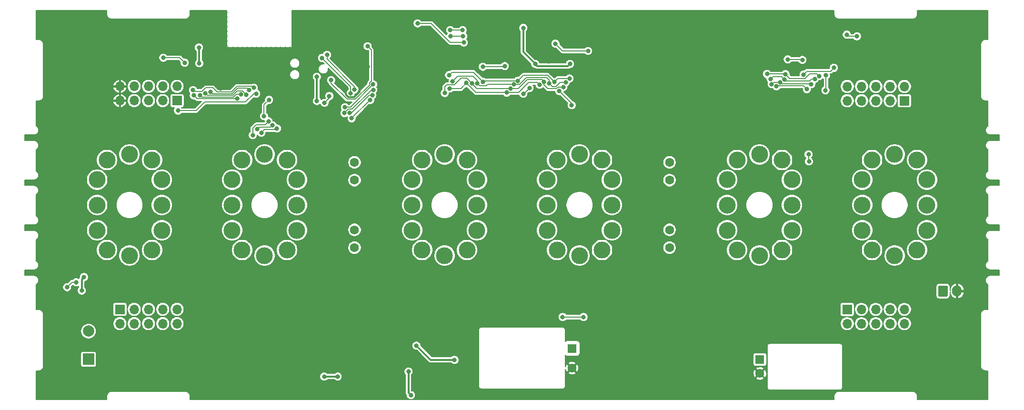
<source format=gbr>
G04 #@! TF.GenerationSoftware,KiCad,Pcbnew,(5.1.7)-1*
G04 #@! TF.CreationDate,2020-11-21T17:16:51+01:00*
G04 #@! TF.ProjectId,nixie_clock,6e697869-655f-4636-9c6f-636b2e6b6963,100A*
G04 #@! TF.SameCoordinates,Original*
G04 #@! TF.FileFunction,Copper,L1,Top*
G04 #@! TF.FilePolarity,Positive*
%FSLAX46Y46*%
G04 Gerber Fmt 4.6, Leading zero omitted, Abs format (unit mm)*
G04 Created by KiCad (PCBNEW (5.1.7)-1) date 2020-11-21 17:16:51*
%MOMM*%
%LPD*%
G01*
G04 APERTURE LIST*
G04 #@! TA.AperFunction,ComponentPad*
%ADD10C,2.000000*%
G04 #@! TD*
G04 #@! TA.AperFunction,ComponentPad*
%ADD11R,2.000000X2.000000*%
G04 #@! TD*
G04 #@! TA.AperFunction,ComponentPad*
%ADD12O,1.700000X2.000000*%
G04 #@! TD*
G04 #@! TA.AperFunction,ComponentPad*
%ADD13C,3.000000*%
G04 #@! TD*
G04 #@! TA.AperFunction,ComponentPad*
%ADD14O,1.700000X1.700000*%
G04 #@! TD*
G04 #@! TA.AperFunction,ComponentPad*
%ADD15R,1.700000X1.700000*%
G04 #@! TD*
G04 #@! TA.AperFunction,ComponentPad*
%ADD16C,1.600000*%
G04 #@! TD*
G04 #@! TA.AperFunction,ComponentPad*
%ADD17R,1.600000X1.600000*%
G04 #@! TD*
G04 #@! TA.AperFunction,ViaPad*
%ADD18C,0.800000*%
G04 #@! TD*
G04 #@! TA.AperFunction,Conductor*
%ADD19C,0.150000*%
G04 #@! TD*
G04 #@! TA.AperFunction,Conductor*
%ADD20C,0.200000*%
G04 #@! TD*
G04 #@! TA.AperFunction,Conductor*
%ADD21C,0.300000*%
G04 #@! TD*
G04 #@! TA.AperFunction,Conductor*
%ADD22C,0.100000*%
G04 #@! TD*
G04 APERTURE END LIST*
D10*
X85700000Y-82420000D03*
D11*
X85700000Y-87420000D03*
G04 #@! TA.AperFunction,ComponentPad*
G36*
G01*
X236750000Y-76050000D02*
X236750000Y-74550000D01*
G75*
G02*
X237000000Y-74300000I250000J0D01*
G01*
X238200000Y-74300000D01*
G75*
G02*
X238450000Y-74550000I0J-250000D01*
G01*
X238450000Y-76050000D01*
G75*
G02*
X238200000Y-76300000I-250000J0D01*
G01*
X237000000Y-76300000D01*
G75*
G02*
X236750000Y-76050000I0J250000D01*
G01*
G37*
G04 #@! TD.AperFunction*
D12*
X240100000Y-75300000D03*
D13*
X116990000Y-68990000D03*
X120990000Y-67990000D03*
X122740000Y-59990000D03*
X122740000Y-55490000D03*
X120990000Y-51990000D03*
X116990000Y-50990000D03*
X112990000Y-51990000D03*
X111240000Y-55490000D03*
X111240000Y-59990000D03*
X111240000Y-64490000D03*
X112990000Y-67990000D03*
X122740000Y-64490000D03*
D14*
X220580000Y-38910000D03*
X220580000Y-41450000D03*
X223120000Y-38910000D03*
X223120000Y-41450000D03*
X225660000Y-38910000D03*
X225660000Y-41450000D03*
X228200000Y-38910000D03*
X228200000Y-41450000D03*
X230740000Y-38910000D03*
D15*
X230740000Y-41450000D03*
D13*
X92990000Y-68990000D03*
X96990000Y-67990000D03*
X98740000Y-59990000D03*
X98740000Y-55490000D03*
X96990000Y-51990000D03*
X92990000Y-50990000D03*
X88990000Y-51990000D03*
X87240000Y-55490000D03*
X87240000Y-59990000D03*
X87240000Y-64490000D03*
X88990000Y-67990000D03*
X98740000Y-64490000D03*
D14*
X91280000Y-38900000D03*
X91280000Y-41440000D03*
X93820000Y-38900000D03*
X93820000Y-41440000D03*
X96360000Y-38900000D03*
X96360000Y-41440000D03*
X98900000Y-38900000D03*
X98900000Y-41440000D03*
X101440000Y-38900000D03*
D15*
X101440000Y-41440000D03*
D16*
X171660000Y-88980000D03*
D17*
X171660000Y-85480000D03*
D16*
X205050000Y-89950000D03*
D17*
X205050000Y-87450000D03*
D14*
X101440000Y-81080000D03*
X101440000Y-78540000D03*
X98900000Y-81080000D03*
X98900000Y-78540000D03*
X96360000Y-81080000D03*
X96360000Y-78540000D03*
X93820000Y-81080000D03*
X93820000Y-78540000D03*
X91280000Y-81080000D03*
D15*
X91280000Y-78540000D03*
D14*
X230730000Y-81090000D03*
X230730000Y-78550000D03*
X228190000Y-81090000D03*
X228190000Y-78550000D03*
X225650000Y-81090000D03*
X225650000Y-78550000D03*
X223110000Y-81090000D03*
X223110000Y-78550000D03*
X220570000Y-81090000D03*
D15*
X220570000Y-78550000D03*
D13*
X204990000Y-68990000D03*
X208990000Y-67990000D03*
X210740000Y-59990000D03*
X210740000Y-55490000D03*
X208990000Y-51990000D03*
X204990000Y-50990000D03*
X200990000Y-51990000D03*
X199240000Y-55490000D03*
X199240000Y-59990000D03*
X199240000Y-64490000D03*
X200990000Y-67990000D03*
X210740000Y-64490000D03*
X148990000Y-68990000D03*
X152990000Y-67990000D03*
X154740000Y-59990000D03*
X154740000Y-55490000D03*
X152990000Y-51990000D03*
X148990000Y-50990000D03*
X144990000Y-51990000D03*
X143240000Y-55490000D03*
X143240000Y-59990000D03*
X143240000Y-64490000D03*
X144990000Y-67990000D03*
X154740000Y-64490000D03*
D16*
X188990000Y-52405040D03*
X188990000Y-55577500D03*
X188990000Y-64405040D03*
X188990000Y-67577500D03*
X132990000Y-52405040D03*
X132990000Y-55577500D03*
X132990000Y-64405040D03*
X132990000Y-67577500D03*
D13*
X228990000Y-68990000D03*
X232990000Y-67990000D03*
X234740000Y-59990000D03*
X234740000Y-55490000D03*
X232990000Y-51990000D03*
X228990000Y-50990000D03*
X224990000Y-51990000D03*
X223240000Y-55490000D03*
X223240000Y-59990000D03*
X223240000Y-64490000D03*
X224990000Y-67990000D03*
X234740000Y-64490000D03*
X172990000Y-68990000D03*
X176990000Y-67990000D03*
X178740000Y-59990000D03*
X178740000Y-55490000D03*
X176990000Y-51990000D03*
X172990000Y-50990000D03*
X168990000Y-51990000D03*
X167240000Y-55490000D03*
X167240000Y-59990000D03*
X167240000Y-64490000D03*
X168990000Y-67990000D03*
X178740000Y-64490000D03*
D18*
X117800000Y-41300000D03*
X116900000Y-44200000D03*
X170000000Y-79900000D03*
X173700000Y-79900000D03*
X213774818Y-52242089D03*
X213692077Y-50992077D03*
X189900000Y-47300000D03*
X194700000Y-51000000D03*
X195800000Y-55600000D03*
X195700000Y-58700000D03*
X182200000Y-60900000D03*
X182200000Y-57800000D03*
X182300000Y-54300000D03*
X182500000Y-64400000D03*
X182500000Y-68000000D03*
X195600000Y-65800000D03*
X195600000Y-62400000D03*
X214300000Y-64400000D03*
X214200000Y-61100000D03*
X214400000Y-57800000D03*
X219900000Y-55600000D03*
X219981671Y-59063342D03*
X219900000Y-62500000D03*
X219800000Y-65700000D03*
X214400000Y-67900000D03*
X215200000Y-53300000D03*
X238300000Y-68100000D03*
X238300000Y-64500000D03*
X238500000Y-61100000D03*
X238300000Y-58000000D03*
X238400000Y-54100000D03*
X139600000Y-55400000D03*
X139700000Y-58800000D03*
X139700000Y-51900000D03*
X139700000Y-62200000D03*
X139700000Y-65600000D03*
X126200000Y-67900000D03*
X126100000Y-64500000D03*
X126100000Y-61100000D03*
X126100000Y-57800000D03*
X126200000Y-54400000D03*
X101900000Y-68100000D03*
X102100000Y-64600000D03*
X107900000Y-65500000D03*
X107900000Y-62100000D03*
X102000000Y-61200000D03*
X102200000Y-57800000D03*
X108200000Y-58700000D03*
X108000000Y-55600000D03*
X102200000Y-54300000D03*
X84200000Y-65600000D03*
X84200000Y-62200000D03*
X84100000Y-58800000D03*
X84100000Y-55200000D03*
X84100000Y-52100000D03*
X131395013Y-34577406D03*
X132181670Y-33790749D03*
X132968326Y-33004093D03*
X133754982Y-33790749D03*
X134541639Y-34577406D03*
X135328295Y-35364062D03*
X134541639Y-36150718D03*
X133754982Y-35364062D03*
X132968326Y-34577406D03*
X132181670Y-35364062D03*
X132968326Y-36150718D03*
X133754982Y-36937375D03*
X137900000Y-26200000D03*
X141600000Y-28000000D03*
X143200000Y-28900000D03*
X128200000Y-27900000D03*
X149100000Y-34200000D03*
X161300000Y-34900000D03*
X160600000Y-32100000D03*
X159300000Y-33300000D03*
X176200000Y-27200000D03*
X217400000Y-31000000D03*
X218700000Y-31000000D03*
X211500000Y-31000000D03*
X134200000Y-50000000D03*
X190000012Y-62287396D03*
X165700000Y-44400000D03*
X159400000Y-44100000D03*
X158200000Y-57600000D03*
X158200000Y-60900000D03*
X164000000Y-59000000D03*
X164000000Y-55700000D03*
X158100000Y-54300000D03*
X164091302Y-62485503D03*
X158000000Y-64500000D03*
X158000000Y-68000000D03*
X164200000Y-65800000D03*
X163690520Y-51804871D03*
X237100000Y-41100000D03*
X236900000Y-42600000D03*
X236700000Y-44200000D03*
X241800000Y-32700000D03*
X243700000Y-34300000D03*
X240300000Y-27600000D03*
X238500000Y-28400000D03*
X233700000Y-27400000D03*
X235800000Y-25900000D03*
X230900000Y-35600000D03*
X212900000Y-43000000D03*
X206900000Y-43100000D03*
X186300000Y-92700000D03*
X149200000Y-85700000D03*
X150900000Y-89100000D03*
X145700000Y-91180000D03*
X144860000Y-91180000D03*
X145700000Y-92120000D03*
X144860000Y-92120000D03*
X148200000Y-89700000D03*
X135900000Y-84700000D03*
X167500000Y-34500000D03*
X144117678Y-30417678D03*
X134024970Y-61200000D03*
X152758412Y-44058412D03*
X107500000Y-51400000D03*
X92000000Y-74300000D03*
X92000000Y-72500000D03*
X92100000Y-76200000D03*
X127700000Y-84325010D03*
X109200000Y-39274946D03*
X130300000Y-42100000D03*
X111805985Y-45214886D03*
X104699996Y-42100000D03*
X140100000Y-92100000D03*
X130600000Y-35400000D03*
X131500000Y-36200000D03*
X132400000Y-37000000D03*
X133000000Y-37700000D03*
X147924039Y-37691617D03*
X123600000Y-37400000D03*
X116741949Y-39358051D03*
X129499992Y-43374935D03*
X219600000Y-51600000D03*
X88900000Y-39300000D03*
X80900000Y-45200000D03*
X123100000Y-25850000D03*
X124550000Y-25950000D03*
X125800000Y-27150000D03*
X127000000Y-28350000D03*
X122200000Y-28400000D03*
X123100000Y-28100000D03*
X123900000Y-28450000D03*
X124500000Y-29050000D03*
X125100000Y-29650000D03*
X125700000Y-30250000D03*
X126300000Y-30850000D03*
X126900000Y-31450000D03*
X127650000Y-31950000D03*
X122200000Y-29250000D03*
X122200000Y-30100000D03*
X122200000Y-30950000D03*
X122200000Y-31800000D03*
X121550000Y-32300000D03*
X120700000Y-32300000D03*
X119850000Y-32300000D03*
X119000000Y-32300000D03*
X118150000Y-32300000D03*
X117300000Y-32300000D03*
X116450000Y-32300000D03*
X115600000Y-32300000D03*
X114750000Y-32300000D03*
X113900000Y-32300000D03*
X113050000Y-32300000D03*
X112200000Y-32300000D03*
X111350000Y-32300000D03*
X110500000Y-32300000D03*
X110000000Y-31650000D03*
X110000000Y-30800000D03*
X110000000Y-29950000D03*
X110000000Y-29100000D03*
X110000000Y-28250000D03*
X110000000Y-27400000D03*
X110000000Y-26550000D03*
X110000000Y-25700000D03*
X125200000Y-26550000D03*
X126400000Y-27750000D03*
X129100000Y-26250000D03*
X81700000Y-75800000D03*
X238600000Y-44300000D03*
X238600000Y-40000000D03*
X196450000Y-40550000D03*
X183100000Y-41100000D03*
X165100000Y-34900000D03*
X171300000Y-34900000D03*
X162999994Y-28500000D03*
X130000000Y-90500000D03*
X127600004Y-90500000D03*
X105400000Y-34799999D03*
X105321104Y-31978896D03*
X126300000Y-37200000D03*
X126300000Y-41500000D03*
X84900000Y-72800000D03*
X84500000Y-75200000D03*
X115700000Y-46525010D03*
X118408015Y-45801272D03*
X116413789Y-47151929D03*
X119194740Y-46374953D03*
X104274990Y-39555799D03*
X115090781Y-39139050D03*
X164100000Y-39200000D03*
X163000004Y-40200000D03*
X142600000Y-89600000D03*
X143000001Y-93800001D03*
X117723836Y-45123713D03*
X114900000Y-47574990D03*
X150760000Y-87530000D03*
X144000000Y-85000000D03*
X169394760Y-39736520D03*
X171600000Y-42250000D03*
X155800000Y-35400000D03*
X159700000Y-35300000D03*
X210000000Y-34100000D03*
X212600000Y-34200000D03*
X218200002Y-35600000D03*
X212800000Y-36800000D03*
X128823830Y-37784816D03*
X135300000Y-31750000D03*
X222300000Y-30000000D03*
X220500000Y-29700000D03*
X152400000Y-31100000D03*
X144200000Y-27700000D03*
X216700000Y-39600000D03*
X216800000Y-36949958D03*
X99000000Y-33800000D03*
X102800000Y-34700000D03*
X81900000Y-74600000D03*
X83497931Y-73736453D03*
X152200000Y-28900000D03*
X150000000Y-28900000D03*
X127200000Y-33854651D03*
X132300000Y-40099990D03*
X152300000Y-30000000D03*
X150074990Y-29982527D03*
X128101260Y-33299580D03*
X132973149Y-39429623D03*
X101600000Y-43199919D03*
X127646260Y-41825087D03*
X128514265Y-40629592D03*
X115500000Y-40200000D03*
X215600000Y-37050010D03*
X162025000Y-37899108D03*
X107395756Y-39867874D03*
X114236034Y-39553694D03*
X168520665Y-38104970D03*
X171200000Y-37500000D03*
X149800000Y-36900000D03*
X206325010Y-36702351D03*
X209601679Y-36733381D03*
X155800004Y-38090751D03*
X131284691Y-42622508D03*
X136300283Y-38564462D03*
X214801711Y-37565042D03*
X161308012Y-38550010D03*
X106496752Y-40174979D03*
X113725658Y-40354967D03*
X167597787Y-38330402D03*
X170515630Y-38158908D03*
X206949705Y-37556253D03*
X209453032Y-37671691D03*
X154800157Y-38395404D03*
X131188292Y-43643911D03*
X136318664Y-39514296D03*
X150425010Y-37991485D03*
X214175010Y-38500000D03*
X160704338Y-39304338D03*
X105500000Y-40474990D03*
X112775914Y-40332416D03*
X166684714Y-38068067D03*
X170094759Y-39010606D03*
X207126428Y-38489683D03*
X208632208Y-38149990D03*
X153850817Y-38359699D03*
X132147897Y-43568204D03*
X136148204Y-40448890D03*
X149034961Y-40073216D03*
X213400000Y-39400000D03*
X160050010Y-40004761D03*
X104400000Y-40500000D03*
X165880577Y-38573918D03*
X112128371Y-41028363D03*
X132472118Y-44574979D03*
X208000000Y-38900000D03*
X152863505Y-38291627D03*
X135784854Y-41326671D03*
X149901942Y-39265786D03*
X174500000Y-32600000D03*
X168700000Y-31300000D03*
D19*
X117800000Y-41300000D02*
X116900000Y-42200000D01*
X116900000Y-42200000D02*
X116900000Y-44200000D01*
D20*
X170000000Y-79900000D02*
X173700000Y-79900000D01*
D19*
X213692077Y-50992077D02*
X213692077Y-52159348D01*
X213692077Y-52159348D02*
X213774818Y-52242089D01*
D21*
X125000000Y-36000000D02*
X123600000Y-37400000D01*
X126300000Y-36000000D02*
X125000000Y-36000000D01*
X129200000Y-36800000D02*
X127100000Y-36800000D01*
X131400000Y-39000000D02*
X129200000Y-36800000D01*
X133900000Y-38600000D02*
X133900000Y-39900000D01*
X127100000Y-36800000D02*
X126300000Y-36000000D01*
X131400000Y-40317996D02*
X131400000Y-39000000D01*
X133000000Y-40800000D02*
X131882004Y-40800000D01*
X133000000Y-37700000D02*
X133900000Y-38600000D01*
X133900000Y-39900000D02*
X133000000Y-40800000D01*
X131882004Y-40800000D02*
X131400000Y-40317996D01*
X165499999Y-35299999D02*
X165100000Y-34900000D01*
X171300000Y-34900000D02*
X170900001Y-35299999D01*
X170900001Y-35299999D02*
X165499999Y-35299999D01*
X162999994Y-32799994D02*
X162999994Y-28500000D01*
X165100000Y-34900000D02*
X162999994Y-32799994D01*
X130000000Y-90500000D02*
X127600004Y-90500000D01*
X105400000Y-34799999D02*
X105400000Y-32057792D01*
X105400000Y-32057792D02*
X105321104Y-31978896D01*
X126300000Y-37200000D02*
X126300000Y-41500000D01*
X84500000Y-75200000D02*
X84500001Y-73199999D01*
X84500001Y-73199999D02*
X84900000Y-72800000D01*
D19*
X116099999Y-46125011D02*
X118084276Y-46125011D01*
X118084276Y-46125011D02*
X118408015Y-45801272D01*
X115700000Y-46525010D02*
X116099999Y-46125011D01*
X118969693Y-46600000D02*
X119194740Y-46374953D01*
X116413789Y-47151929D02*
X116965718Y-46600000D01*
X116965718Y-46600000D02*
X118969693Y-46600000D01*
X112100000Y-38900000D02*
X114851731Y-38900000D01*
X111100044Y-39899956D02*
X112100000Y-38900000D01*
X108549992Y-39899956D02*
X111100044Y-39899956D01*
X114851731Y-38900000D02*
X115090781Y-39139050D01*
X105900000Y-39800000D02*
X106544200Y-39155800D01*
X107805836Y-39155800D02*
X108549992Y-39899956D01*
X104519191Y-39800000D02*
X105900000Y-39800000D01*
X104274990Y-39555799D02*
X104519191Y-39800000D01*
X106544200Y-39155800D02*
X107805836Y-39155800D01*
X163100000Y-40200000D02*
X163000004Y-40200000D01*
X164100000Y-39200000D02*
X163100000Y-40200000D01*
D21*
X142600000Y-93400000D02*
X143000001Y-93800001D01*
X142600000Y-89600000D02*
X142600000Y-93400000D01*
D19*
X114900000Y-46300000D02*
X114900000Y-47574990D01*
X115500000Y-45700000D02*
X114900000Y-46300000D01*
X117723836Y-45123713D02*
X117147549Y-45700000D01*
X117147549Y-45700000D02*
X115500000Y-45700000D01*
D21*
X150760000Y-87530000D02*
X146530000Y-87530000D01*
X146530000Y-87530000D02*
X144000000Y-85000000D01*
D19*
X169394760Y-39736520D02*
X171600000Y-41941760D01*
X171600000Y-41941760D02*
X171600000Y-42250000D01*
X155800000Y-35400000D02*
X159600000Y-35400000D01*
X159600000Y-35400000D02*
X159700000Y-35300000D01*
X210000000Y-34100000D02*
X212500000Y-34100000D01*
X212500000Y-34100000D02*
X212600000Y-34200000D01*
D20*
X213400000Y-36200000D02*
X212800000Y-36800000D01*
X218200002Y-35600000D02*
X217600002Y-36200000D01*
X217600002Y-36200000D02*
X213400000Y-36200000D01*
D19*
X131648340Y-41175011D02*
X133155334Y-41175011D01*
X128823830Y-38350501D02*
X131648340Y-41175011D01*
X128823830Y-37784816D02*
X128823830Y-38350501D01*
X133155334Y-41175011D02*
X135674998Y-38655347D01*
X135674998Y-38655347D02*
X135674998Y-38264745D01*
X135674998Y-38264745D02*
X135974996Y-37964747D01*
X135974996Y-37964747D02*
X135974996Y-32424996D01*
X135974996Y-32424996D02*
X135300000Y-31750000D01*
X222300000Y-30000000D02*
X220800000Y-30000000D01*
X220800000Y-30000000D02*
X220500000Y-29700000D01*
X146600000Y-27700000D02*
X144200000Y-27700000D01*
X152400000Y-31100000D02*
X150000000Y-31100000D01*
X150000000Y-31100000D02*
X146600000Y-27700000D01*
X216800000Y-36949958D02*
X216800000Y-39500000D01*
X216800000Y-39500000D02*
X216700000Y-39600000D01*
X99000000Y-33800000D02*
X101900000Y-33800000D01*
X101900000Y-33800000D02*
X102800000Y-34700000D01*
D20*
X81900000Y-74600000D02*
X82763547Y-73736453D01*
X82763547Y-73736453D02*
X83497931Y-73736453D01*
D19*
X152200000Y-28900000D02*
X150000000Y-28900000D01*
X132300000Y-38954651D02*
X132300000Y-40099990D01*
X127200000Y-33854651D02*
X132300000Y-38954651D01*
X150092463Y-30000000D02*
X150074990Y-29982527D01*
X152300000Y-30000000D02*
X150092463Y-30000000D01*
X132973149Y-38948871D02*
X132973149Y-39429623D01*
X128101260Y-34076982D02*
X132973149Y-38948871D01*
X128101260Y-33299580D02*
X128101260Y-34076982D01*
X128514265Y-40957082D02*
X128514265Y-40629592D01*
X127646260Y-41825087D02*
X128514265Y-40957082D01*
X106333180Y-41700000D02*
X104833261Y-43199919D01*
X104833261Y-43199919D02*
X101600000Y-43199919D01*
X115500000Y-40200000D02*
X115100000Y-40200000D01*
X113600000Y-41700000D02*
X106333180Y-41700000D01*
X115100000Y-40200000D02*
X113600000Y-41700000D01*
X163024108Y-36900000D02*
X163100000Y-36900000D01*
D20*
X166400000Y-36900000D02*
X163100000Y-36900000D01*
D19*
X162025000Y-37899108D02*
X163024108Y-36900000D01*
X167315695Y-36900000D02*
X168520665Y-38104970D01*
X166400000Y-36900000D02*
X167315695Y-36900000D01*
D20*
X169125635Y-37500000D02*
X171200000Y-37500000D01*
X168520665Y-38104970D02*
X169125635Y-37500000D01*
D19*
X111224312Y-40199967D02*
X112224268Y-39200011D01*
X107727849Y-40199967D02*
X111224312Y-40199967D01*
X112224268Y-39200011D02*
X113882351Y-39200011D01*
X107395756Y-39867874D02*
X107727849Y-40199967D01*
X113882351Y-39200011D02*
X114236034Y-39553694D01*
D20*
X215200001Y-36650011D02*
X213911993Y-36650011D01*
X209570649Y-36702351D02*
X209601679Y-36733381D01*
X215600000Y-37050010D02*
X215200001Y-36650011D01*
X210375510Y-37507212D02*
X209601679Y-36733381D01*
X206325010Y-36702351D02*
X209570649Y-36702351D01*
X213054792Y-37507212D02*
X210375510Y-37507212D01*
X213911993Y-36650011D02*
X213054792Y-37507212D01*
X149800000Y-36900000D02*
X150300854Y-36399146D01*
X155991647Y-37899108D02*
X155800004Y-38090751D01*
X154108399Y-36399146D02*
X155800004Y-38090751D01*
X162025000Y-37899108D02*
X155991647Y-37899108D01*
X155800004Y-38100004D02*
X155800004Y-38090751D01*
X150300854Y-36399146D02*
X154108399Y-36399146D01*
X155900000Y-38200000D02*
X155800004Y-38100004D01*
D19*
X132242237Y-42622508D02*
X136300283Y-38564462D01*
X131284691Y-42622508D02*
X132242237Y-42622508D01*
D20*
X167597787Y-37764717D02*
X167597787Y-38330402D01*
X162336100Y-38550010D02*
X163536112Y-37349998D01*
X163536112Y-37349998D02*
X167183068Y-37349998D01*
X161308012Y-38550010D02*
X162336100Y-38550010D01*
X167183068Y-37349998D02*
X167597787Y-37764717D01*
X167597787Y-38330402D02*
X168217386Y-38950001D01*
X168217386Y-38950001D02*
X168734567Y-38950001D01*
X169525660Y-38158908D02*
X170515630Y-38158908D01*
X168734567Y-38950001D02*
X169525660Y-38158908D01*
D19*
X113078105Y-39707414D02*
X113725658Y-40354967D01*
X112141143Y-39707414D02*
X113078105Y-39707414D01*
X111348579Y-40499978D02*
X112141143Y-39707414D01*
X106821751Y-40499978D02*
X111348579Y-40499978D01*
X106496752Y-40174979D02*
X106821751Y-40499978D01*
D20*
X206949705Y-37556253D02*
X207349704Y-37156254D01*
X213901067Y-37900001D02*
X209681342Y-37900001D01*
X209681342Y-37900001D02*
X209453032Y-37671691D01*
X207349704Y-37156254D02*
X208937595Y-37156254D01*
X214236026Y-37565042D02*
X213901067Y-37900001D01*
X208937595Y-37156254D02*
X209453032Y-37671691D01*
X214801711Y-37565042D02*
X214236026Y-37565042D01*
X156406845Y-38795403D02*
X155200156Y-38795403D01*
X155200156Y-38795403D02*
X154800157Y-38395404D01*
X161308012Y-38550010D02*
X156652238Y-38550010D01*
X156652238Y-38550010D02*
X156406845Y-38795403D01*
D19*
X131188292Y-43643911D02*
X131889001Y-42943202D01*
X131889001Y-42943202D02*
X132555963Y-42943202D01*
X135984869Y-39514296D02*
X136318664Y-39514296D01*
X132555963Y-42943202D02*
X135984869Y-39514296D01*
D20*
X154800157Y-37829719D02*
X154070425Y-37099987D01*
X151316508Y-37099987D02*
X150425010Y-37991485D01*
X154070425Y-37099987D02*
X151316508Y-37099987D01*
X154800157Y-38395404D02*
X154800157Y-37829719D01*
X162100672Y-39304338D02*
X163705009Y-37700001D01*
X163705009Y-37700001D02*
X166316648Y-37700001D01*
X160704338Y-39304338D02*
X162100672Y-39304338D01*
X166316648Y-37700001D02*
X166684714Y-38068067D01*
X168879546Y-39300012D02*
X169168952Y-39010606D01*
X166684714Y-38068067D02*
X166684714Y-38633752D01*
X169168952Y-39010606D02*
X170094759Y-39010606D01*
X167350974Y-39300012D02*
X168879546Y-39300012D01*
X166684714Y-38633752D02*
X167350974Y-39300012D01*
D19*
X105824999Y-40799989D02*
X111472847Y-40799989D01*
X105500000Y-40474990D02*
X105824999Y-40799989D01*
X111472847Y-40799989D02*
X111940420Y-40332416D01*
X111940420Y-40332416D02*
X112775914Y-40332416D01*
D20*
X207126428Y-38489683D02*
X207466121Y-38149990D01*
X214175010Y-38500000D02*
X214124999Y-38449989D01*
X207466121Y-38149990D02*
X208632208Y-38149990D01*
X214124999Y-38449989D02*
X208932207Y-38449989D01*
X208932207Y-38449989D02*
X208632208Y-38149990D01*
X154748680Y-39304338D02*
X153850817Y-38406475D01*
X153850817Y-38406475D02*
X153850817Y-38359699D01*
X160704338Y-39304338D02*
X154748680Y-39304338D01*
D19*
X132147897Y-43568204D02*
X132463205Y-43568204D01*
X135582519Y-40448890D02*
X136148204Y-40448890D01*
X132463205Y-43568204D02*
X135582519Y-40448890D01*
D20*
X152941116Y-37449998D02*
X151898446Y-37449998D01*
X151898446Y-37449998D02*
X150706957Y-38641487D01*
X150706957Y-38641487D02*
X150082953Y-38641487D01*
X153850817Y-38359699D02*
X152941116Y-37449998D01*
X150048403Y-38606937D02*
X149415277Y-38606937D01*
X150082953Y-38641487D02*
X150048403Y-38606937D01*
X149415277Y-38606937D02*
X149034961Y-38987253D01*
X149034961Y-38987253D02*
X149034961Y-40073216D01*
X165480578Y-38173919D02*
X165880577Y-38573918D01*
X160050010Y-40004761D02*
X162133237Y-40004761D01*
X162133237Y-40004761D02*
X163964079Y-38173919D01*
X163964079Y-38173919D02*
X165480578Y-38173919D01*
D19*
X105000000Y-41100000D02*
X112056734Y-41100000D01*
X104400000Y-40500000D02*
X105000000Y-41100000D01*
X112056734Y-41100000D02*
X112128371Y-41028363D01*
D20*
X212800000Y-38800000D02*
X208100000Y-38800000D01*
X208100000Y-38800000D02*
X208000000Y-38900000D01*
X213400000Y-39400000D02*
X212800000Y-38800000D01*
X154576639Y-40004761D02*
X152863505Y-38291627D01*
X160050010Y-40004761D02*
X154576639Y-40004761D01*
D19*
X135720426Y-41326671D02*
X135784854Y-41326671D01*
X132472118Y-44574979D02*
X135720426Y-41326671D01*
D20*
X151889346Y-39265786D02*
X149901942Y-39265786D01*
X152863505Y-38291627D02*
X151889346Y-39265786D01*
X174500000Y-32600000D02*
X170000000Y-32600000D01*
X170000000Y-32600000D02*
X168700000Y-31300000D01*
X88943241Y-26041586D02*
X88942960Y-26045041D01*
X88943241Y-26061522D01*
X88943241Y-26069456D01*
X88943015Y-26074266D01*
X88943679Y-26087208D01*
X88943900Y-26100176D01*
X88944089Y-26101808D01*
X88944068Y-26103441D01*
X88945175Y-26116382D01*
X88945840Y-26129336D01*
X88946082Y-26130944D01*
X88946117Y-26132579D01*
X88947664Y-26145463D01*
X88948770Y-26158384D01*
X88949069Y-26159995D01*
X88949160Y-26161632D01*
X88951145Y-26174450D01*
X88952692Y-26187330D01*
X88953046Y-26188928D01*
X88953192Y-26190558D01*
X88955613Y-26203296D01*
X88957600Y-26216126D01*
X88958009Y-26217716D01*
X88958212Y-26219346D01*
X88961069Y-26232002D01*
X88963488Y-26244732D01*
X88963948Y-26246295D01*
X88964204Y-26247905D01*
X88967496Y-26260479D01*
X88970353Y-26273136D01*
X88970864Y-26274678D01*
X88971178Y-26276291D01*
X88974886Y-26288705D01*
X88978171Y-26301250D01*
X88978745Y-26302801D01*
X88979113Y-26304401D01*
X88983249Y-26316699D01*
X88986962Y-26329128D01*
X88987579Y-26330636D01*
X88987998Y-26332208D01*
X88992551Y-26344358D01*
X88996691Y-26356668D01*
X88997359Y-26358153D01*
X88997832Y-26359713D01*
X89002796Y-26371698D01*
X89007348Y-26383845D01*
X89008069Y-26385312D01*
X89008596Y-26386858D01*
X89013968Y-26398669D01*
X89018934Y-26410660D01*
X89019706Y-26412104D01*
X89020292Y-26413648D01*
X89026064Y-26425268D01*
X89031424Y-26437054D01*
X89032250Y-26438480D01*
X89032883Y-26439990D01*
X89039046Y-26451402D01*
X89044824Y-26463035D01*
X89045687Y-26464414D01*
X89046365Y-26465888D01*
X89052913Y-26477082D01*
X89059084Y-26488510D01*
X89059999Y-26489866D01*
X89060732Y-26491327D01*
X89067660Y-26502294D01*
X89074207Y-26513486D01*
X89075176Y-26514822D01*
X89075968Y-26516274D01*
X89083262Y-26526990D01*
X89090184Y-26537947D01*
X89091190Y-26539239D01*
X89092014Y-26540634D01*
X89099680Y-26551111D01*
X89106996Y-26561859D01*
X89108033Y-26563100D01*
X89108910Y-26564476D01*
X89116928Y-26574682D01*
X89124577Y-26585136D01*
X89125672Y-26586360D01*
X89126602Y-26587714D01*
X89134963Y-26597640D01*
X89142975Y-26607839D01*
X89144108Y-26609021D01*
X89145086Y-26610346D01*
X89153772Y-26619970D01*
X89162127Y-26629889D01*
X89163302Y-26631035D01*
X89164317Y-26632315D01*
X89173346Y-26641657D01*
X89182033Y-26651283D01*
X89183237Y-26652379D01*
X89184294Y-26653623D01*
X89193611Y-26662628D01*
X89202638Y-26671968D01*
X89203882Y-26673025D01*
X89204978Y-26674229D01*
X89214619Y-26682930D01*
X89223946Y-26691944D01*
X89225227Y-26692959D01*
X89226372Y-26694134D01*
X89236288Y-26702486D01*
X89245915Y-26711175D01*
X89247236Y-26712151D01*
X89248418Y-26713283D01*
X89258619Y-26721297D01*
X89268548Y-26729660D01*
X89269895Y-26730585D01*
X89271113Y-26731675D01*
X89281588Y-26739340D01*
X89291783Y-26747349D01*
X89293168Y-26748232D01*
X89294431Y-26749287D01*
X89305154Y-26756585D01*
X89315614Y-26764239D01*
X89317018Y-26765069D01*
X89318303Y-26766069D01*
X89329275Y-26773001D01*
X89340019Y-26780313D01*
X89341445Y-26781091D01*
X89342755Y-26782041D01*
X89353950Y-26788590D01*
X89364922Y-26795522D01*
X89366391Y-26796260D01*
X89367762Y-26797184D01*
X89379175Y-26803347D01*
X89390353Y-26809886D01*
X89391853Y-26810576D01*
X89393248Y-26811449D01*
X89404859Y-26817216D01*
X89416284Y-26823385D01*
X89417790Y-26824016D01*
X89419207Y-26824837D01*
X89431031Y-26830214D01*
X89442636Y-26835978D01*
X89444154Y-26836554D01*
X89445581Y-26837317D01*
X89457572Y-26842284D01*
X89469403Y-26847665D01*
X89470937Y-26848188D01*
X89472408Y-26848911D01*
X89484565Y-26853467D01*
X89496526Y-26858422D01*
X89498112Y-26858903D01*
X89499624Y-26859583D01*
X89511888Y-26863706D01*
X89524044Y-26868262D01*
X89525637Y-26868686D01*
X89527134Y-26869299D01*
X89539577Y-26873016D01*
X89551893Y-26877157D01*
X89553462Y-26877518D01*
X89554981Y-26878080D01*
X89567535Y-26881368D01*
X89579971Y-26885083D01*
X89581587Y-26885397D01*
X89583155Y-26885917D01*
X89595778Y-26888765D01*
X89608324Y-26892051D01*
X89609959Y-26892311D01*
X89611525Y-26892772D01*
X89624286Y-26895197D01*
X89636947Y-26898054D01*
X89638552Y-26898254D01*
X89640135Y-26898661D01*
X89652968Y-26900649D01*
X89665698Y-26903068D01*
X89667329Y-26903215D01*
X89668931Y-26903569D01*
X89681811Y-26905116D01*
X89694629Y-26907101D01*
X89696266Y-26907192D01*
X89697877Y-26907491D01*
X89710799Y-26908597D01*
X89723682Y-26910144D01*
X89725318Y-26910179D01*
X89726926Y-26910421D01*
X89739875Y-26911085D01*
X89752819Y-26912193D01*
X89754461Y-26912172D01*
X89756086Y-26912360D01*
X89769033Y-26912581D01*
X89781997Y-26913246D01*
X89786786Y-26913021D01*
X89794815Y-26913021D01*
X89811220Y-26913301D01*
X89814663Y-26913021D01*
X102881817Y-26913021D01*
X102885260Y-26913301D01*
X102901683Y-26913021D01*
X102909696Y-26913021D01*
X102914485Y-26913246D01*
X102927427Y-26912582D01*
X102940395Y-26912361D01*
X102942027Y-26912172D01*
X102943660Y-26912193D01*
X102956601Y-26911086D01*
X102969555Y-26910421D01*
X102971163Y-26910179D01*
X102972798Y-26910144D01*
X102985682Y-26908597D01*
X102998603Y-26907491D01*
X103000214Y-26907192D01*
X103001851Y-26907101D01*
X103014669Y-26905116D01*
X103027549Y-26903569D01*
X103029151Y-26903215D01*
X103030782Y-26903068D01*
X103043512Y-26900649D01*
X103056345Y-26898661D01*
X103057928Y-26898254D01*
X103059533Y-26898054D01*
X103072194Y-26895197D01*
X103084955Y-26892772D01*
X103086522Y-26892311D01*
X103088149Y-26892052D01*
X103100689Y-26888768D01*
X103113325Y-26885917D01*
X103114891Y-26885398D01*
X103116510Y-26885083D01*
X103128944Y-26881369D01*
X103141494Y-26878082D01*
X103143019Y-26877518D01*
X103144596Y-26877155D01*
X103156918Y-26873012D01*
X103169347Y-26869299D01*
X103170847Y-26868685D01*
X103172435Y-26868262D01*
X103184572Y-26863714D01*
X103196863Y-26859581D01*
X103198367Y-26858905D01*
X103199945Y-26858426D01*
X103211926Y-26853463D01*
X103224072Y-26848911D01*
X103225543Y-26848188D01*
X103227077Y-26847665D01*
X103238894Y-26842291D01*
X103250891Y-26837321D01*
X103252326Y-26836554D01*
X103253856Y-26835973D01*
X103265463Y-26830208D01*
X103277273Y-26824837D01*
X103278690Y-26824016D01*
X103280196Y-26823385D01*
X103291625Y-26817213D01*
X103303243Y-26811443D01*
X103304630Y-26810575D01*
X103306128Y-26809886D01*
X103317315Y-26803341D01*
X103328718Y-26797184D01*
X103330089Y-26796260D01*
X103331558Y-26795522D01*
X103342524Y-26788594D01*
X103353725Y-26782041D01*
X103355040Y-26781087D01*
X103356461Y-26780312D01*
X103367200Y-26773004D01*
X103378176Y-26766069D01*
X103379452Y-26765075D01*
X103380866Y-26764240D01*
X103391342Y-26756573D01*
X103402049Y-26749287D01*
X103403309Y-26748235D01*
X103404698Y-26747349D01*
X103414909Y-26739327D01*
X103425366Y-26731675D01*
X103426582Y-26730587D01*
X103427933Y-26729659D01*
X103437855Y-26721301D01*
X103448062Y-26713283D01*
X103449244Y-26712151D01*
X103450565Y-26711175D01*
X103460189Y-26702489D01*
X103470108Y-26694134D01*
X103471254Y-26692959D01*
X103472534Y-26691944D01*
X103481876Y-26682915D01*
X103491502Y-26674228D01*
X103492598Y-26673024D01*
X103493842Y-26671967D01*
X103502847Y-26662650D01*
X103512187Y-26653623D01*
X103513244Y-26652379D01*
X103514448Y-26651283D01*
X103523149Y-26641642D01*
X103532163Y-26632315D01*
X103533178Y-26631034D01*
X103534353Y-26629889D01*
X103542705Y-26619973D01*
X103551394Y-26610346D01*
X103552372Y-26609021D01*
X103553505Y-26607839D01*
X103561512Y-26597646D01*
X103569879Y-26587713D01*
X103570806Y-26586363D01*
X103571889Y-26585153D01*
X103579554Y-26574679D01*
X103587569Y-26564476D01*
X103588443Y-26563105D01*
X103589498Y-26561842D01*
X103596803Y-26551108D01*
X103604456Y-26540651D01*
X103605291Y-26539238D01*
X103606296Y-26537947D01*
X103613220Y-26526987D01*
X103620524Y-26516255D01*
X103621308Y-26514817D01*
X103622273Y-26513487D01*
X103628828Y-26502281D01*
X103635748Y-26491327D01*
X103636481Y-26489867D01*
X103637396Y-26488510D01*
X103643560Y-26477095D01*
X103650115Y-26465889D01*
X103650795Y-26464411D01*
X103651656Y-26463035D01*
X103657434Y-26451402D01*
X103663597Y-26439990D01*
X103664228Y-26438484D01*
X103665056Y-26437055D01*
X103670421Y-26425257D01*
X103676188Y-26413648D01*
X103676775Y-26412101D01*
X103677546Y-26410659D01*
X103682507Y-26398683D01*
X103687884Y-26386859D01*
X103688412Y-26385310D01*
X103689132Y-26383845D01*
X103693677Y-26371715D01*
X103698649Y-26359713D01*
X103699124Y-26358146D01*
X103699789Y-26356668D01*
X103703928Y-26344361D01*
X103708482Y-26332208D01*
X103708901Y-26330636D01*
X103709518Y-26329128D01*
X103713232Y-26316695D01*
X103717367Y-26304400D01*
X103717736Y-26302799D01*
X103718308Y-26301251D01*
X103721589Y-26288720D01*
X103725302Y-26276291D01*
X103725616Y-26274678D01*
X103726127Y-26273136D01*
X103728985Y-26260474D01*
X103732276Y-26247905D01*
X103732532Y-26246298D01*
X103732992Y-26244733D01*
X103735412Y-26231998D01*
X103738268Y-26219346D01*
X103738471Y-26217716D01*
X103738880Y-26216126D01*
X103740867Y-26203297D01*
X103743288Y-26190558D01*
X103743434Y-26188928D01*
X103743788Y-26187330D01*
X103745335Y-26174450D01*
X103747320Y-26161632D01*
X103747411Y-26159995D01*
X103747710Y-26158384D01*
X103748816Y-26145462D01*
X103750363Y-26132579D01*
X103750398Y-26130944D01*
X103750640Y-26129336D01*
X103751304Y-26116383D01*
X103752412Y-26103442D01*
X103752391Y-26101808D01*
X103752580Y-26100176D01*
X103752801Y-26087209D01*
X103753465Y-26074267D01*
X103753240Y-26069478D01*
X103753240Y-26061464D01*
X103753520Y-26045041D01*
X103753240Y-26041598D01*
X103753240Y-25413021D01*
X110300000Y-25413021D01*
X110300000Y-31900000D01*
X110301921Y-31919509D01*
X110307612Y-31938268D01*
X110316853Y-31955557D01*
X110329289Y-31970711D01*
X110344443Y-31983147D01*
X110361732Y-31992388D01*
X110380491Y-31998079D01*
X110400000Y-32000000D01*
X121800000Y-32000000D01*
X121819509Y-31998079D01*
X121838268Y-31992388D01*
X121855557Y-31983147D01*
X121870711Y-31970711D01*
X121883147Y-31955557D01*
X121892388Y-31938268D01*
X121898079Y-31919509D01*
X121900000Y-31900000D01*
X121900000Y-27621207D01*
X143400000Y-27621207D01*
X143400000Y-27778793D01*
X143430743Y-27933351D01*
X143491049Y-28078942D01*
X143578599Y-28209970D01*
X143690030Y-28321401D01*
X143821058Y-28408951D01*
X143966649Y-28469257D01*
X144121207Y-28500000D01*
X144278793Y-28500000D01*
X144433351Y-28469257D01*
X144578942Y-28408951D01*
X144709970Y-28321401D01*
X144821401Y-28209970D01*
X144844767Y-28175000D01*
X146403250Y-28175000D01*
X149647621Y-31419372D01*
X149662499Y-31437501D01*
X149734827Y-31496859D01*
X149817346Y-31540966D01*
X149877469Y-31559204D01*
X149906883Y-31568127D01*
X149999999Y-31577298D01*
X150023331Y-31575000D01*
X151755233Y-31575000D01*
X151778599Y-31609970D01*
X151890030Y-31721401D01*
X152021058Y-31808951D01*
X152166649Y-31869257D01*
X152321207Y-31900000D01*
X152478793Y-31900000D01*
X152633351Y-31869257D01*
X152778942Y-31808951D01*
X152909970Y-31721401D01*
X153021401Y-31609970D01*
X153108951Y-31478942D01*
X153169257Y-31333351D01*
X153200000Y-31178793D01*
X153200000Y-31021207D01*
X153169257Y-30866649D01*
X153108951Y-30721058D01*
X153021401Y-30590030D01*
X152929388Y-30498017D01*
X153008951Y-30378942D01*
X153069257Y-30233351D01*
X153100000Y-30078793D01*
X153100000Y-29921207D01*
X153069257Y-29766649D01*
X153008951Y-29621058D01*
X152921401Y-29490030D01*
X152829388Y-29398017D01*
X152908951Y-29278942D01*
X152969257Y-29133351D01*
X153000000Y-28978793D01*
X153000000Y-28821207D01*
X152969257Y-28666649D01*
X152908951Y-28521058D01*
X152842233Y-28421207D01*
X162199994Y-28421207D01*
X162199994Y-28578793D01*
X162230737Y-28733351D01*
X162291043Y-28878942D01*
X162378593Y-29009970D01*
X162449995Y-29081372D01*
X162449994Y-32772986D01*
X162447334Y-32799994D01*
X162449994Y-32827002D01*
X162449994Y-32827011D01*
X162457952Y-32907812D01*
X162489402Y-33011487D01*
X162540473Y-33107036D01*
X162609204Y-33190784D01*
X162630190Y-33208007D01*
X164300000Y-34877818D01*
X164300000Y-34978793D01*
X164330743Y-35133351D01*
X164391049Y-35278942D01*
X164478599Y-35409970D01*
X164590030Y-35521401D01*
X164721058Y-35608951D01*
X164866649Y-35669257D01*
X165021207Y-35700000D01*
X165120433Y-35700000D01*
X165130189Y-35708007D01*
X165130194Y-35708012D01*
X165192956Y-35759520D01*
X165244027Y-35786817D01*
X165288505Y-35810591D01*
X165392180Y-35842041D01*
X165472981Y-35849999D01*
X165472990Y-35849999D01*
X165499998Y-35852659D01*
X165527006Y-35849999D01*
X170872993Y-35849999D01*
X170900001Y-35852659D01*
X170927009Y-35849999D01*
X170927019Y-35849999D01*
X171007820Y-35842041D01*
X171111495Y-35810591D01*
X171207043Y-35759520D01*
X171279567Y-35700000D01*
X171378793Y-35700000D01*
X171533351Y-35669257D01*
X171678942Y-35608951D01*
X171809970Y-35521401D01*
X171921401Y-35409970D01*
X172008951Y-35278942D01*
X172069257Y-35133351D01*
X172100000Y-34978793D01*
X172100000Y-34821207D01*
X172069257Y-34666649D01*
X172008951Y-34521058D01*
X171921401Y-34390030D01*
X171809970Y-34278599D01*
X171678942Y-34191049D01*
X171533351Y-34130743D01*
X171378793Y-34100000D01*
X171221207Y-34100000D01*
X171066649Y-34130743D01*
X170921058Y-34191049D01*
X170790030Y-34278599D01*
X170678599Y-34390030D01*
X170591049Y-34521058D01*
X170530743Y-34666649D01*
X170514164Y-34749999D01*
X165885836Y-34749999D01*
X165869257Y-34666649D01*
X165808951Y-34521058D01*
X165721401Y-34390030D01*
X165609970Y-34278599D01*
X165478942Y-34191049D01*
X165333351Y-34130743D01*
X165178793Y-34100000D01*
X165077818Y-34100000D01*
X164999025Y-34021207D01*
X209200000Y-34021207D01*
X209200000Y-34178793D01*
X209230743Y-34333351D01*
X209291049Y-34478942D01*
X209378599Y-34609970D01*
X209490030Y-34721401D01*
X209621058Y-34808951D01*
X209766649Y-34869257D01*
X209921207Y-34900000D01*
X210078793Y-34900000D01*
X210233351Y-34869257D01*
X210378942Y-34808951D01*
X210509970Y-34721401D01*
X210621401Y-34609970D01*
X210644767Y-34575000D01*
X211889416Y-34575000D01*
X211891049Y-34578942D01*
X211978599Y-34709970D01*
X212090030Y-34821401D01*
X212221058Y-34908951D01*
X212366649Y-34969257D01*
X212521207Y-35000000D01*
X212678793Y-35000000D01*
X212833351Y-34969257D01*
X212978942Y-34908951D01*
X213109970Y-34821401D01*
X213221401Y-34709970D01*
X213308951Y-34578942D01*
X213369257Y-34433351D01*
X213400000Y-34278793D01*
X213400000Y-34121207D01*
X213369257Y-33966649D01*
X213308951Y-33821058D01*
X213221401Y-33690030D01*
X213109970Y-33578599D01*
X212978942Y-33491049D01*
X212833351Y-33430743D01*
X212678793Y-33400000D01*
X212521207Y-33400000D01*
X212366649Y-33430743D01*
X212221058Y-33491049D01*
X212090030Y-33578599D01*
X212043629Y-33625000D01*
X210644767Y-33625000D01*
X210621401Y-33590030D01*
X210509970Y-33478599D01*
X210378942Y-33391049D01*
X210233351Y-33330743D01*
X210078793Y-33300000D01*
X209921207Y-33300000D01*
X209766649Y-33330743D01*
X209621058Y-33391049D01*
X209490030Y-33478599D01*
X209378599Y-33590030D01*
X209291049Y-33721058D01*
X209230743Y-33866649D01*
X209200000Y-34021207D01*
X164999025Y-34021207D01*
X163549994Y-32572177D01*
X163549994Y-31221207D01*
X167900000Y-31221207D01*
X167900000Y-31378793D01*
X167930743Y-31533351D01*
X167991049Y-31678942D01*
X168078599Y-31809970D01*
X168190030Y-31921401D01*
X168321058Y-32008951D01*
X168466649Y-32069257D01*
X168621207Y-32100000D01*
X168778793Y-32100000D01*
X168790555Y-32097660D01*
X169629080Y-32936187D01*
X169644736Y-32955264D01*
X169720871Y-33017746D01*
X169807733Y-33064175D01*
X169877684Y-33085394D01*
X169901983Y-33092765D01*
X170000000Y-33102419D01*
X170024560Y-33100000D01*
X173871937Y-33100000D01*
X173878599Y-33109970D01*
X173990030Y-33221401D01*
X174121058Y-33308951D01*
X174266649Y-33369257D01*
X174421207Y-33400000D01*
X174578793Y-33400000D01*
X174733351Y-33369257D01*
X174878942Y-33308951D01*
X175009970Y-33221401D01*
X175121401Y-33109970D01*
X175208951Y-32978942D01*
X175269257Y-32833351D01*
X175300000Y-32678793D01*
X175300000Y-32521207D01*
X175269257Y-32366649D01*
X175208951Y-32221058D01*
X175121401Y-32090030D01*
X175009970Y-31978599D01*
X174878942Y-31891049D01*
X174733351Y-31830743D01*
X174578793Y-31800000D01*
X174421207Y-31800000D01*
X174266649Y-31830743D01*
X174121058Y-31891049D01*
X173990030Y-31978599D01*
X173878599Y-32090030D01*
X173871937Y-32100000D01*
X170207107Y-32100000D01*
X169497660Y-31390555D01*
X169500000Y-31378793D01*
X169500000Y-31221207D01*
X169469257Y-31066649D01*
X169408951Y-30921058D01*
X169321401Y-30790030D01*
X169209970Y-30678599D01*
X169078942Y-30591049D01*
X168933351Y-30530743D01*
X168778793Y-30500000D01*
X168621207Y-30500000D01*
X168466649Y-30530743D01*
X168321058Y-30591049D01*
X168190030Y-30678599D01*
X168078599Y-30790030D01*
X167991049Y-30921058D01*
X167930743Y-31066649D01*
X167900000Y-31221207D01*
X163549994Y-31221207D01*
X163549994Y-29621207D01*
X219700000Y-29621207D01*
X219700000Y-29778793D01*
X219730743Y-29933351D01*
X219791049Y-30078942D01*
X219878599Y-30209970D01*
X219990030Y-30321401D01*
X220121058Y-30408951D01*
X220266649Y-30469257D01*
X220421207Y-30500000D01*
X220578793Y-30500000D01*
X220728385Y-30470245D01*
X220799999Y-30477298D01*
X220823332Y-30475000D01*
X221655233Y-30475000D01*
X221678599Y-30509970D01*
X221790030Y-30621401D01*
X221921058Y-30708951D01*
X222066649Y-30769257D01*
X222221207Y-30800000D01*
X222378793Y-30800000D01*
X222533351Y-30769257D01*
X222678942Y-30708951D01*
X222809970Y-30621401D01*
X222921401Y-30509970D01*
X223008951Y-30378942D01*
X223069257Y-30233351D01*
X223100000Y-30078793D01*
X223100000Y-29921207D01*
X223069257Y-29766649D01*
X223008951Y-29621058D01*
X222921401Y-29490030D01*
X222809970Y-29378599D01*
X222678942Y-29291049D01*
X222533351Y-29230743D01*
X222378793Y-29200000D01*
X222221207Y-29200000D01*
X222066649Y-29230743D01*
X221921058Y-29291049D01*
X221790030Y-29378599D01*
X221678599Y-29490030D01*
X221655233Y-29525000D01*
X221280864Y-29525000D01*
X221269257Y-29466649D01*
X221208951Y-29321058D01*
X221121401Y-29190030D01*
X221009970Y-29078599D01*
X220878942Y-28991049D01*
X220733351Y-28930743D01*
X220578793Y-28900000D01*
X220421207Y-28900000D01*
X220266649Y-28930743D01*
X220121058Y-28991049D01*
X219990030Y-29078599D01*
X219878599Y-29190030D01*
X219791049Y-29321058D01*
X219730743Y-29466649D01*
X219700000Y-29621207D01*
X163549994Y-29621207D01*
X163549994Y-29081371D01*
X163621395Y-29009970D01*
X163708945Y-28878942D01*
X163769251Y-28733351D01*
X163799994Y-28578793D01*
X163799994Y-28421207D01*
X163769251Y-28266649D01*
X163708945Y-28121058D01*
X163621395Y-27990030D01*
X163509964Y-27878599D01*
X163378936Y-27791049D01*
X163233345Y-27730743D01*
X163078787Y-27700000D01*
X162921201Y-27700000D01*
X162766643Y-27730743D01*
X162621052Y-27791049D01*
X162490024Y-27878599D01*
X162378593Y-27990030D01*
X162291043Y-28121058D01*
X162230737Y-28266649D01*
X162199994Y-28421207D01*
X152842233Y-28421207D01*
X152821401Y-28390030D01*
X152709970Y-28278599D01*
X152578942Y-28191049D01*
X152433351Y-28130743D01*
X152278793Y-28100000D01*
X152121207Y-28100000D01*
X151966649Y-28130743D01*
X151821058Y-28191049D01*
X151690030Y-28278599D01*
X151578599Y-28390030D01*
X151555233Y-28425000D01*
X150644767Y-28425000D01*
X150621401Y-28390030D01*
X150509970Y-28278599D01*
X150378942Y-28191049D01*
X150233351Y-28130743D01*
X150078793Y-28100000D01*
X149921207Y-28100000D01*
X149766649Y-28130743D01*
X149621058Y-28191049D01*
X149490030Y-28278599D01*
X149378599Y-28390030D01*
X149291049Y-28521058D01*
X149230743Y-28666649D01*
X149200000Y-28821207D01*
X149200000Y-28978793D01*
X149230743Y-29133351D01*
X149291049Y-29278942D01*
X149378599Y-29409970D01*
X149448621Y-29479992D01*
X149366039Y-29603585D01*
X149310183Y-29738432D01*
X146952384Y-27380634D01*
X146937501Y-27362499D01*
X146865173Y-27303141D01*
X146782654Y-27259034D01*
X146693116Y-27231873D01*
X146623332Y-27225000D01*
X146600000Y-27222702D01*
X146576668Y-27225000D01*
X144844767Y-27225000D01*
X144821401Y-27190030D01*
X144709970Y-27078599D01*
X144578942Y-26991049D01*
X144433351Y-26930743D01*
X144278793Y-26900000D01*
X144121207Y-26900000D01*
X143966649Y-26930743D01*
X143821058Y-26991049D01*
X143690030Y-27078599D01*
X143578599Y-27190030D01*
X143491049Y-27321058D01*
X143430743Y-27466649D01*
X143400000Y-27621207D01*
X121900000Y-27621207D01*
X121900000Y-25413021D01*
X218243252Y-25413021D01*
X218243253Y-26041586D01*
X218242972Y-26045041D01*
X218243253Y-26061522D01*
X218243253Y-26069456D01*
X218243027Y-26074266D01*
X218243691Y-26087208D01*
X218243912Y-26100176D01*
X218244101Y-26101808D01*
X218244080Y-26103441D01*
X218245187Y-26116382D01*
X218245852Y-26129336D01*
X218246094Y-26130944D01*
X218246129Y-26132579D01*
X218247676Y-26145463D01*
X218248782Y-26158384D01*
X218249081Y-26159995D01*
X218249172Y-26161632D01*
X218251157Y-26174450D01*
X218252704Y-26187330D01*
X218253058Y-26188928D01*
X218253204Y-26190558D01*
X218255625Y-26203296D01*
X218257612Y-26216126D01*
X218258021Y-26217716D01*
X218258224Y-26219346D01*
X218261081Y-26232002D01*
X218263500Y-26244732D01*
X218263960Y-26246295D01*
X218264216Y-26247905D01*
X218267508Y-26260479D01*
X218270365Y-26273136D01*
X218270876Y-26274678D01*
X218271190Y-26276291D01*
X218274898Y-26288705D01*
X218278183Y-26301250D01*
X218278753Y-26302792D01*
X218279118Y-26304377D01*
X218283261Y-26316699D01*
X218286974Y-26329128D01*
X218287588Y-26330629D01*
X218288009Y-26332208D01*
X218292553Y-26344333D01*
X218296692Y-26356644D01*
X218297371Y-26358155D01*
X218297851Y-26359736D01*
X218302814Y-26371717D01*
X218307359Y-26383845D01*
X218308083Y-26385319D01*
X218308608Y-26386858D01*
X218313980Y-26398671D01*
X218318956Y-26410682D01*
X218319720Y-26412111D01*
X218320295Y-26413626D01*
X218326065Y-26425244D01*
X218331436Y-26437054D01*
X218332258Y-26438474D01*
X218332894Y-26439990D01*
X218339055Y-26451399D01*
X218344824Y-26463015D01*
X218345699Y-26464413D01*
X218346387Y-26465909D01*
X218352929Y-26477092D01*
X218359095Y-26488510D01*
X218360012Y-26489869D01*
X218360744Y-26491327D01*
X218367678Y-26502303D01*
X218374232Y-26513506D01*
X218375183Y-26514818D01*
X218375968Y-26516256D01*
X218383276Y-26526993D01*
X218390196Y-26537947D01*
X218391198Y-26539234D01*
X218392025Y-26540634D01*
X218399691Y-26551111D01*
X218406995Y-26561842D01*
X218408041Y-26563095D01*
X218408933Y-26564493D01*
X218416945Y-26574691D01*
X218424588Y-26585136D01*
X218425687Y-26586364D01*
X218426614Y-26587714D01*
X218434983Y-26597649D01*
X218443001Y-26607855D01*
X218444124Y-26609027D01*
X218445098Y-26610346D01*
X218453784Y-26619970D01*
X218462139Y-26629889D01*
X218463314Y-26631035D01*
X218464329Y-26632315D01*
X218473358Y-26641657D01*
X218482045Y-26651283D01*
X218483249Y-26652379D01*
X218484306Y-26653623D01*
X218493623Y-26662628D01*
X218502650Y-26671968D01*
X218503894Y-26673025D01*
X218504990Y-26674229D01*
X218514631Y-26682930D01*
X218523958Y-26691944D01*
X218525239Y-26692959D01*
X218526384Y-26694134D01*
X218536300Y-26702486D01*
X218545927Y-26711175D01*
X218547246Y-26712149D01*
X218548418Y-26713272D01*
X218558622Y-26721289D01*
X218568560Y-26729660D01*
X218569906Y-26730584D01*
X218571136Y-26731685D01*
X218581593Y-26739336D01*
X218591780Y-26747340D01*
X218593173Y-26748228D01*
X218594431Y-26749279D01*
X218605171Y-26756588D01*
X218615639Y-26764248D01*
X218617039Y-26765075D01*
X218618326Y-26766077D01*
X218629286Y-26773001D01*
X218640018Y-26780305D01*
X218641452Y-26781087D01*
X218642767Y-26782041D01*
X218653967Y-26788593D01*
X218664946Y-26795529D01*
X218666401Y-26796259D01*
X218667763Y-26797178D01*
X218679191Y-26803349D01*
X218690365Y-26809886D01*
X218691861Y-26810574D01*
X218693259Y-26811449D01*
X218704865Y-26817213D01*
X218716283Y-26823379D01*
X218717796Y-26824013D01*
X218719218Y-26824837D01*
X218731042Y-26830214D01*
X218742647Y-26835978D01*
X218744165Y-26836554D01*
X218745592Y-26837317D01*
X218757583Y-26842284D01*
X218769414Y-26847665D01*
X218770957Y-26848191D01*
X218772428Y-26848914D01*
X218784559Y-26853460D01*
X218796537Y-26858422D01*
X218798125Y-26858904D01*
X218799629Y-26859580D01*
X218811920Y-26863713D01*
X218824065Y-26868264D01*
X218825644Y-26868685D01*
X218827145Y-26869299D01*
X218839580Y-26873014D01*
X218851896Y-26877155D01*
X218853473Y-26877518D01*
X218854998Y-26878082D01*
X218867548Y-26881369D01*
X218879982Y-26885083D01*
X218881596Y-26885397D01*
X218883162Y-26885916D01*
X218895810Y-26888770D01*
X218908343Y-26892052D01*
X218909969Y-26892311D01*
X218911540Y-26892773D01*
X218924294Y-26895197D01*
X218936952Y-26898053D01*
X218938563Y-26898253D01*
X218940147Y-26898661D01*
X218952976Y-26900648D01*
X218965715Y-26903069D01*
X218967345Y-26903215D01*
X218968943Y-26903569D01*
X218981823Y-26905116D01*
X218994641Y-26907101D01*
X218996278Y-26907192D01*
X218997889Y-26907491D01*
X219010811Y-26908597D01*
X219023694Y-26910144D01*
X219025329Y-26910179D01*
X219026937Y-26910421D01*
X219039890Y-26911085D01*
X219052831Y-26912193D01*
X219054465Y-26912172D01*
X219056097Y-26912361D01*
X219069064Y-26912582D01*
X219082006Y-26913246D01*
X219086795Y-26913021D01*
X219094809Y-26913021D01*
X219111232Y-26913301D01*
X219114675Y-26913021D01*
X232181829Y-26913021D01*
X232185272Y-26913301D01*
X232201677Y-26913021D01*
X232209705Y-26913021D01*
X232214494Y-26913246D01*
X232227458Y-26912581D01*
X232240406Y-26912360D01*
X232242031Y-26912172D01*
X232243672Y-26912193D01*
X232256615Y-26911085D01*
X232269566Y-26910421D01*
X232271174Y-26910179D01*
X232272810Y-26910144D01*
X232285694Y-26908597D01*
X232298615Y-26907491D01*
X232300224Y-26907192D01*
X232301867Y-26907101D01*
X232314691Y-26905115D01*
X232327561Y-26903569D01*
X232329160Y-26903215D01*
X232330788Y-26903069D01*
X232343529Y-26900648D01*
X232356360Y-26898660D01*
X232357938Y-26898254D01*
X232359545Y-26898054D01*
X232372206Y-26895197D01*
X232384962Y-26892773D01*
X232386531Y-26892312D01*
X232388167Y-26892051D01*
X232400708Y-26888766D01*
X232413337Y-26885917D01*
X232414905Y-26885397D01*
X232416521Y-26885083D01*
X232428958Y-26881368D01*
X232441511Y-26878080D01*
X232443030Y-26877518D01*
X232444599Y-26877157D01*
X232456919Y-26873015D01*
X232469358Y-26869299D01*
X232470856Y-26868686D01*
X232472447Y-26868262D01*
X232484584Y-26863714D01*
X232496867Y-26859584D01*
X232498384Y-26858902D01*
X232499966Y-26858422D01*
X232511931Y-26853465D01*
X232524084Y-26848911D01*
X232525558Y-26848187D01*
X232527088Y-26847665D01*
X232538901Y-26842293D01*
X232550912Y-26837317D01*
X232552341Y-26836553D01*
X232553856Y-26835978D01*
X232565474Y-26830208D01*
X232577284Y-26824837D01*
X232578704Y-26824015D01*
X232580220Y-26823379D01*
X232591629Y-26817218D01*
X232603245Y-26811449D01*
X232604643Y-26810574D01*
X232606139Y-26809886D01*
X232617322Y-26803344D01*
X232628740Y-26797178D01*
X232630102Y-26796259D01*
X232631557Y-26795529D01*
X232642533Y-26788595D01*
X232653736Y-26782041D01*
X232655048Y-26781089D01*
X232656473Y-26780312D01*
X232667201Y-26773011D01*
X232678177Y-26766077D01*
X232679462Y-26765077D01*
X232680878Y-26764240D01*
X232691354Y-26756573D01*
X232702061Y-26749287D01*
X232703325Y-26748232D01*
X232704723Y-26747340D01*
X232714928Y-26739322D01*
X232725378Y-26731675D01*
X232726598Y-26730584D01*
X232727944Y-26729659D01*
X232737879Y-26721290D01*
X232748085Y-26713272D01*
X232749254Y-26712152D01*
X232750562Y-26711186D01*
X232760191Y-26702496D01*
X232770119Y-26694134D01*
X232771261Y-26692962D01*
X232772546Y-26691944D01*
X232781872Y-26682931D01*
X232791502Y-26674241D01*
X232792609Y-26673025D01*
X232793854Y-26671967D01*
X232802859Y-26662650D01*
X232812199Y-26653623D01*
X232813256Y-26652379D01*
X232814460Y-26651283D01*
X232823161Y-26641642D01*
X232832175Y-26632315D01*
X232833190Y-26631034D01*
X232834365Y-26629889D01*
X232842717Y-26619973D01*
X232851406Y-26610346D01*
X232852384Y-26609021D01*
X232853517Y-26607839D01*
X232861524Y-26597646D01*
X232869891Y-26587713D01*
X232870819Y-26586362D01*
X232871915Y-26585137D01*
X232879583Y-26574657D01*
X232887581Y-26564476D01*
X232888458Y-26563100D01*
X232889495Y-26561859D01*
X232896801Y-26551126D01*
X232904478Y-26540634D01*
X232905305Y-26539234D01*
X232906321Y-26537929D01*
X232913239Y-26526978D01*
X232920524Y-26516275D01*
X232921318Y-26514821D01*
X232922271Y-26513506D01*
X232928821Y-26502309D01*
X232935771Y-26491307D01*
X232936496Y-26489862D01*
X232937408Y-26488510D01*
X232943579Y-26477082D01*
X232950116Y-26465908D01*
X232950804Y-26464412D01*
X232951679Y-26463014D01*
X232957443Y-26451408D01*
X232963609Y-26439990D01*
X232964240Y-26438484D01*
X232965056Y-26437076D01*
X232970437Y-26425246D01*
X232976208Y-26413626D01*
X232976786Y-26412103D01*
X232977558Y-26410659D01*
X232982517Y-26398687D01*
X232987887Y-26386881D01*
X232988420Y-26385319D01*
X232989144Y-26383845D01*
X232993689Y-26371715D01*
X232998661Y-26359713D01*
X232999136Y-26358146D01*
X232999801Y-26356668D01*
X233003940Y-26344361D01*
X233008494Y-26332208D01*
X233008914Y-26330631D01*
X233009539Y-26329104D01*
X233013251Y-26316674D01*
X233017379Y-26304400D01*
X233017746Y-26302804D01*
X233018312Y-26301275D01*
X233021602Y-26288712D01*
X233025319Y-26276266D01*
X233025628Y-26274678D01*
X233026139Y-26273136D01*
X233028997Y-26260475D01*
X233032282Y-26247930D01*
X233032542Y-26246300D01*
X233033010Y-26244707D01*
X233035427Y-26231988D01*
X233038280Y-26219346D01*
X233038484Y-26217709D01*
X233038891Y-26216126D01*
X233040879Y-26203290D01*
X233043303Y-26190532D01*
X233043448Y-26188916D01*
X233043799Y-26187330D01*
X233045346Y-26174450D01*
X233047331Y-26161632D01*
X233047421Y-26160008D01*
X233047718Y-26158410D01*
X233048827Y-26145464D01*
X233050374Y-26132579D01*
X233050409Y-26130946D01*
X233050655Y-26129310D01*
X233051317Y-26116378D01*
X233052423Y-26103468D01*
X233052402Y-26101817D01*
X233052589Y-26100202D01*
X233052811Y-26087215D01*
X233053476Y-26074240D01*
X233053252Y-26069479D01*
X233053252Y-26061479D01*
X233053533Y-26045067D01*
X233053252Y-26041608D01*
X233053252Y-25413021D01*
X245593252Y-25413021D01*
X245593253Y-30553021D01*
X245164659Y-30553021D01*
X245161200Y-30552740D01*
X245144788Y-30553021D01*
X245136788Y-30553021D01*
X245132027Y-30552797D01*
X245119052Y-30553462D01*
X245106065Y-30553684D01*
X245104450Y-30553871D01*
X245102799Y-30553850D01*
X245089889Y-30554956D01*
X245076957Y-30555618D01*
X245075321Y-30555864D01*
X245073688Y-30555899D01*
X245060803Y-30557446D01*
X245047857Y-30558555D01*
X245046259Y-30558852D01*
X245044635Y-30558942D01*
X245031817Y-30560927D01*
X245018937Y-30562474D01*
X245017347Y-30562826D01*
X245015730Y-30562971D01*
X245002980Y-30565394D01*
X244990141Y-30567382D01*
X244988560Y-30567789D01*
X244986927Y-30567992D01*
X244974282Y-30570846D01*
X244961556Y-30573264D01*
X244959966Y-30573732D01*
X244958337Y-30573991D01*
X244945787Y-30577277D01*
X244933136Y-30580133D01*
X244931594Y-30580644D01*
X244930001Y-30580954D01*
X244917555Y-30584671D01*
X244904992Y-30587961D01*
X244903463Y-30588527D01*
X244901867Y-30588894D01*
X244889593Y-30593022D01*
X244877163Y-30596734D01*
X244875636Y-30597359D01*
X244874059Y-30597779D01*
X244861906Y-30602333D01*
X244849599Y-30606472D01*
X244848121Y-30607137D01*
X244846554Y-30607612D01*
X244834552Y-30612584D01*
X244822422Y-30617129D01*
X244820948Y-30617853D01*
X244819386Y-30618386D01*
X244807580Y-30623756D01*
X244795608Y-30628715D01*
X244794159Y-30629490D01*
X244792630Y-30630070D01*
X244781019Y-30635837D01*
X244769191Y-30641217D01*
X244767786Y-30642031D01*
X244766290Y-30642658D01*
X244754861Y-30648830D01*
X244743243Y-30654600D01*
X244741854Y-30655469D01*
X244740359Y-30656157D01*
X244729181Y-30662696D01*
X244717768Y-30668859D01*
X244716408Y-30669776D01*
X244714948Y-30670509D01*
X244703957Y-30677452D01*
X244692761Y-30684002D01*
X244691448Y-30684954D01*
X244690006Y-30685741D01*
X244679286Y-30693038D01*
X244668328Y-30699960D01*
X244667034Y-30700967D01*
X244665633Y-30701795D01*
X244655146Y-30709468D01*
X244644420Y-30716769D01*
X244643171Y-30717812D01*
X244641791Y-30718692D01*
X244631610Y-30726690D01*
X244621130Y-30734358D01*
X244619905Y-30735454D01*
X244618554Y-30736382D01*
X244608621Y-30744749D01*
X244598428Y-30752756D01*
X244597246Y-30753889D01*
X244595921Y-30754867D01*
X244586294Y-30763556D01*
X244576378Y-30771908D01*
X244575233Y-30773083D01*
X244573952Y-30774098D01*
X244564625Y-30783112D01*
X244554984Y-30791813D01*
X244553888Y-30793017D01*
X244552644Y-30794074D01*
X244543617Y-30803414D01*
X244534300Y-30812419D01*
X244533242Y-30813664D01*
X244532026Y-30814771D01*
X244523336Y-30824401D01*
X244514323Y-30833727D01*
X244513305Y-30835012D01*
X244512133Y-30836154D01*
X244503771Y-30846082D01*
X244495081Y-30855711D01*
X244494111Y-30857024D01*
X244492981Y-30858204D01*
X244484969Y-30868403D01*
X244476608Y-30878329D01*
X244475687Y-30879670D01*
X244474606Y-30880878D01*
X244466938Y-30891355D01*
X244458916Y-30901567D01*
X244458035Y-30902949D01*
X244456980Y-30904212D01*
X244449701Y-30914908D01*
X244442039Y-30925377D01*
X244441196Y-30926804D01*
X244440190Y-30928096D01*
X244433256Y-30939072D01*
X244425955Y-30949800D01*
X244425174Y-30951232D01*
X244424213Y-30952557D01*
X244417666Y-30963749D01*
X244410738Y-30974716D01*
X244410005Y-30976177D01*
X244409090Y-30977533D01*
X244402919Y-30988961D01*
X244396371Y-31000155D01*
X244395693Y-31001629D01*
X244394830Y-31003008D01*
X244389052Y-31014641D01*
X244382889Y-31026053D01*
X244382256Y-31027563D01*
X244381430Y-31028989D01*
X244376070Y-31040775D01*
X244370298Y-31052395D01*
X244369712Y-31053939D01*
X244368940Y-31055383D01*
X244363974Y-31067374D01*
X244358602Y-31079185D01*
X244358080Y-31080714D01*
X244357367Y-31082166D01*
X244352802Y-31094345D01*
X244347838Y-31106330D01*
X244347367Y-31107884D01*
X244346683Y-31109406D01*
X244342555Y-31121684D01*
X244338013Y-31133802D01*
X244337586Y-31135406D01*
X244336968Y-31136915D01*
X244333255Y-31149344D01*
X244329110Y-31161674D01*
X244328748Y-31163248D01*
X244328179Y-31164786D01*
X244324894Y-31177334D01*
X244321184Y-31189752D01*
X244320870Y-31191367D01*
X244320358Y-31192911D01*
X244317501Y-31205570D01*
X244314212Y-31218131D01*
X244313956Y-31219741D01*
X244313494Y-31221311D01*
X244311074Y-31234043D01*
X244308217Y-31246702D01*
X244308014Y-31248330D01*
X244307607Y-31249913D01*
X244305619Y-31262744D01*
X244303198Y-31275485D01*
X244303052Y-31277113D01*
X244302698Y-31278712D01*
X244301152Y-31291582D01*
X244299166Y-31304406D01*
X244299075Y-31306049D01*
X244298776Y-31307658D01*
X244297670Y-31320579D01*
X244296123Y-31333463D01*
X244296088Y-31335099D01*
X244295846Y-31336707D01*
X244295182Y-31349658D01*
X244294074Y-31362601D01*
X244294095Y-31364242D01*
X244293907Y-31365867D01*
X244293686Y-31378815D01*
X244293021Y-31391779D01*
X244293246Y-31396568D01*
X244293246Y-31404595D01*
X244292966Y-31421001D01*
X244293246Y-31424445D01*
X244293247Y-32788123D01*
X244293246Y-32788133D01*
X244293247Y-39188123D01*
X244293246Y-39188133D01*
X244293247Y-40591586D01*
X244292966Y-40595041D01*
X244293247Y-40611522D01*
X244293247Y-40619456D01*
X244293021Y-40624266D01*
X244293685Y-40637208D01*
X244293906Y-40650176D01*
X244294095Y-40651808D01*
X244294074Y-40653441D01*
X244295181Y-40666382D01*
X244295846Y-40679336D01*
X244296088Y-40680944D01*
X244296123Y-40682579D01*
X244297670Y-40695463D01*
X244298776Y-40708384D01*
X244299075Y-40709995D01*
X244299166Y-40711632D01*
X244301151Y-40724450D01*
X244302698Y-40737330D01*
X244303052Y-40738928D01*
X244303198Y-40740558D01*
X244305619Y-40753296D01*
X244307606Y-40766126D01*
X244308015Y-40767716D01*
X244308218Y-40769346D01*
X244311075Y-40782002D01*
X244313494Y-40794732D01*
X244313954Y-40796295D01*
X244314210Y-40797905D01*
X244317502Y-40810479D01*
X244320359Y-40823136D01*
X244320870Y-40824678D01*
X244321184Y-40826291D01*
X244324892Y-40838705D01*
X244328177Y-40851250D01*
X244328747Y-40852792D01*
X244329112Y-40854377D01*
X244333255Y-40866699D01*
X244336968Y-40879128D01*
X244337585Y-40880635D01*
X244338010Y-40882231D01*
X244342555Y-40894357D01*
X244346686Y-40906644D01*
X244347365Y-40908155D01*
X244347838Y-40909713D01*
X244352799Y-40921690D01*
X244357363Y-40933868D01*
X244358080Y-40935326D01*
X244358602Y-40936858D01*
X244363974Y-40948669D01*
X244368940Y-40960660D01*
X244369712Y-40962104D01*
X244370298Y-40963648D01*
X244376070Y-40975268D01*
X244381430Y-40987054D01*
X244382256Y-40988480D01*
X244382889Y-40989990D01*
X244389052Y-41001402D01*
X244394830Y-41013035D01*
X244395693Y-41014414D01*
X244396371Y-41015888D01*
X244402919Y-41027082D01*
X244409090Y-41038510D01*
X244410005Y-41039866D01*
X244410738Y-41041327D01*
X244417666Y-41052294D01*
X244424213Y-41063486D01*
X244425173Y-41064810D01*
X244425962Y-41066256D01*
X244433270Y-41076993D01*
X244440190Y-41087947D01*
X244441193Y-41089235D01*
X244442030Y-41090652D01*
X244449699Y-41101131D01*
X244456989Y-41111842D01*
X244458035Y-41113095D01*
X244458916Y-41114476D01*
X244466940Y-41124690D01*
X244474597Y-41135153D01*
X244475681Y-41136365D01*
X244476608Y-41137714D01*
X244484969Y-41147640D01*
X244492981Y-41157839D01*
X244494114Y-41159021D01*
X244495092Y-41160346D01*
X244503778Y-41169970D01*
X244512133Y-41179889D01*
X244513308Y-41181035D01*
X244514323Y-41182315D01*
X244523352Y-41191657D01*
X244532039Y-41201283D01*
X244533243Y-41202379D01*
X244534300Y-41203623D01*
X244543617Y-41212628D01*
X244552644Y-41221968D01*
X244553888Y-41223025D01*
X244554984Y-41224229D01*
X244564625Y-41232930D01*
X244573952Y-41241944D01*
X244575233Y-41242959D01*
X244576378Y-41244134D01*
X244586294Y-41252486D01*
X244595921Y-41261175D01*
X244597240Y-41262149D01*
X244598412Y-41263272D01*
X244608616Y-41271289D01*
X244618554Y-41279660D01*
X244619900Y-41280584D01*
X244621130Y-41281685D01*
X244631587Y-41289336D01*
X244641774Y-41297340D01*
X244643177Y-41298235D01*
X244644437Y-41299287D01*
X244655159Y-41306584D01*
X244665633Y-41314248D01*
X244667031Y-41315074D01*
X244668309Y-41316069D01*
X244679281Y-41323001D01*
X244690025Y-41330313D01*
X244691451Y-41331091D01*
X244692761Y-41332041D01*
X244703956Y-41338590D01*
X244714928Y-41345522D01*
X244716397Y-41346260D01*
X244717768Y-41347184D01*
X244729181Y-41353347D01*
X244740359Y-41359886D01*
X244741854Y-41360574D01*
X244743243Y-41361443D01*
X244754861Y-41367213D01*
X244766290Y-41373385D01*
X244767793Y-41374015D01*
X244769212Y-41374837D01*
X244781034Y-41380213D01*
X244792630Y-41385973D01*
X244794155Y-41386552D01*
X244795586Y-41387317D01*
X244807577Y-41392284D01*
X244819408Y-41397665D01*
X244820951Y-41398191D01*
X244822422Y-41398914D01*
X244834553Y-41403460D01*
X244846531Y-41408422D01*
X244848119Y-41408904D01*
X244849623Y-41409580D01*
X244861914Y-41413713D01*
X244874059Y-41418264D01*
X244875638Y-41418685D01*
X244877139Y-41419299D01*
X244889574Y-41423014D01*
X244901890Y-41427155D01*
X244903467Y-41427518D01*
X244904992Y-41428082D01*
X244917542Y-41431369D01*
X244929976Y-41435083D01*
X244931595Y-41435398D01*
X244933161Y-41435917D01*
X244945797Y-41438768D01*
X244958337Y-41442052D01*
X244959964Y-41442311D01*
X244961531Y-41442772D01*
X244974292Y-41445197D01*
X244986953Y-41448054D01*
X244988558Y-41448254D01*
X244990141Y-41448661D01*
X245002974Y-41450649D01*
X245015704Y-41453068D01*
X245017335Y-41453215D01*
X245018937Y-41453569D01*
X245031817Y-41455116D01*
X245044635Y-41457101D01*
X245046272Y-41457192D01*
X245047883Y-41457491D01*
X245060805Y-41458597D01*
X245073688Y-41460144D01*
X245075323Y-41460179D01*
X245076931Y-41460421D01*
X245089884Y-41461085D01*
X245102825Y-41462193D01*
X245104459Y-41462172D01*
X245106091Y-41462361D01*
X245119058Y-41462582D01*
X245132000Y-41463246D01*
X245136789Y-41463021D01*
X245144803Y-41463021D01*
X245161226Y-41463301D01*
X245164669Y-41463021D01*
X245593252Y-41463021D01*
X245593253Y-45904743D01*
X245589362Y-45906700D01*
X245587780Y-45907701D01*
X245586095Y-45908488D01*
X245574993Y-45915069D01*
X245563662Y-45921268D01*
X245562122Y-45922319D01*
X245560466Y-45923163D01*
X245549620Y-45930109D01*
X245538514Y-45936692D01*
X245536995Y-45937807D01*
X245535353Y-45938717D01*
X245524749Y-45946036D01*
X245513886Y-45952993D01*
X245512403Y-45954162D01*
X245510791Y-45955130D01*
X245500451Y-45962807D01*
X245489831Y-45970138D01*
X245488401Y-45971348D01*
X245486852Y-45972352D01*
X245476761Y-45980398D01*
X245466383Y-45988104D01*
X245465007Y-45989353D01*
X245463474Y-45990423D01*
X245453687Y-45998796D01*
X245443604Y-46006836D01*
X245442247Y-46008155D01*
X245440736Y-46009290D01*
X245431233Y-46018007D01*
X245421445Y-46026381D01*
X245420145Y-46027736D01*
X245418692Y-46028907D01*
X245409492Y-46037950D01*
X245399974Y-46046680D01*
X245398724Y-46048076D01*
X245397302Y-46049306D01*
X245388433Y-46058647D01*
X245379244Y-46067679D01*
X245378042Y-46069118D01*
X245376684Y-46070377D01*
X245368119Y-46080044D01*
X245359217Y-46089420D01*
X245358075Y-46090887D01*
X245356734Y-46092220D01*
X245348529Y-46102154D01*
X245340003Y-46111776D01*
X245338894Y-46113307D01*
X245337609Y-46114675D01*
X245329731Y-46124911D01*
X245321509Y-46134865D01*
X245320475Y-46136402D01*
X245319249Y-46137801D01*
X245311743Y-46148283D01*
X245303873Y-46158509D01*
X245302883Y-46160096D01*
X245301699Y-46161545D01*
X245294551Y-46172293D01*
X245287047Y-46182772D01*
X245286109Y-46184398D01*
X245284966Y-46185900D01*
X245278204Y-46196872D01*
X245271067Y-46207602D01*
X245270185Y-46209261D01*
X245269110Y-46210779D01*
X245262728Y-46221980D01*
X245255944Y-46232987D01*
X245255124Y-46234667D01*
X245254090Y-46236240D01*
X245248099Y-46247656D01*
X245241728Y-46258838D01*
X245240959Y-46260562D01*
X245239982Y-46262166D01*
X245234387Y-46273785D01*
X245228387Y-46285218D01*
X245227688Y-46286943D01*
X245226773Y-46288569D01*
X245221571Y-46300398D01*
X245215984Y-46312001D01*
X245215344Y-46313751D01*
X245214484Y-46315411D01*
X245209706Y-46327380D01*
X245204508Y-46339202D01*
X245203926Y-46340983D01*
X245203120Y-46342679D01*
X245198755Y-46354817D01*
X245193979Y-46366782D01*
X245193456Y-46368590D01*
X245192706Y-46370321D01*
X245188765Y-46382595D01*
X245184402Y-46394728D01*
X245183944Y-46396543D01*
X245183259Y-46398287D01*
X245179737Y-46410714D01*
X245175797Y-46422986D01*
X245175405Y-46424803D01*
X245174783Y-46426562D01*
X245171693Y-46439099D01*
X245168177Y-46451504D01*
X245167847Y-46453340D01*
X245167284Y-46455125D01*
X245164633Y-46467737D01*
X245161545Y-46480266D01*
X245161276Y-46482128D01*
X245160773Y-46483940D01*
X245158558Y-46496644D01*
X245155908Y-46509254D01*
X245155703Y-46511127D01*
X245155263Y-46512955D01*
X245153490Y-46525715D01*
X245151273Y-46538431D01*
X245151134Y-46540301D01*
X245150760Y-46542128D01*
X245149426Y-46554962D01*
X245147650Y-46567742D01*
X245147576Y-46569602D01*
X245147265Y-46571443D01*
X245146375Y-46584312D01*
X245145041Y-46597143D01*
X245145031Y-46599021D01*
X245144783Y-46600878D01*
X245144338Y-46613752D01*
X245143448Y-46626624D01*
X245143503Y-46628501D01*
X245143319Y-46630366D01*
X245143319Y-46643268D01*
X245142874Y-46656156D01*
X245142993Y-46658022D01*
X245142874Y-46659887D01*
X245143319Y-46672773D01*
X245143319Y-46685678D01*
X245143503Y-46687543D01*
X245143448Y-46689421D01*
X245144338Y-46702288D01*
X245144783Y-46715165D01*
X245145031Y-46717022D01*
X245145041Y-46718896D01*
X245146377Y-46731747D01*
X245147266Y-46744601D01*
X245147576Y-46746435D01*
X245147650Y-46748301D01*
X245149424Y-46761066D01*
X245150759Y-46773913D01*
X245151135Y-46775751D01*
X245151274Y-46777616D01*
X245153489Y-46790319D01*
X245155263Y-46803088D01*
X245155703Y-46804915D01*
X245155907Y-46806782D01*
X245158558Y-46819397D01*
X245160774Y-46832107D01*
X245161276Y-46833915D01*
X245161545Y-46835777D01*
X245164634Y-46848310D01*
X245167283Y-46860913D01*
X245167846Y-46862700D01*
X245168177Y-46864539D01*
X245171693Y-46876944D01*
X245174783Y-46889481D01*
X245175405Y-46891240D01*
X245175797Y-46893057D01*
X245179737Y-46905329D01*
X245183259Y-46917756D01*
X245183944Y-46919500D01*
X245184402Y-46921315D01*
X245188765Y-46933446D01*
X245192706Y-46945722D01*
X245193457Y-46947455D01*
X245193982Y-46949270D01*
X245198757Y-46961233D01*
X245203120Y-46973364D01*
X245203928Y-46975064D01*
X245204505Y-46976830D01*
X245209692Y-46988626D01*
X245214488Y-47000640D01*
X245215344Y-47002293D01*
X245215984Y-47004042D01*
X245221576Y-47015654D01*
X245226769Y-47027465D01*
X245227687Y-47029097D01*
X245228392Y-47030836D01*
X245234390Y-47042265D01*
X245239982Y-47053877D01*
X245240956Y-47055477D01*
X245241722Y-47057193D01*
X245248104Y-47068394D01*
X245254096Y-47079812D01*
X245255127Y-47081381D01*
X245255951Y-47083068D01*
X245262723Y-47094055D01*
X245269103Y-47105253D01*
X245270185Y-47106782D01*
X245271067Y-47108440D01*
X245278207Y-47119175D01*
X245284974Y-47130154D01*
X245286106Y-47131642D01*
X245287038Y-47133257D01*
X245294551Y-47143750D01*
X245301699Y-47154497D01*
X245302880Y-47155942D01*
X245303873Y-47157534D01*
X245311742Y-47167759D01*
X245319240Y-47178230D01*
X245320475Y-47179639D01*
X245321519Y-47181191D01*
X245329732Y-47191133D01*
X245337609Y-47201368D01*
X245338891Y-47202733D01*
X245339992Y-47204253D01*
X245348539Y-47213901D01*
X245356746Y-47223835D01*
X245358080Y-47225160D01*
X245359229Y-47226637D01*
X245368113Y-47235993D01*
X245376672Y-47245654D01*
X245378034Y-47246917D01*
X245379231Y-47248350D01*
X245388448Y-47257409D01*
X245397315Y-47266748D01*
X245398732Y-47267974D01*
X245399988Y-47269376D01*
X245409482Y-47278084D01*
X245418679Y-47287124D01*
X245420143Y-47288305D01*
X245421445Y-47289661D01*
X245431239Y-47298041D01*
X245440750Y-47306764D01*
X245442251Y-47307891D01*
X245443589Y-47309192D01*
X245453671Y-47317232D01*
X245463474Y-47325619D01*
X245465002Y-47326686D01*
X245466383Y-47327939D01*
X245476753Y-47335639D01*
X245486835Y-47343679D01*
X245488403Y-47344695D01*
X245489848Y-47345918D01*
X245500464Y-47353245D01*
X245510791Y-47360913D01*
X245512409Y-47361884D01*
X245513886Y-47363049D01*
X245524745Y-47370003D01*
X245535371Y-47377337D01*
X245536999Y-47378239D01*
X245538496Y-47379338D01*
X245549609Y-47385926D01*
X245560466Y-47392879D01*
X245562117Y-47393720D01*
X245563662Y-47394775D01*
X245574983Y-47400969D01*
X245586076Y-47407545D01*
X245587784Y-47408343D01*
X245589382Y-47409354D01*
X245600881Y-47415137D01*
X245612187Y-47421323D01*
X245613922Y-47422062D01*
X245615528Y-47423002D01*
X245627258Y-47428404D01*
X245638796Y-47434207D01*
X245640524Y-47434873D01*
X245642172Y-47435763D01*
X245654076Y-47440754D01*
X245665769Y-47446139D01*
X245667553Y-47446757D01*
X245669244Y-47447596D01*
X245681277Y-47452159D01*
X245693183Y-47457151D01*
X245694980Y-47457705D01*
X245696675Y-47458474D01*
X245708898Y-47462633D01*
X245720962Y-47467208D01*
X245722755Y-47467693D01*
X245724476Y-47468404D01*
X245736818Y-47472134D01*
X245749038Y-47476292D01*
X245750867Y-47476720D01*
X245752634Y-47477379D01*
X245765096Y-47480679D01*
X245777424Y-47484405D01*
X245779269Y-47484770D01*
X245781043Y-47485363D01*
X245793622Y-47488234D01*
X245806104Y-47491540D01*
X245807945Y-47491838D01*
X245809732Y-47492368D01*
X245822394Y-47494802D01*
X245834969Y-47497672D01*
X245836829Y-47497908D01*
X245838639Y-47498377D01*
X245851379Y-47500373D01*
X245864050Y-47502808D01*
X245865922Y-47502980D01*
X245867759Y-47503389D01*
X245880545Y-47504941D01*
X245893286Y-47506937D01*
X245895166Y-47507045D01*
X245897006Y-47507388D01*
X245909862Y-47508500D01*
X245922668Y-47510055D01*
X245924537Y-47510097D01*
X245926382Y-47510376D01*
X245939245Y-47511043D01*
X245952112Y-47512156D01*
X245953990Y-47512134D01*
X245955847Y-47512349D01*
X245968738Y-47512571D01*
X245981619Y-47513239D01*
X245986315Y-47513021D01*
X245994803Y-47513021D01*
X246011151Y-47513303D01*
X246014628Y-47513021D01*
X247593252Y-47513021D01*
X247593253Y-48503021D01*
X246015884Y-48503021D01*
X246013639Y-48502825D01*
X245999115Y-48502987D01*
X245994600Y-48502694D01*
X245984826Y-48503021D01*
X245978363Y-48503021D01*
X245977693Y-48503087D01*
X245975424Y-48502991D01*
X245969635Y-48503315D01*
X245963876Y-48503379D01*
X245960010Y-48503803D01*
X245956071Y-48503726D01*
X245950398Y-48504173D01*
X245944772Y-48504361D01*
X245940727Y-48504897D01*
X245936592Y-48504910D01*
X245931062Y-48505473D01*
X245925557Y-48505781D01*
X245921301Y-48506442D01*
X245916946Y-48506557D01*
X245911560Y-48507231D01*
X245906194Y-48507654D01*
X245901776Y-48508443D01*
X245897261Y-48508667D01*
X245892001Y-48509450D01*
X245886732Y-48509986D01*
X245882139Y-48510915D01*
X245882105Y-48510919D01*
X245877372Y-48511266D01*
X245872220Y-48512157D01*
X245867134Y-48512794D01*
X245862597Y-48513822D01*
X245862481Y-48513842D01*
X245862116Y-48513896D01*
X245857485Y-48514345D01*
X245852536Y-48515321D01*
X245847525Y-48516067D01*
X245842993Y-48517204D01*
X245842650Y-48517272D01*
X245842108Y-48517366D01*
X245837487Y-48517925D01*
X245832607Y-48519009D01*
X245827746Y-48519850D01*
X245823317Y-48521073D01*
X245822777Y-48521193D01*
X245822006Y-48521345D01*
X245817448Y-48522008D01*
X245812732Y-48523175D01*
X245807998Y-48524109D01*
X245803618Y-48525430D01*
X245802857Y-48525618D01*
X245801896Y-48525832D01*
X245797393Y-48526598D01*
X245792796Y-48527854D01*
X245788172Y-48528881D01*
X245783859Y-48530295D01*
X245782902Y-48530556D01*
X245781779Y-48530834D01*
X245777322Y-48531704D01*
X245772833Y-48533048D01*
X245768339Y-48534160D01*
X245764108Y-48535660D01*
X245762964Y-48536003D01*
X245761637Y-48536365D01*
X245757237Y-48537336D01*
X245752882Y-48538757D01*
X245748521Y-48539948D01*
X245744365Y-48541535D01*
X245743030Y-48541971D01*
X245741522Y-48542422D01*
X245737203Y-48543487D01*
X245732989Y-48544977D01*
X245728724Y-48546254D01*
X245724625Y-48547935D01*
X245723137Y-48548461D01*
X245721432Y-48549017D01*
X245717178Y-48550178D01*
X245713089Y-48551739D01*
X245708947Y-48553090D01*
X245704930Y-48554853D01*
X245703299Y-48555475D01*
X245701435Y-48556134D01*
X245697266Y-48557384D01*
X245693306Y-48559009D01*
X245689253Y-48560442D01*
X245685294Y-48562296D01*
X245683509Y-48563029D01*
X245681559Y-48563773D01*
X245677420Y-48565127D01*
X245673531Y-48566837D01*
X245669607Y-48568335D01*
X245665755Y-48570257D01*
X245663823Y-48571106D01*
X245661719Y-48571970D01*
X245657650Y-48573415D01*
X245653894Y-48575181D01*
X245650106Y-48576735D01*
X245646343Y-48578731D01*
X245644253Y-48579713D01*
X245641997Y-48580705D01*
X245638021Y-48582231D01*
X245634400Y-48584046D01*
X245630707Y-48585670D01*
X245627010Y-48587750D01*
X245624803Y-48588856D01*
X245622474Y-48589951D01*
X245618564Y-48591566D01*
X245615029Y-48593451D01*
X245611421Y-48595147D01*
X245607804Y-48597304D01*
X245605519Y-48598522D01*
X245603109Y-48599730D01*
X245599258Y-48601436D01*
X245595814Y-48603386D01*
X245592311Y-48605142D01*
X245588785Y-48607366D01*
X245586417Y-48608707D01*
X245583906Y-48610046D01*
X245580148Y-48611827D01*
X245576824Y-48613822D01*
X245573408Y-48615644D01*
X245569953Y-48617947D01*
X245567525Y-48619405D01*
X245564955Y-48620860D01*
X245561264Y-48622726D01*
X245558025Y-48624785D01*
X245554692Y-48626672D01*
X245551317Y-48629048D01*
X245548834Y-48630626D01*
X245546165Y-48632228D01*
X245542541Y-48634179D01*
X245539412Y-48636283D01*
X245536205Y-48638208D01*
X245532929Y-48640641D01*
X245530385Y-48642352D01*
X245527656Y-48644087D01*
X245524136Y-48646099D01*
X245521125Y-48648238D01*
X245517979Y-48650237D01*
X245514758Y-48652759D01*
X245512150Y-48654612D01*
X245509475Y-48656410D01*
X245505992Y-48658522D01*
X245503019Y-48660751D01*
X245499953Y-48662812D01*
X245496830Y-48665390D01*
X245494240Y-48667332D01*
X245491557Y-48669237D01*
X245488151Y-48671424D01*
X245485264Y-48673706D01*
X245482274Y-48675830D01*
X245479228Y-48678478D01*
X245476633Y-48680530D01*
X245473915Y-48682568D01*
X245470573Y-48684838D01*
X245467776Y-48687170D01*
X245464890Y-48689333D01*
X245461940Y-48692035D01*
X245459335Y-48694206D01*
X245456628Y-48696346D01*
X245453387Y-48698672D01*
X245450686Y-48701044D01*
X245447840Y-48703294D01*
X245444941Y-48706089D01*
X245442345Y-48708369D01*
X245439707Y-48710568D01*
X245436492Y-48713004D01*
X245433829Y-48715468D01*
X245431089Y-48717752D01*
X245428306Y-48720578D01*
X245425759Y-48722934D01*
X245423092Y-48725277D01*
X245419990Y-48727756D01*
X245417448Y-48730234D01*
X245414754Y-48732599D01*
X245412016Y-48735526D01*
X245409506Y-48737973D01*
X245406922Y-48740364D01*
X245403878Y-48742928D01*
X245401385Y-48745486D01*
X245398746Y-48747928D01*
X245396088Y-48750922D01*
X245393652Y-48753421D01*
X245391132Y-48755877D01*
X245388140Y-48758534D01*
X245385706Y-48761165D01*
X245383159Y-48763647D01*
X245380600Y-48766684D01*
X245378198Y-48769281D01*
X245375765Y-48771778D01*
X245372865Y-48774489D01*
X245370510Y-48777170D01*
X245367987Y-48779759D01*
X245365477Y-48782900D01*
X245363188Y-48785505D01*
X245360828Y-48788056D01*
X245357964Y-48790877D01*
X245355650Y-48793653D01*
X245353219Y-48796281D01*
X245350815Y-48799455D01*
X245348594Y-48802119D01*
X245346315Y-48804714D01*
X245343543Y-48807588D01*
X245341318Y-48810402D01*
X245338933Y-48813117D01*
X245336587Y-48816386D01*
X245334440Y-48819101D01*
X245332282Y-48821690D01*
X245329563Y-48824659D01*
X245327380Y-48827571D01*
X245325053Y-48830363D01*
X245322794Y-48833689D01*
X245320766Y-48836394D01*
X245318703Y-48839003D01*
X245316059Y-48842044D01*
X245313944Y-48845023D01*
X245311670Y-48847898D01*
X245309484Y-48851301D01*
X245307558Y-48854014D01*
X245305595Y-48856632D01*
X245303013Y-48859761D01*
X245300959Y-48862817D01*
X245298752Y-48865761D01*
X245296651Y-48869225D01*
X245294827Y-48871939D01*
X245292989Y-48874527D01*
X245290497Y-48877709D01*
X245288512Y-48880832D01*
X245286329Y-48883905D01*
X245284288Y-48887475D01*
X245282602Y-48890127D01*
X245280897Y-48892664D01*
X245278438Y-48895974D01*
X245276484Y-48899229D01*
X245274384Y-48902353D01*
X245272446Y-48905955D01*
X245270871Y-48908578D01*
X245269255Y-48911119D01*
X245266903Y-48914461D01*
X245265045Y-48917742D01*
X245262980Y-48920990D01*
X245261100Y-48924708D01*
X245259648Y-48927273D01*
X245258170Y-48929734D01*
X245255865Y-48933192D01*
X245254045Y-48936605D01*
X245252057Y-48939917D01*
X245250279Y-48943670D01*
X245248931Y-48946198D01*
X245247584Y-48948577D01*
X245245356Y-48952109D01*
X245243606Y-48955601D01*
X245241666Y-48959027D01*
X245239963Y-48962871D01*
X245238730Y-48965330D01*
X245237533Y-48967577D01*
X245235378Y-48971191D01*
X245233680Y-48974804D01*
X245231789Y-48978350D01*
X245230172Y-48982266D01*
X245229084Y-48984580D01*
X245227993Y-48986758D01*
X245225916Y-48990448D01*
X245224284Y-48994159D01*
X245222449Y-48997820D01*
X245220917Y-49001812D01*
X245219957Y-49003995D01*
X245218969Y-49006096D01*
X245216965Y-49009876D01*
X245215404Y-49013681D01*
X245213646Y-49017420D01*
X245212207Y-49021471D01*
X245211339Y-49023586D01*
X245210475Y-49025551D01*
X245208551Y-49029408D01*
X245207062Y-49033310D01*
X245205369Y-49037159D01*
X245204019Y-49041284D01*
X245203248Y-49043306D01*
X245202531Y-49045054D01*
X245200691Y-49048980D01*
X245199262Y-49053019D01*
X245197614Y-49057036D01*
X245196352Y-49061247D01*
X245195723Y-49063026D01*
X245195092Y-49064680D01*
X245193316Y-49068727D01*
X245191952Y-49072909D01*
X245190398Y-49076981D01*
X245189245Y-49081206D01*
X245188692Y-49082902D01*
X245188160Y-49084407D01*
X245186484Y-49088494D01*
X245185217Y-49092727D01*
X245183731Y-49096927D01*
X245182664Y-49101252D01*
X245182199Y-49102807D01*
X245181767Y-49104131D01*
X245180178Y-49108291D01*
X245178984Y-49112662D01*
X245177563Y-49117018D01*
X245176593Y-49121414D01*
X245176232Y-49122737D01*
X245175890Y-49123879D01*
X245174390Y-49128109D01*
X245173278Y-49132603D01*
X245171934Y-49137092D01*
X245171066Y-49141542D01*
X245170788Y-49142665D01*
X245170517Y-49143658D01*
X245169101Y-49147978D01*
X245168077Y-49152591D01*
X245166828Y-49157162D01*
X245166063Y-49161657D01*
X245165843Y-49162648D01*
X245165662Y-49163381D01*
X245164349Y-49167732D01*
X245163417Y-49172454D01*
X245162238Y-49177218D01*
X245161571Y-49181802D01*
X245161423Y-49182553D01*
X245161309Y-49183069D01*
X245160071Y-49187552D01*
X245159221Y-49192472D01*
X245158150Y-49197293D01*
X245157597Y-49201864D01*
X245157500Y-49202428D01*
X245157432Y-49202772D01*
X245156307Y-49207252D01*
X245155569Y-49212209D01*
X245154580Y-49217218D01*
X245154126Y-49221900D01*
X245154078Y-49222221D01*
X245154059Y-49222334D01*
X245153023Y-49226908D01*
X245152378Y-49232058D01*
X245151493Y-49237179D01*
X245151150Y-49241864D01*
X245151146Y-49241903D01*
X245150215Y-49246502D01*
X245149681Y-49251747D01*
X245148901Y-49256986D01*
X245148675Y-49261536D01*
X245147884Y-49265964D01*
X245147462Y-49271321D01*
X245146786Y-49276721D01*
X245146671Y-49281074D01*
X245146011Y-49285325D01*
X245145703Y-49290832D01*
X245145140Y-49296362D01*
X245145126Y-49300509D01*
X245144588Y-49304580D01*
X245144401Y-49310193D01*
X245143956Y-49315841D01*
X245144033Y-49319787D01*
X245143610Y-49323645D01*
X245143546Y-49329380D01*
X245143221Y-49335192D01*
X245143379Y-49338932D01*
X245143056Y-49342634D01*
X245143122Y-49348540D01*
X245142926Y-49354409D01*
X245143161Y-49358021D01*
X245142926Y-49361633D01*
X245143122Y-49367502D01*
X245143056Y-49373408D01*
X245143379Y-49377110D01*
X245143221Y-49380848D01*
X245143546Y-49386659D01*
X245143610Y-49392397D01*
X245144033Y-49396255D01*
X245143956Y-49400202D01*
X245144401Y-49405850D01*
X245144588Y-49411462D01*
X245145126Y-49415533D01*
X245145140Y-49419681D01*
X245145703Y-49425214D01*
X245146011Y-49430716D01*
X245146672Y-49434972D01*
X245146787Y-49439327D01*
X245147461Y-49444713D01*
X245147884Y-49450079D01*
X245148676Y-49454510D01*
X245148901Y-49459050D01*
X245149679Y-49464279D01*
X245150215Y-49469541D01*
X245151147Y-49474146D01*
X245151150Y-49474170D01*
X245151493Y-49478864D01*
X245152380Y-49483996D01*
X245153024Y-49489139D01*
X245154058Y-49493705D01*
X245154070Y-49493776D01*
X245154127Y-49494154D01*
X245154580Y-49498825D01*
X245155565Y-49503813D01*
X245156305Y-49508786D01*
X245157435Y-49513285D01*
X245157500Y-49513615D01*
X245157597Y-49514179D01*
X245158150Y-49518750D01*
X245159221Y-49523571D01*
X245160071Y-49528491D01*
X245161309Y-49532974D01*
X245161421Y-49533479D01*
X245161571Y-49534241D01*
X245162238Y-49538825D01*
X245163417Y-49543589D01*
X245164349Y-49548311D01*
X245165662Y-49552662D01*
X245165843Y-49553395D01*
X245166063Y-49554386D01*
X245166828Y-49558881D01*
X245168077Y-49563452D01*
X245169101Y-49568065D01*
X245170514Y-49572376D01*
X245170788Y-49573378D01*
X245171064Y-49574494D01*
X245171934Y-49578951D01*
X245173278Y-49583440D01*
X245174390Y-49587934D01*
X245175890Y-49592164D01*
X245176232Y-49593306D01*
X245176595Y-49594637D01*
X245177566Y-49599036D01*
X245178986Y-49603390D01*
X245180178Y-49607752D01*
X245181765Y-49611908D01*
X245182201Y-49613243D01*
X245182661Y-49614779D01*
X245183727Y-49619103D01*
X245185214Y-49623308D01*
X245186484Y-49627549D01*
X245188162Y-49631641D01*
X245188694Y-49633146D01*
X245189243Y-49634829D01*
X245190398Y-49639062D01*
X245191956Y-49643145D01*
X245193320Y-49647326D01*
X245195093Y-49651367D01*
X245195713Y-49652990D01*
X245196354Y-49654803D01*
X245197614Y-49659007D01*
X245199257Y-49663012D01*
X245200686Y-49667051D01*
X245202527Y-49670981D01*
X245203248Y-49672737D01*
X245204019Y-49674759D01*
X245205369Y-49678884D01*
X245207062Y-49682733D01*
X245208551Y-49686635D01*
X245210475Y-49690492D01*
X245211339Y-49692457D01*
X245212207Y-49694572D01*
X245213646Y-49698623D01*
X245215404Y-49702362D01*
X245216965Y-49706167D01*
X245218965Y-49709938D01*
X245219957Y-49712048D01*
X245220917Y-49714231D01*
X245222449Y-49718223D01*
X245224284Y-49721884D01*
X245225916Y-49725595D01*
X245227993Y-49729285D01*
X245229084Y-49731463D01*
X245230174Y-49733782D01*
X245231796Y-49737709D01*
X245233689Y-49741259D01*
X245235378Y-49744852D01*
X245237526Y-49748455D01*
X245238738Y-49750728D01*
X245239967Y-49753180D01*
X245241666Y-49757015D01*
X245243602Y-49760433D01*
X245245356Y-49763934D01*
X245247587Y-49767471D01*
X245248939Y-49769859D01*
X245250273Y-49772360D01*
X245252057Y-49776125D01*
X245254057Y-49779456D01*
X245255874Y-49782864D01*
X245258172Y-49786310D01*
X245259648Y-49788769D01*
X245261098Y-49791330D01*
X245262971Y-49795035D01*
X245265033Y-49798279D01*
X245266903Y-49801581D01*
X245269265Y-49804936D01*
X245270859Y-49807444D01*
X245272456Y-49810104D01*
X245274395Y-49813707D01*
X245276492Y-49816826D01*
X245278438Y-49820068D01*
X245280891Y-49823370D01*
X245282591Y-49825900D01*
X245284299Y-49828586D01*
X245286329Y-49832137D01*
X245288494Y-49835186D01*
X245290486Y-49838319D01*
X245292991Y-49841518D01*
X245294838Y-49844118D01*
X245296645Y-49846806D01*
X245298752Y-49850281D01*
X245300969Y-49853238D01*
X245303025Y-49856297D01*
X245305605Y-49859422D01*
X245307558Y-49862028D01*
X245309484Y-49864741D01*
X245311670Y-49868144D01*
X245313944Y-49871019D01*
X245316059Y-49873998D01*
X245318703Y-49877039D01*
X245320766Y-49879648D01*
X245322794Y-49882353D01*
X245325053Y-49885679D01*
X245327380Y-49888471D01*
X245329563Y-49891383D01*
X245332282Y-49894352D01*
X245334440Y-49896941D01*
X245336578Y-49899645D01*
X245338919Y-49902907D01*
X245341304Y-49905623D01*
X245343543Y-49908454D01*
X245346326Y-49911340D01*
X245348580Y-49913906D01*
X245350806Y-49916577D01*
X245353219Y-49919762D01*
X245355659Y-49922399D01*
X245357964Y-49925165D01*
X245360818Y-49927976D01*
X245363188Y-49930538D01*
X245365494Y-49933163D01*
X245368003Y-49936302D01*
X245370513Y-49938878D01*
X245372849Y-49941537D01*
X245375738Y-49944239D01*
X245378206Y-49946771D01*
X245380593Y-49949351D01*
X245383142Y-49952377D01*
X245385685Y-49954856D01*
X245388140Y-49957509D01*
X245391151Y-49960182D01*
X245393653Y-49962620D01*
X245396090Y-49965122D01*
X245398764Y-49968133D01*
X245401417Y-49970588D01*
X245403896Y-49973131D01*
X245406922Y-49975680D01*
X245409502Y-49978067D01*
X245412033Y-49980534D01*
X245414736Y-49983424D01*
X245417395Y-49985760D01*
X245419971Y-49988270D01*
X245423110Y-49990779D01*
X245425736Y-49993086D01*
X245428297Y-49995455D01*
X245431108Y-49998309D01*
X245433874Y-50000614D01*
X245436511Y-50003054D01*
X245439696Y-50005467D01*
X245442365Y-50007691D01*
X245444934Y-50009948D01*
X245447819Y-50012730D01*
X245450649Y-50014968D01*
X245453367Y-50017355D01*
X245456631Y-50019698D01*
X245459332Y-50021833D01*
X245461922Y-50023992D01*
X245464890Y-50026710D01*
X245467802Y-50028893D01*
X245470594Y-50031220D01*
X245473920Y-50033479D01*
X245476625Y-50035507D01*
X245479235Y-50037571D01*
X245482274Y-50040213D01*
X245485250Y-50042327D01*
X245488129Y-50044603D01*
X245491536Y-50046791D01*
X245494240Y-50048711D01*
X245496862Y-50050677D01*
X245499977Y-50053248D01*
X245503027Y-50055299D01*
X245505992Y-50057521D01*
X245509471Y-50059630D01*
X245512152Y-50061433D01*
X245514754Y-50063281D01*
X245517954Y-50065787D01*
X245521088Y-50067779D01*
X245524136Y-50069944D01*
X245527688Y-50071975D01*
X245530359Y-50073672D01*
X245532912Y-50075389D01*
X245536205Y-50077835D01*
X245539435Y-50079774D01*
X245542566Y-50081879D01*
X245546184Y-50083826D01*
X245548829Y-50085414D01*
X245551323Y-50086999D01*
X245554692Y-50089371D01*
X245558008Y-50091249D01*
X245561238Y-50093302D01*
X245564930Y-50095169D01*
X245567525Y-50096638D01*
X245569953Y-50098096D01*
X245573408Y-50100399D01*
X245576824Y-50102221D01*
X245580148Y-50104216D01*
X245583906Y-50105997D01*
X245586417Y-50107336D01*
X245588805Y-50108688D01*
X245592339Y-50110917D01*
X245593252Y-50111375D01*
X245593253Y-53904743D01*
X245589362Y-53906700D01*
X245587780Y-53907701D01*
X245586095Y-53908488D01*
X245574993Y-53915069D01*
X245563662Y-53921268D01*
X245562122Y-53922319D01*
X245560466Y-53923163D01*
X245549620Y-53930109D01*
X245538514Y-53936692D01*
X245536995Y-53937807D01*
X245535353Y-53938717D01*
X245524749Y-53946036D01*
X245513886Y-53952993D01*
X245512403Y-53954162D01*
X245510791Y-53955130D01*
X245500451Y-53962807D01*
X245489831Y-53970138D01*
X245488401Y-53971348D01*
X245486852Y-53972352D01*
X245476761Y-53980398D01*
X245466383Y-53988104D01*
X245465007Y-53989353D01*
X245463474Y-53990423D01*
X245453687Y-53998796D01*
X245443604Y-54006836D01*
X245442247Y-54008155D01*
X245440736Y-54009290D01*
X245431233Y-54018007D01*
X245421445Y-54026381D01*
X245420145Y-54027736D01*
X245418692Y-54028907D01*
X245409492Y-54037950D01*
X245399974Y-54046680D01*
X245398724Y-54048076D01*
X245397302Y-54049306D01*
X245388433Y-54058647D01*
X245379244Y-54067679D01*
X245378042Y-54069118D01*
X245376684Y-54070377D01*
X245368119Y-54080044D01*
X245359217Y-54089420D01*
X245358075Y-54090887D01*
X245356734Y-54092220D01*
X245348529Y-54102154D01*
X245340003Y-54111776D01*
X245338894Y-54113307D01*
X245337609Y-54114675D01*
X245329731Y-54124911D01*
X245321509Y-54134865D01*
X245320475Y-54136402D01*
X245319249Y-54137801D01*
X245311743Y-54148283D01*
X245303873Y-54158509D01*
X245302883Y-54160096D01*
X245301699Y-54161545D01*
X245294551Y-54172293D01*
X245287047Y-54182772D01*
X245286109Y-54184398D01*
X245284966Y-54185900D01*
X245278204Y-54196872D01*
X245271067Y-54207602D01*
X245270185Y-54209261D01*
X245269110Y-54210779D01*
X245262728Y-54221980D01*
X245255944Y-54232987D01*
X245255124Y-54234667D01*
X245254090Y-54236240D01*
X245248099Y-54247656D01*
X245241728Y-54258838D01*
X245240959Y-54260562D01*
X245239982Y-54262166D01*
X245234387Y-54273785D01*
X245228387Y-54285218D01*
X245227688Y-54286943D01*
X245226773Y-54288569D01*
X245221571Y-54300398D01*
X245215984Y-54312001D01*
X245215344Y-54313751D01*
X245214484Y-54315411D01*
X245209706Y-54327380D01*
X245204508Y-54339202D01*
X245203926Y-54340983D01*
X245203120Y-54342679D01*
X245198755Y-54354817D01*
X245193979Y-54366782D01*
X245193456Y-54368590D01*
X245192706Y-54370321D01*
X245188765Y-54382595D01*
X245184402Y-54394728D01*
X245183944Y-54396543D01*
X245183259Y-54398287D01*
X245179737Y-54410714D01*
X245175797Y-54422986D01*
X245175405Y-54424803D01*
X245174783Y-54426562D01*
X245171693Y-54439099D01*
X245168177Y-54451504D01*
X245167847Y-54453340D01*
X245167284Y-54455125D01*
X245164633Y-54467737D01*
X245161545Y-54480266D01*
X245161276Y-54482128D01*
X245160773Y-54483940D01*
X245158558Y-54496644D01*
X245155908Y-54509254D01*
X245155703Y-54511127D01*
X245155263Y-54512955D01*
X245153490Y-54525715D01*
X245151273Y-54538431D01*
X245151134Y-54540301D01*
X245150760Y-54542128D01*
X245149426Y-54554962D01*
X245147650Y-54567742D01*
X245147576Y-54569602D01*
X245147265Y-54571443D01*
X245146375Y-54584312D01*
X245145041Y-54597143D01*
X245145031Y-54599021D01*
X245144783Y-54600878D01*
X245144338Y-54613752D01*
X245143448Y-54626624D01*
X245143503Y-54628501D01*
X245143319Y-54630366D01*
X245143319Y-54643268D01*
X245142874Y-54656156D01*
X245142993Y-54658022D01*
X245142874Y-54659887D01*
X245143319Y-54672773D01*
X245143319Y-54685678D01*
X245143503Y-54687543D01*
X245143448Y-54689421D01*
X245144338Y-54702288D01*
X245144783Y-54715165D01*
X245145031Y-54717022D01*
X245145041Y-54718896D01*
X245146377Y-54731747D01*
X245147266Y-54744601D01*
X245147576Y-54746435D01*
X245147650Y-54748301D01*
X245149424Y-54761066D01*
X245150759Y-54773913D01*
X245151135Y-54775751D01*
X245151274Y-54777616D01*
X245153489Y-54790319D01*
X245155263Y-54803088D01*
X245155703Y-54804915D01*
X245155907Y-54806782D01*
X245158558Y-54819397D01*
X245160774Y-54832107D01*
X245161276Y-54833915D01*
X245161545Y-54835777D01*
X245164634Y-54848310D01*
X245167283Y-54860913D01*
X245167846Y-54862700D01*
X245168177Y-54864539D01*
X245171693Y-54876944D01*
X245174783Y-54889481D01*
X245175405Y-54891240D01*
X245175797Y-54893057D01*
X245179737Y-54905329D01*
X245183259Y-54917756D01*
X245183944Y-54919500D01*
X245184402Y-54921315D01*
X245188765Y-54933446D01*
X245192706Y-54945722D01*
X245193457Y-54947455D01*
X245193982Y-54949270D01*
X245198757Y-54961233D01*
X245203120Y-54973364D01*
X245203928Y-54975064D01*
X245204505Y-54976830D01*
X245209692Y-54988626D01*
X245214488Y-55000640D01*
X245215344Y-55002293D01*
X245215984Y-55004042D01*
X245221576Y-55015654D01*
X245226769Y-55027465D01*
X245227687Y-55029097D01*
X245228392Y-55030836D01*
X245234390Y-55042265D01*
X245239982Y-55053877D01*
X245240956Y-55055477D01*
X245241722Y-55057193D01*
X245248104Y-55068394D01*
X245254096Y-55079812D01*
X245255127Y-55081381D01*
X245255951Y-55083068D01*
X245262723Y-55094055D01*
X245269103Y-55105253D01*
X245270185Y-55106782D01*
X245271067Y-55108440D01*
X245278207Y-55119175D01*
X245284974Y-55130154D01*
X245286106Y-55131642D01*
X245287038Y-55133257D01*
X245294551Y-55143750D01*
X245301699Y-55154497D01*
X245302880Y-55155942D01*
X245303873Y-55157534D01*
X245311742Y-55167759D01*
X245319240Y-55178230D01*
X245320475Y-55179639D01*
X245321519Y-55181191D01*
X245329732Y-55191133D01*
X245337609Y-55201368D01*
X245338891Y-55202733D01*
X245339992Y-55204253D01*
X245348539Y-55213901D01*
X245356746Y-55223835D01*
X245358080Y-55225160D01*
X245359229Y-55226637D01*
X245368113Y-55235993D01*
X245376672Y-55245654D01*
X245378034Y-55246917D01*
X245379231Y-55248350D01*
X245388448Y-55257409D01*
X245397315Y-55266748D01*
X245398732Y-55267974D01*
X245399988Y-55269376D01*
X245409482Y-55278084D01*
X245418679Y-55287124D01*
X245420143Y-55288305D01*
X245421445Y-55289661D01*
X245431239Y-55298041D01*
X245440750Y-55306764D01*
X245442251Y-55307891D01*
X245443589Y-55309192D01*
X245453671Y-55317232D01*
X245463474Y-55325619D01*
X245465002Y-55326686D01*
X245466383Y-55327939D01*
X245476753Y-55335639D01*
X245486835Y-55343679D01*
X245488403Y-55344695D01*
X245489848Y-55345918D01*
X245500464Y-55353245D01*
X245510791Y-55360913D01*
X245512409Y-55361884D01*
X245513886Y-55363049D01*
X245524745Y-55370003D01*
X245535371Y-55377337D01*
X245536999Y-55378239D01*
X245538496Y-55379338D01*
X245549609Y-55385926D01*
X245560466Y-55392879D01*
X245562117Y-55393720D01*
X245563662Y-55394775D01*
X245574983Y-55400969D01*
X245586076Y-55407545D01*
X245587784Y-55408343D01*
X245589382Y-55409354D01*
X245600881Y-55415137D01*
X245612187Y-55421323D01*
X245613922Y-55422062D01*
X245615528Y-55423002D01*
X245627258Y-55428404D01*
X245638796Y-55434207D01*
X245640524Y-55434873D01*
X245642172Y-55435763D01*
X245654076Y-55440754D01*
X245665769Y-55446139D01*
X245667553Y-55446757D01*
X245669244Y-55447596D01*
X245681277Y-55452159D01*
X245693183Y-55457151D01*
X245694980Y-55457705D01*
X245696675Y-55458474D01*
X245708898Y-55462633D01*
X245720962Y-55467208D01*
X245722755Y-55467693D01*
X245724476Y-55468404D01*
X245736818Y-55472134D01*
X245749038Y-55476292D01*
X245750867Y-55476720D01*
X245752634Y-55477379D01*
X245765096Y-55480679D01*
X245777424Y-55484405D01*
X245779269Y-55484770D01*
X245781043Y-55485363D01*
X245793622Y-55488234D01*
X245806104Y-55491540D01*
X245807945Y-55491838D01*
X245809732Y-55492368D01*
X245822394Y-55494802D01*
X245834969Y-55497672D01*
X245836829Y-55497908D01*
X245838639Y-55498377D01*
X245851379Y-55500373D01*
X245864050Y-55502808D01*
X245865922Y-55502980D01*
X245867759Y-55503389D01*
X245880545Y-55504941D01*
X245893286Y-55506937D01*
X245895166Y-55507045D01*
X245897006Y-55507388D01*
X245909862Y-55508500D01*
X245922668Y-55510055D01*
X245924537Y-55510097D01*
X245926382Y-55510376D01*
X245939245Y-55511043D01*
X245952112Y-55512156D01*
X245953990Y-55512134D01*
X245955847Y-55512349D01*
X245968738Y-55512571D01*
X245981619Y-55513239D01*
X245986315Y-55513021D01*
X245994803Y-55513021D01*
X246011151Y-55513303D01*
X246014628Y-55513021D01*
X247593252Y-55513021D01*
X247593253Y-56503021D01*
X246015884Y-56503021D01*
X246013639Y-56502825D01*
X245999115Y-56502987D01*
X245994600Y-56502694D01*
X245984826Y-56503021D01*
X245978363Y-56503021D01*
X245977693Y-56503087D01*
X245975424Y-56502991D01*
X245969635Y-56503315D01*
X245963876Y-56503379D01*
X245960010Y-56503803D01*
X245956071Y-56503726D01*
X245950398Y-56504173D01*
X245944772Y-56504361D01*
X245940727Y-56504897D01*
X245936592Y-56504910D01*
X245931062Y-56505473D01*
X245925557Y-56505781D01*
X245921301Y-56506442D01*
X245916946Y-56506557D01*
X245911560Y-56507231D01*
X245906194Y-56507654D01*
X245901776Y-56508443D01*
X245897261Y-56508667D01*
X245892001Y-56509450D01*
X245886732Y-56509986D01*
X245882139Y-56510915D01*
X245882105Y-56510919D01*
X245877372Y-56511266D01*
X245872220Y-56512157D01*
X245867134Y-56512794D01*
X245862597Y-56513822D01*
X245862481Y-56513842D01*
X245862116Y-56513896D01*
X245857485Y-56514345D01*
X245852536Y-56515321D01*
X245847525Y-56516067D01*
X245842993Y-56517204D01*
X245842650Y-56517272D01*
X245842108Y-56517366D01*
X245837487Y-56517925D01*
X245832607Y-56519009D01*
X245827746Y-56519850D01*
X245823317Y-56521073D01*
X245822777Y-56521193D01*
X245822006Y-56521345D01*
X245817448Y-56522008D01*
X245812732Y-56523175D01*
X245807998Y-56524109D01*
X245803618Y-56525430D01*
X245802857Y-56525618D01*
X245801896Y-56525832D01*
X245797393Y-56526598D01*
X245792796Y-56527854D01*
X245788172Y-56528881D01*
X245783859Y-56530295D01*
X245782902Y-56530556D01*
X245781779Y-56530834D01*
X245777322Y-56531704D01*
X245772833Y-56533048D01*
X245768339Y-56534160D01*
X245764108Y-56535660D01*
X245762964Y-56536003D01*
X245761637Y-56536365D01*
X245757237Y-56537336D01*
X245752882Y-56538757D01*
X245748521Y-56539948D01*
X245744365Y-56541535D01*
X245743030Y-56541971D01*
X245741522Y-56542422D01*
X245737203Y-56543487D01*
X245732989Y-56544977D01*
X245728724Y-56546254D01*
X245724625Y-56547935D01*
X245723137Y-56548461D01*
X245721432Y-56549017D01*
X245717178Y-56550178D01*
X245713089Y-56551739D01*
X245708947Y-56553090D01*
X245704930Y-56554853D01*
X245703299Y-56555475D01*
X245701435Y-56556134D01*
X245697266Y-56557384D01*
X245693306Y-56559009D01*
X245689253Y-56560442D01*
X245685294Y-56562296D01*
X245683509Y-56563029D01*
X245681559Y-56563773D01*
X245677420Y-56565127D01*
X245673531Y-56566837D01*
X245669607Y-56568335D01*
X245665755Y-56570257D01*
X245663823Y-56571106D01*
X245661719Y-56571970D01*
X245657650Y-56573415D01*
X245653894Y-56575181D01*
X245650106Y-56576735D01*
X245646343Y-56578731D01*
X245644253Y-56579713D01*
X245641997Y-56580705D01*
X245638021Y-56582231D01*
X245634400Y-56584046D01*
X245630707Y-56585670D01*
X245627010Y-56587750D01*
X245624803Y-56588856D01*
X245622474Y-56589951D01*
X245618564Y-56591566D01*
X245615029Y-56593451D01*
X245611421Y-56595147D01*
X245607804Y-56597304D01*
X245605519Y-56598522D01*
X245603109Y-56599730D01*
X245599258Y-56601436D01*
X245595814Y-56603386D01*
X245592311Y-56605142D01*
X245588785Y-56607366D01*
X245586417Y-56608707D01*
X245583906Y-56610046D01*
X245580148Y-56611827D01*
X245576824Y-56613822D01*
X245573408Y-56615644D01*
X245569953Y-56617947D01*
X245567525Y-56619405D01*
X245564955Y-56620860D01*
X245561264Y-56622726D01*
X245558025Y-56624785D01*
X245554692Y-56626672D01*
X245551317Y-56629048D01*
X245548834Y-56630626D01*
X245546165Y-56632228D01*
X245542541Y-56634179D01*
X245539412Y-56636283D01*
X245536205Y-56638208D01*
X245532929Y-56640641D01*
X245530385Y-56642352D01*
X245527656Y-56644087D01*
X245524136Y-56646099D01*
X245521125Y-56648238D01*
X245517979Y-56650237D01*
X245514758Y-56652759D01*
X245512150Y-56654612D01*
X245509475Y-56656410D01*
X245505992Y-56658522D01*
X245503019Y-56660751D01*
X245499953Y-56662812D01*
X245496830Y-56665390D01*
X245494240Y-56667332D01*
X245491557Y-56669237D01*
X245488151Y-56671424D01*
X245485264Y-56673706D01*
X245482274Y-56675830D01*
X245479228Y-56678478D01*
X245476633Y-56680530D01*
X245473915Y-56682568D01*
X245470573Y-56684838D01*
X245467776Y-56687170D01*
X245464890Y-56689333D01*
X245461940Y-56692035D01*
X245459335Y-56694206D01*
X245456628Y-56696346D01*
X245453387Y-56698672D01*
X245450686Y-56701044D01*
X245447840Y-56703294D01*
X245444941Y-56706089D01*
X245442345Y-56708369D01*
X245439707Y-56710568D01*
X245436492Y-56713004D01*
X245433829Y-56715468D01*
X245431089Y-56717752D01*
X245428306Y-56720578D01*
X245425759Y-56722934D01*
X245423092Y-56725277D01*
X245419990Y-56727756D01*
X245417448Y-56730234D01*
X245414754Y-56732599D01*
X245412016Y-56735526D01*
X245409506Y-56737973D01*
X245406922Y-56740364D01*
X245403878Y-56742928D01*
X245401385Y-56745486D01*
X245398746Y-56747928D01*
X245396088Y-56750922D01*
X245393652Y-56753421D01*
X245391132Y-56755877D01*
X245388140Y-56758534D01*
X245385706Y-56761165D01*
X245383159Y-56763647D01*
X245380600Y-56766684D01*
X245378198Y-56769281D01*
X245375765Y-56771778D01*
X245372865Y-56774489D01*
X245370510Y-56777170D01*
X245367987Y-56779759D01*
X245365477Y-56782900D01*
X245363188Y-56785505D01*
X245360828Y-56788056D01*
X245357964Y-56790877D01*
X245355650Y-56793653D01*
X245353219Y-56796281D01*
X245350815Y-56799455D01*
X245348594Y-56802119D01*
X245346315Y-56804714D01*
X245343543Y-56807588D01*
X245341318Y-56810402D01*
X245338933Y-56813117D01*
X245336587Y-56816386D01*
X245334440Y-56819101D01*
X245332282Y-56821690D01*
X245329563Y-56824659D01*
X245327380Y-56827571D01*
X245325053Y-56830363D01*
X245322794Y-56833689D01*
X245320766Y-56836394D01*
X245318703Y-56839003D01*
X245316059Y-56842044D01*
X245313944Y-56845023D01*
X245311670Y-56847898D01*
X245309484Y-56851301D01*
X245307558Y-56854014D01*
X245305595Y-56856632D01*
X245303013Y-56859761D01*
X245300959Y-56862817D01*
X245298752Y-56865761D01*
X245296651Y-56869225D01*
X245294827Y-56871939D01*
X245292989Y-56874527D01*
X245290497Y-56877709D01*
X245288512Y-56880832D01*
X245286329Y-56883905D01*
X245284288Y-56887475D01*
X245282602Y-56890127D01*
X245280897Y-56892664D01*
X245278438Y-56895974D01*
X245276484Y-56899229D01*
X245274384Y-56902353D01*
X245272446Y-56905955D01*
X245270871Y-56908578D01*
X245269255Y-56911119D01*
X245266903Y-56914461D01*
X245265045Y-56917742D01*
X245262980Y-56920990D01*
X245261100Y-56924708D01*
X245259648Y-56927273D01*
X245258170Y-56929734D01*
X245255865Y-56933192D01*
X245254045Y-56936605D01*
X245252057Y-56939917D01*
X245250279Y-56943670D01*
X245248931Y-56946198D01*
X245247584Y-56948577D01*
X245245356Y-56952109D01*
X245243606Y-56955601D01*
X245241666Y-56959027D01*
X245239963Y-56962871D01*
X245238730Y-56965330D01*
X245237533Y-56967577D01*
X245235378Y-56971191D01*
X245233680Y-56974804D01*
X245231789Y-56978350D01*
X245230172Y-56982266D01*
X245229084Y-56984580D01*
X245227993Y-56986758D01*
X245225916Y-56990448D01*
X245224284Y-56994159D01*
X245222449Y-56997820D01*
X245220917Y-57001812D01*
X245219957Y-57003995D01*
X245218969Y-57006096D01*
X245216965Y-57009876D01*
X245215404Y-57013681D01*
X245213646Y-57017420D01*
X245212207Y-57021471D01*
X245211339Y-57023586D01*
X245210475Y-57025551D01*
X245208551Y-57029408D01*
X245207062Y-57033310D01*
X245205369Y-57037159D01*
X245204019Y-57041284D01*
X245203248Y-57043306D01*
X245202531Y-57045054D01*
X245200691Y-57048980D01*
X245199262Y-57053019D01*
X245197614Y-57057036D01*
X245196352Y-57061247D01*
X245195723Y-57063026D01*
X245195092Y-57064680D01*
X245193316Y-57068727D01*
X245191952Y-57072909D01*
X245190398Y-57076981D01*
X245189245Y-57081206D01*
X245188692Y-57082902D01*
X245188160Y-57084407D01*
X245186484Y-57088494D01*
X245185217Y-57092727D01*
X245183731Y-57096927D01*
X245182664Y-57101252D01*
X245182199Y-57102807D01*
X245181767Y-57104131D01*
X245180178Y-57108291D01*
X245178984Y-57112662D01*
X245177563Y-57117018D01*
X245176593Y-57121414D01*
X245176232Y-57122737D01*
X245175890Y-57123879D01*
X245174390Y-57128109D01*
X245173278Y-57132603D01*
X245171934Y-57137092D01*
X245171066Y-57141542D01*
X245170788Y-57142665D01*
X245170517Y-57143658D01*
X245169101Y-57147978D01*
X245168077Y-57152591D01*
X245166828Y-57157162D01*
X245166063Y-57161657D01*
X245165843Y-57162648D01*
X245165662Y-57163381D01*
X245164349Y-57167732D01*
X245163417Y-57172454D01*
X245162238Y-57177218D01*
X245161571Y-57181802D01*
X245161423Y-57182553D01*
X245161309Y-57183069D01*
X245160071Y-57187552D01*
X245159221Y-57192472D01*
X245158150Y-57197293D01*
X245157597Y-57201864D01*
X245157500Y-57202428D01*
X245157432Y-57202772D01*
X245156307Y-57207252D01*
X245155569Y-57212209D01*
X245154580Y-57217218D01*
X245154126Y-57221900D01*
X245154078Y-57222221D01*
X245154059Y-57222334D01*
X245153023Y-57226908D01*
X245152378Y-57232058D01*
X245151493Y-57237179D01*
X245151150Y-57241864D01*
X245151146Y-57241903D01*
X245150215Y-57246502D01*
X245149681Y-57251747D01*
X245148901Y-57256986D01*
X245148675Y-57261536D01*
X245147884Y-57265964D01*
X245147462Y-57271321D01*
X245146786Y-57276721D01*
X245146671Y-57281074D01*
X245146011Y-57285325D01*
X245145703Y-57290832D01*
X245145140Y-57296362D01*
X245145126Y-57300509D01*
X245144588Y-57304580D01*
X245144401Y-57310193D01*
X245143956Y-57315841D01*
X245144033Y-57319787D01*
X245143610Y-57323645D01*
X245143546Y-57329380D01*
X245143221Y-57335192D01*
X245143379Y-57338932D01*
X245143056Y-57342634D01*
X245143122Y-57348540D01*
X245142926Y-57354409D01*
X245143161Y-57358021D01*
X245142926Y-57361633D01*
X245143122Y-57367502D01*
X245143056Y-57373408D01*
X245143379Y-57377110D01*
X245143221Y-57380848D01*
X245143546Y-57386659D01*
X245143610Y-57392397D01*
X245144033Y-57396255D01*
X245143956Y-57400202D01*
X245144401Y-57405850D01*
X245144588Y-57411462D01*
X245145126Y-57415533D01*
X245145140Y-57419681D01*
X245145703Y-57425214D01*
X245146011Y-57430716D01*
X245146672Y-57434972D01*
X245146787Y-57439327D01*
X245147461Y-57444713D01*
X245147884Y-57450079D01*
X245148676Y-57454510D01*
X245148901Y-57459050D01*
X245149679Y-57464279D01*
X245150215Y-57469541D01*
X245151147Y-57474146D01*
X245151150Y-57474170D01*
X245151493Y-57478864D01*
X245152380Y-57483996D01*
X245153024Y-57489139D01*
X245154058Y-57493705D01*
X245154070Y-57493776D01*
X245154127Y-57494154D01*
X245154580Y-57498825D01*
X245155565Y-57503813D01*
X245156305Y-57508786D01*
X245157435Y-57513285D01*
X245157500Y-57513615D01*
X245157597Y-57514179D01*
X245158150Y-57518750D01*
X245159221Y-57523571D01*
X245160071Y-57528491D01*
X245161309Y-57532974D01*
X245161421Y-57533479D01*
X245161571Y-57534241D01*
X245162238Y-57538825D01*
X245163417Y-57543589D01*
X245164349Y-57548311D01*
X245165662Y-57552662D01*
X245165843Y-57553395D01*
X245166063Y-57554386D01*
X245166828Y-57558881D01*
X245168077Y-57563452D01*
X245169101Y-57568065D01*
X245170514Y-57572376D01*
X245170788Y-57573378D01*
X245171064Y-57574494D01*
X245171934Y-57578951D01*
X245173278Y-57583440D01*
X245174390Y-57587934D01*
X245175890Y-57592164D01*
X245176232Y-57593306D01*
X245176595Y-57594637D01*
X245177566Y-57599036D01*
X245178986Y-57603390D01*
X245180178Y-57607752D01*
X245181765Y-57611908D01*
X245182201Y-57613243D01*
X245182661Y-57614779D01*
X245183727Y-57619103D01*
X245185214Y-57623308D01*
X245186484Y-57627549D01*
X245188162Y-57631641D01*
X245188694Y-57633146D01*
X245189243Y-57634829D01*
X245190398Y-57639062D01*
X245191956Y-57643145D01*
X245193320Y-57647326D01*
X245195093Y-57651367D01*
X245195713Y-57652990D01*
X245196354Y-57654803D01*
X245197614Y-57659007D01*
X245199257Y-57663012D01*
X245200686Y-57667051D01*
X245202527Y-57670981D01*
X245203248Y-57672737D01*
X245204019Y-57674759D01*
X245205369Y-57678884D01*
X245207062Y-57682733D01*
X245208551Y-57686635D01*
X245210475Y-57690492D01*
X245211339Y-57692457D01*
X245212207Y-57694572D01*
X245213646Y-57698623D01*
X245215404Y-57702362D01*
X245216965Y-57706167D01*
X245218965Y-57709938D01*
X245219957Y-57712048D01*
X245220917Y-57714231D01*
X245222449Y-57718223D01*
X245224284Y-57721884D01*
X245225916Y-57725595D01*
X245227993Y-57729285D01*
X245229084Y-57731463D01*
X245230174Y-57733782D01*
X245231796Y-57737709D01*
X245233689Y-57741259D01*
X245235378Y-57744852D01*
X245237526Y-57748455D01*
X245238738Y-57750728D01*
X245239967Y-57753180D01*
X245241666Y-57757015D01*
X245243602Y-57760433D01*
X245245356Y-57763934D01*
X245247587Y-57767471D01*
X245248939Y-57769859D01*
X245250273Y-57772360D01*
X245252057Y-57776125D01*
X245254057Y-57779456D01*
X245255874Y-57782864D01*
X245258172Y-57786310D01*
X245259648Y-57788769D01*
X245261098Y-57791330D01*
X245262971Y-57795035D01*
X245265033Y-57798279D01*
X245266903Y-57801581D01*
X245269265Y-57804936D01*
X245270859Y-57807444D01*
X245272456Y-57810104D01*
X245274395Y-57813707D01*
X245276492Y-57816826D01*
X245278438Y-57820068D01*
X245280891Y-57823370D01*
X245282591Y-57825900D01*
X245284299Y-57828586D01*
X245286329Y-57832137D01*
X245288494Y-57835186D01*
X245290486Y-57838319D01*
X245292991Y-57841518D01*
X245294838Y-57844118D01*
X245296645Y-57846806D01*
X245298752Y-57850281D01*
X245300969Y-57853238D01*
X245303025Y-57856297D01*
X245305605Y-57859422D01*
X245307558Y-57862028D01*
X245309484Y-57864741D01*
X245311670Y-57868144D01*
X245313944Y-57871019D01*
X245316059Y-57873998D01*
X245318703Y-57877039D01*
X245320766Y-57879648D01*
X245322794Y-57882353D01*
X245325053Y-57885679D01*
X245327380Y-57888471D01*
X245329563Y-57891383D01*
X245332282Y-57894352D01*
X245334440Y-57896941D01*
X245336578Y-57899645D01*
X245338919Y-57902907D01*
X245341304Y-57905623D01*
X245343543Y-57908454D01*
X245346326Y-57911340D01*
X245348580Y-57913906D01*
X245350806Y-57916577D01*
X245353219Y-57919762D01*
X245355659Y-57922399D01*
X245357964Y-57925165D01*
X245360818Y-57927976D01*
X245363188Y-57930538D01*
X245365494Y-57933163D01*
X245368003Y-57936302D01*
X245370513Y-57938878D01*
X245372849Y-57941537D01*
X245375738Y-57944239D01*
X245378206Y-57946771D01*
X245380593Y-57949351D01*
X245383142Y-57952377D01*
X245385685Y-57954856D01*
X245388140Y-57957509D01*
X245391151Y-57960182D01*
X245393653Y-57962620D01*
X245396090Y-57965122D01*
X245398764Y-57968133D01*
X245401417Y-57970588D01*
X245403896Y-57973131D01*
X245406922Y-57975680D01*
X245409502Y-57978067D01*
X245412033Y-57980534D01*
X245414736Y-57983424D01*
X245417395Y-57985760D01*
X245419971Y-57988270D01*
X245423110Y-57990779D01*
X245425736Y-57993086D01*
X245428297Y-57995455D01*
X245431108Y-57998309D01*
X245433874Y-58000614D01*
X245436511Y-58003054D01*
X245439696Y-58005467D01*
X245442365Y-58007691D01*
X245444934Y-58009948D01*
X245447819Y-58012730D01*
X245450649Y-58014968D01*
X245453367Y-58017355D01*
X245456631Y-58019698D01*
X245459332Y-58021833D01*
X245461922Y-58023992D01*
X245464890Y-58026710D01*
X245467802Y-58028893D01*
X245470594Y-58031220D01*
X245473920Y-58033479D01*
X245476625Y-58035507D01*
X245479235Y-58037571D01*
X245482274Y-58040213D01*
X245485250Y-58042327D01*
X245488129Y-58044603D01*
X245491536Y-58046791D01*
X245494240Y-58048711D01*
X245496862Y-58050677D01*
X245499977Y-58053248D01*
X245503027Y-58055299D01*
X245505992Y-58057521D01*
X245509471Y-58059630D01*
X245512152Y-58061433D01*
X245514754Y-58063281D01*
X245517954Y-58065787D01*
X245521088Y-58067779D01*
X245524136Y-58069944D01*
X245527688Y-58071975D01*
X245530359Y-58073672D01*
X245532912Y-58075389D01*
X245536205Y-58077835D01*
X245539435Y-58079774D01*
X245542566Y-58081879D01*
X245546184Y-58083826D01*
X245548829Y-58085414D01*
X245551323Y-58086999D01*
X245554692Y-58089371D01*
X245558008Y-58091249D01*
X245561238Y-58093302D01*
X245564930Y-58095169D01*
X245567525Y-58096638D01*
X245569953Y-58098096D01*
X245573408Y-58100399D01*
X245576824Y-58102221D01*
X245580148Y-58104216D01*
X245583906Y-58105997D01*
X245586417Y-58107336D01*
X245588805Y-58108688D01*
X245592339Y-58110917D01*
X245593252Y-58111375D01*
X245593253Y-61904743D01*
X245589362Y-61906700D01*
X245587780Y-61907701D01*
X245586095Y-61908488D01*
X245574993Y-61915069D01*
X245563662Y-61921268D01*
X245562122Y-61922319D01*
X245560466Y-61923163D01*
X245549620Y-61930109D01*
X245538514Y-61936692D01*
X245536995Y-61937807D01*
X245535353Y-61938717D01*
X245524749Y-61946036D01*
X245513886Y-61952993D01*
X245512403Y-61954162D01*
X245510791Y-61955130D01*
X245500451Y-61962807D01*
X245489831Y-61970138D01*
X245488401Y-61971348D01*
X245486852Y-61972352D01*
X245476761Y-61980398D01*
X245466383Y-61988104D01*
X245465007Y-61989353D01*
X245463474Y-61990423D01*
X245453687Y-61998796D01*
X245443604Y-62006836D01*
X245442247Y-62008155D01*
X245440736Y-62009290D01*
X245431233Y-62018007D01*
X245421445Y-62026381D01*
X245420145Y-62027736D01*
X245418692Y-62028907D01*
X245409492Y-62037950D01*
X245399974Y-62046680D01*
X245398724Y-62048076D01*
X245397302Y-62049306D01*
X245388433Y-62058647D01*
X245379244Y-62067679D01*
X245378042Y-62069118D01*
X245376684Y-62070377D01*
X245368119Y-62080044D01*
X245359217Y-62089420D01*
X245358075Y-62090887D01*
X245356734Y-62092220D01*
X245348529Y-62102154D01*
X245340003Y-62111776D01*
X245338894Y-62113307D01*
X245337609Y-62114675D01*
X245329731Y-62124911D01*
X245321509Y-62134865D01*
X245320475Y-62136402D01*
X245319249Y-62137801D01*
X245311743Y-62148283D01*
X245303873Y-62158509D01*
X245302883Y-62160096D01*
X245301699Y-62161545D01*
X245294551Y-62172293D01*
X245287047Y-62182772D01*
X245286109Y-62184398D01*
X245284966Y-62185900D01*
X245278204Y-62196872D01*
X245271067Y-62207602D01*
X245270185Y-62209261D01*
X245269110Y-62210779D01*
X245262728Y-62221980D01*
X245255944Y-62232987D01*
X245255124Y-62234667D01*
X245254090Y-62236240D01*
X245248099Y-62247656D01*
X245241728Y-62258838D01*
X245240959Y-62260562D01*
X245239982Y-62262166D01*
X245234387Y-62273785D01*
X245228387Y-62285218D01*
X245227688Y-62286943D01*
X245226773Y-62288569D01*
X245221571Y-62300398D01*
X245215984Y-62312001D01*
X245215344Y-62313751D01*
X245214484Y-62315411D01*
X245209706Y-62327380D01*
X245204508Y-62339202D01*
X245203926Y-62340983D01*
X245203120Y-62342679D01*
X245198755Y-62354817D01*
X245193979Y-62366782D01*
X245193456Y-62368590D01*
X245192706Y-62370321D01*
X245188765Y-62382595D01*
X245184402Y-62394728D01*
X245183944Y-62396543D01*
X245183259Y-62398287D01*
X245179737Y-62410714D01*
X245175797Y-62422986D01*
X245175405Y-62424803D01*
X245174783Y-62426562D01*
X245171693Y-62439099D01*
X245168177Y-62451504D01*
X245167847Y-62453340D01*
X245167284Y-62455125D01*
X245164633Y-62467737D01*
X245161545Y-62480266D01*
X245161276Y-62482128D01*
X245160773Y-62483940D01*
X245158558Y-62496644D01*
X245155908Y-62509254D01*
X245155703Y-62511127D01*
X245155263Y-62512955D01*
X245153490Y-62525715D01*
X245151273Y-62538431D01*
X245151134Y-62540301D01*
X245150760Y-62542128D01*
X245149426Y-62554962D01*
X245147650Y-62567742D01*
X245147576Y-62569602D01*
X245147265Y-62571443D01*
X245146375Y-62584312D01*
X245145041Y-62597143D01*
X245145031Y-62599021D01*
X245144783Y-62600878D01*
X245144338Y-62613752D01*
X245143448Y-62626624D01*
X245143503Y-62628501D01*
X245143319Y-62630366D01*
X245143319Y-62643268D01*
X245142874Y-62656156D01*
X245142993Y-62658022D01*
X245142874Y-62659887D01*
X245143319Y-62672773D01*
X245143319Y-62685678D01*
X245143503Y-62687543D01*
X245143448Y-62689421D01*
X245144338Y-62702288D01*
X245144783Y-62715165D01*
X245145031Y-62717022D01*
X245145041Y-62718896D01*
X245146377Y-62731747D01*
X245147266Y-62744601D01*
X245147576Y-62746435D01*
X245147650Y-62748301D01*
X245149424Y-62761066D01*
X245150759Y-62773913D01*
X245151135Y-62775751D01*
X245151274Y-62777616D01*
X245153489Y-62790319D01*
X245155263Y-62803088D01*
X245155703Y-62804915D01*
X245155907Y-62806782D01*
X245158558Y-62819397D01*
X245160774Y-62832107D01*
X245161276Y-62833915D01*
X245161545Y-62835777D01*
X245164634Y-62848310D01*
X245167283Y-62860913D01*
X245167846Y-62862700D01*
X245168177Y-62864539D01*
X245171693Y-62876944D01*
X245174783Y-62889481D01*
X245175405Y-62891240D01*
X245175797Y-62893057D01*
X245179737Y-62905329D01*
X245183259Y-62917756D01*
X245183944Y-62919500D01*
X245184402Y-62921315D01*
X245188765Y-62933446D01*
X245192706Y-62945722D01*
X245193457Y-62947455D01*
X245193982Y-62949270D01*
X245198757Y-62961233D01*
X245203120Y-62973364D01*
X245203928Y-62975064D01*
X245204505Y-62976830D01*
X245209692Y-62988626D01*
X245214488Y-63000640D01*
X245215344Y-63002293D01*
X245215984Y-63004042D01*
X245221576Y-63015654D01*
X245226769Y-63027465D01*
X245227687Y-63029097D01*
X245228392Y-63030836D01*
X245234390Y-63042265D01*
X245239982Y-63053877D01*
X245240956Y-63055477D01*
X245241722Y-63057193D01*
X245248104Y-63068394D01*
X245254096Y-63079812D01*
X245255127Y-63081381D01*
X245255951Y-63083068D01*
X245262723Y-63094055D01*
X245269103Y-63105253D01*
X245270185Y-63106782D01*
X245271067Y-63108440D01*
X245278207Y-63119175D01*
X245284974Y-63130154D01*
X245286106Y-63131642D01*
X245287038Y-63133257D01*
X245294551Y-63143750D01*
X245301699Y-63154497D01*
X245302880Y-63155942D01*
X245303873Y-63157534D01*
X245311742Y-63167759D01*
X245319240Y-63178230D01*
X245320475Y-63179639D01*
X245321519Y-63181191D01*
X245329732Y-63191133D01*
X245337609Y-63201368D01*
X245338891Y-63202733D01*
X245339992Y-63204253D01*
X245348539Y-63213901D01*
X245356746Y-63223835D01*
X245358080Y-63225160D01*
X245359229Y-63226637D01*
X245368113Y-63235993D01*
X245376672Y-63245654D01*
X245378034Y-63246917D01*
X245379231Y-63248350D01*
X245388448Y-63257409D01*
X245397315Y-63266748D01*
X245398732Y-63267974D01*
X245399988Y-63269376D01*
X245409482Y-63278084D01*
X245418679Y-63287124D01*
X245420143Y-63288305D01*
X245421445Y-63289661D01*
X245431239Y-63298041D01*
X245440750Y-63306764D01*
X245442251Y-63307891D01*
X245443589Y-63309192D01*
X245453671Y-63317232D01*
X245463474Y-63325619D01*
X245465002Y-63326686D01*
X245466383Y-63327939D01*
X245476753Y-63335639D01*
X245486835Y-63343679D01*
X245488403Y-63344695D01*
X245489848Y-63345918D01*
X245500464Y-63353245D01*
X245510791Y-63360913D01*
X245512409Y-63361884D01*
X245513886Y-63363049D01*
X245524745Y-63370003D01*
X245535371Y-63377337D01*
X245536999Y-63378239D01*
X245538496Y-63379338D01*
X245549609Y-63385926D01*
X245560466Y-63392879D01*
X245562117Y-63393720D01*
X245563662Y-63394775D01*
X245574983Y-63400969D01*
X245586076Y-63407545D01*
X245587784Y-63408343D01*
X245589382Y-63409354D01*
X245600881Y-63415137D01*
X245612187Y-63421323D01*
X245613922Y-63422062D01*
X245615528Y-63423002D01*
X245627258Y-63428404D01*
X245638796Y-63434207D01*
X245640524Y-63434873D01*
X245642172Y-63435763D01*
X245654076Y-63440754D01*
X245665769Y-63446139D01*
X245667553Y-63446757D01*
X245669244Y-63447596D01*
X245681277Y-63452159D01*
X245693183Y-63457151D01*
X245694980Y-63457705D01*
X245696675Y-63458474D01*
X245708898Y-63462633D01*
X245720962Y-63467208D01*
X245722755Y-63467693D01*
X245724476Y-63468404D01*
X245736818Y-63472134D01*
X245749038Y-63476292D01*
X245750867Y-63476720D01*
X245752634Y-63477379D01*
X245765096Y-63480679D01*
X245777424Y-63484405D01*
X245779269Y-63484770D01*
X245781043Y-63485363D01*
X245793622Y-63488234D01*
X245806104Y-63491540D01*
X245807945Y-63491838D01*
X245809732Y-63492368D01*
X245822394Y-63494802D01*
X245834969Y-63497672D01*
X245836829Y-63497908D01*
X245838639Y-63498377D01*
X245851379Y-63500373D01*
X245864050Y-63502808D01*
X245865922Y-63502980D01*
X245867759Y-63503389D01*
X245880545Y-63504941D01*
X245893286Y-63506937D01*
X245895166Y-63507045D01*
X245897006Y-63507388D01*
X245909862Y-63508500D01*
X245922668Y-63510055D01*
X245924537Y-63510097D01*
X245926382Y-63510376D01*
X245939245Y-63511043D01*
X245952112Y-63512156D01*
X245953990Y-63512134D01*
X245955847Y-63512349D01*
X245968738Y-63512571D01*
X245981619Y-63513239D01*
X245986315Y-63513021D01*
X245994803Y-63513021D01*
X246011151Y-63513303D01*
X246014628Y-63513021D01*
X247593252Y-63513021D01*
X247593253Y-64503021D01*
X246015884Y-64503021D01*
X246013639Y-64502825D01*
X245999115Y-64502987D01*
X245994600Y-64502694D01*
X245984826Y-64503021D01*
X245978363Y-64503021D01*
X245977693Y-64503087D01*
X245975424Y-64502991D01*
X245969635Y-64503315D01*
X245963876Y-64503379D01*
X245960010Y-64503803D01*
X245956071Y-64503726D01*
X245950398Y-64504173D01*
X245944772Y-64504361D01*
X245940727Y-64504897D01*
X245936592Y-64504910D01*
X245931062Y-64505473D01*
X245925557Y-64505781D01*
X245921301Y-64506442D01*
X245916946Y-64506557D01*
X245911560Y-64507231D01*
X245906194Y-64507654D01*
X245901776Y-64508443D01*
X245897261Y-64508667D01*
X245892001Y-64509450D01*
X245886732Y-64509986D01*
X245882139Y-64510915D01*
X245882105Y-64510919D01*
X245877372Y-64511266D01*
X245872220Y-64512157D01*
X245867134Y-64512794D01*
X245862597Y-64513822D01*
X245862481Y-64513842D01*
X245862116Y-64513896D01*
X245857485Y-64514345D01*
X245852536Y-64515321D01*
X245847525Y-64516067D01*
X245842993Y-64517204D01*
X245842650Y-64517272D01*
X245842108Y-64517366D01*
X245837487Y-64517925D01*
X245832607Y-64519009D01*
X245827746Y-64519850D01*
X245823317Y-64521073D01*
X245822777Y-64521193D01*
X245822006Y-64521345D01*
X245817448Y-64522008D01*
X245812732Y-64523175D01*
X245807998Y-64524109D01*
X245803618Y-64525430D01*
X245802857Y-64525618D01*
X245801896Y-64525832D01*
X245797393Y-64526598D01*
X245792796Y-64527854D01*
X245788172Y-64528881D01*
X245783859Y-64530295D01*
X245782902Y-64530556D01*
X245781779Y-64530834D01*
X245777322Y-64531704D01*
X245772833Y-64533048D01*
X245768339Y-64534160D01*
X245764108Y-64535660D01*
X245762964Y-64536003D01*
X245761637Y-64536365D01*
X245757237Y-64537336D01*
X245752882Y-64538757D01*
X245748521Y-64539948D01*
X245744365Y-64541535D01*
X245743030Y-64541971D01*
X245741522Y-64542422D01*
X245737203Y-64543487D01*
X245732989Y-64544977D01*
X245728724Y-64546254D01*
X245724625Y-64547935D01*
X245723137Y-64548461D01*
X245721432Y-64549017D01*
X245717178Y-64550178D01*
X245713089Y-64551739D01*
X245708947Y-64553090D01*
X245704930Y-64554853D01*
X245703299Y-64555475D01*
X245701435Y-64556134D01*
X245697266Y-64557384D01*
X245693306Y-64559009D01*
X245689253Y-64560442D01*
X245685294Y-64562296D01*
X245683509Y-64563029D01*
X245681559Y-64563773D01*
X245677420Y-64565127D01*
X245673531Y-64566837D01*
X245669607Y-64568335D01*
X245665755Y-64570257D01*
X245663823Y-64571106D01*
X245661719Y-64571970D01*
X245657650Y-64573415D01*
X245653894Y-64575181D01*
X245650106Y-64576735D01*
X245646343Y-64578731D01*
X245644253Y-64579713D01*
X245641997Y-64580705D01*
X245638021Y-64582231D01*
X245634400Y-64584046D01*
X245630707Y-64585670D01*
X245627010Y-64587750D01*
X245624803Y-64588856D01*
X245622474Y-64589951D01*
X245618564Y-64591566D01*
X245615029Y-64593451D01*
X245611421Y-64595147D01*
X245607804Y-64597304D01*
X245605519Y-64598522D01*
X245603109Y-64599730D01*
X245599258Y-64601436D01*
X245595814Y-64603386D01*
X245592311Y-64605142D01*
X245588785Y-64607366D01*
X245586417Y-64608707D01*
X245583906Y-64610046D01*
X245580148Y-64611827D01*
X245576824Y-64613822D01*
X245573408Y-64615644D01*
X245569953Y-64617947D01*
X245567525Y-64619405D01*
X245564955Y-64620860D01*
X245561264Y-64622726D01*
X245558025Y-64624785D01*
X245554692Y-64626672D01*
X245551317Y-64629048D01*
X245548834Y-64630626D01*
X245546165Y-64632228D01*
X245542541Y-64634179D01*
X245539412Y-64636283D01*
X245536205Y-64638208D01*
X245532929Y-64640641D01*
X245530385Y-64642352D01*
X245527656Y-64644087D01*
X245524136Y-64646099D01*
X245521125Y-64648238D01*
X245517979Y-64650237D01*
X245514758Y-64652759D01*
X245512150Y-64654612D01*
X245509475Y-64656410D01*
X245505992Y-64658522D01*
X245503019Y-64660751D01*
X245499953Y-64662812D01*
X245496830Y-64665390D01*
X245494240Y-64667332D01*
X245491557Y-64669237D01*
X245488151Y-64671424D01*
X245485264Y-64673706D01*
X245482274Y-64675830D01*
X245479228Y-64678478D01*
X245476633Y-64680530D01*
X245473915Y-64682568D01*
X245470573Y-64684838D01*
X245467776Y-64687170D01*
X245464890Y-64689333D01*
X245461940Y-64692035D01*
X245459335Y-64694206D01*
X245456628Y-64696346D01*
X245453387Y-64698672D01*
X245450686Y-64701044D01*
X245447840Y-64703294D01*
X245444941Y-64706089D01*
X245442345Y-64708369D01*
X245439707Y-64710568D01*
X245436492Y-64713004D01*
X245433829Y-64715468D01*
X245431089Y-64717752D01*
X245428306Y-64720578D01*
X245425759Y-64722934D01*
X245423092Y-64725277D01*
X245419990Y-64727756D01*
X245417448Y-64730234D01*
X245414754Y-64732599D01*
X245412016Y-64735526D01*
X245409506Y-64737973D01*
X245406922Y-64740364D01*
X245403878Y-64742928D01*
X245401385Y-64745486D01*
X245398746Y-64747928D01*
X245396088Y-64750922D01*
X245393652Y-64753421D01*
X245391132Y-64755877D01*
X245388140Y-64758534D01*
X245385706Y-64761165D01*
X245383159Y-64763647D01*
X245380600Y-64766684D01*
X245378198Y-64769281D01*
X245375765Y-64771778D01*
X245372865Y-64774489D01*
X245370510Y-64777170D01*
X245367987Y-64779759D01*
X245365477Y-64782900D01*
X245363188Y-64785505D01*
X245360828Y-64788056D01*
X245357964Y-64790877D01*
X245355650Y-64793653D01*
X245353219Y-64796281D01*
X245350815Y-64799455D01*
X245348594Y-64802119D01*
X245346315Y-64804714D01*
X245343543Y-64807588D01*
X245341318Y-64810402D01*
X245338933Y-64813117D01*
X245336587Y-64816386D01*
X245334440Y-64819101D01*
X245332282Y-64821690D01*
X245329563Y-64824659D01*
X245327380Y-64827571D01*
X245325053Y-64830363D01*
X245322794Y-64833689D01*
X245320766Y-64836394D01*
X245318703Y-64839003D01*
X245316059Y-64842044D01*
X245313944Y-64845023D01*
X245311670Y-64847898D01*
X245309484Y-64851301D01*
X245307558Y-64854014D01*
X245305595Y-64856632D01*
X245303013Y-64859761D01*
X245300959Y-64862817D01*
X245298752Y-64865761D01*
X245296651Y-64869225D01*
X245294827Y-64871939D01*
X245292989Y-64874527D01*
X245290497Y-64877709D01*
X245288512Y-64880832D01*
X245286329Y-64883905D01*
X245284288Y-64887475D01*
X245282602Y-64890127D01*
X245280897Y-64892664D01*
X245278438Y-64895974D01*
X245276484Y-64899229D01*
X245274384Y-64902353D01*
X245272446Y-64905955D01*
X245270871Y-64908578D01*
X245269255Y-64911119D01*
X245266903Y-64914461D01*
X245265045Y-64917742D01*
X245262980Y-64920990D01*
X245261100Y-64924708D01*
X245259648Y-64927273D01*
X245258170Y-64929734D01*
X245255865Y-64933192D01*
X245254045Y-64936605D01*
X245252057Y-64939917D01*
X245250279Y-64943670D01*
X245248931Y-64946198D01*
X245247584Y-64948577D01*
X245245356Y-64952109D01*
X245243606Y-64955601D01*
X245241666Y-64959027D01*
X245239963Y-64962871D01*
X245238730Y-64965330D01*
X245237533Y-64967577D01*
X245235378Y-64971191D01*
X245233680Y-64974804D01*
X245231789Y-64978350D01*
X245230172Y-64982266D01*
X245229084Y-64984580D01*
X245227993Y-64986758D01*
X245225916Y-64990448D01*
X245224284Y-64994159D01*
X245222449Y-64997820D01*
X245220917Y-65001812D01*
X245219957Y-65003995D01*
X245218969Y-65006096D01*
X245216965Y-65009876D01*
X245215404Y-65013681D01*
X245213646Y-65017420D01*
X245212207Y-65021471D01*
X245211339Y-65023586D01*
X245210475Y-65025551D01*
X245208551Y-65029408D01*
X245207062Y-65033310D01*
X245205369Y-65037159D01*
X245204019Y-65041284D01*
X245203248Y-65043306D01*
X245202531Y-65045054D01*
X245200691Y-65048980D01*
X245199262Y-65053019D01*
X245197614Y-65057036D01*
X245196352Y-65061247D01*
X245195723Y-65063026D01*
X245195092Y-65064680D01*
X245193316Y-65068727D01*
X245191952Y-65072909D01*
X245190398Y-65076981D01*
X245189245Y-65081206D01*
X245188692Y-65082902D01*
X245188160Y-65084407D01*
X245186484Y-65088494D01*
X245185217Y-65092727D01*
X245183731Y-65096927D01*
X245182664Y-65101252D01*
X245182199Y-65102807D01*
X245181767Y-65104131D01*
X245180178Y-65108291D01*
X245178984Y-65112662D01*
X245177563Y-65117018D01*
X245176593Y-65121414D01*
X245176232Y-65122737D01*
X245175890Y-65123879D01*
X245174390Y-65128109D01*
X245173278Y-65132603D01*
X245171934Y-65137092D01*
X245171066Y-65141542D01*
X245170788Y-65142665D01*
X245170517Y-65143658D01*
X245169101Y-65147978D01*
X245168077Y-65152591D01*
X245166828Y-65157162D01*
X245166063Y-65161657D01*
X245165843Y-65162648D01*
X245165662Y-65163381D01*
X245164349Y-65167732D01*
X245163417Y-65172454D01*
X245162238Y-65177218D01*
X245161571Y-65181802D01*
X245161423Y-65182553D01*
X245161309Y-65183069D01*
X245160071Y-65187552D01*
X245159221Y-65192472D01*
X245158150Y-65197293D01*
X245157597Y-65201864D01*
X245157500Y-65202428D01*
X245157432Y-65202772D01*
X245156307Y-65207252D01*
X245155569Y-65212209D01*
X245154580Y-65217218D01*
X245154126Y-65221900D01*
X245154078Y-65222221D01*
X245154059Y-65222334D01*
X245153023Y-65226908D01*
X245152378Y-65232058D01*
X245151493Y-65237179D01*
X245151150Y-65241864D01*
X245151146Y-65241903D01*
X245150215Y-65246502D01*
X245149681Y-65251747D01*
X245148901Y-65256986D01*
X245148675Y-65261536D01*
X245147884Y-65265964D01*
X245147462Y-65271321D01*
X245146786Y-65276721D01*
X245146671Y-65281074D01*
X245146011Y-65285325D01*
X245145703Y-65290832D01*
X245145140Y-65296362D01*
X245145126Y-65300509D01*
X245144588Y-65304580D01*
X245144401Y-65310193D01*
X245143956Y-65315841D01*
X245144033Y-65319787D01*
X245143610Y-65323645D01*
X245143546Y-65329380D01*
X245143221Y-65335192D01*
X245143379Y-65338932D01*
X245143056Y-65342634D01*
X245143122Y-65348540D01*
X245142926Y-65354409D01*
X245143161Y-65358021D01*
X245142926Y-65361633D01*
X245143122Y-65367502D01*
X245143056Y-65373408D01*
X245143379Y-65377110D01*
X245143221Y-65380848D01*
X245143546Y-65386659D01*
X245143610Y-65392397D01*
X245144033Y-65396255D01*
X245143956Y-65400202D01*
X245144401Y-65405850D01*
X245144588Y-65411462D01*
X245145126Y-65415533D01*
X245145140Y-65419681D01*
X245145703Y-65425214D01*
X245146011Y-65430716D01*
X245146672Y-65434972D01*
X245146787Y-65439327D01*
X245147461Y-65444713D01*
X245147884Y-65450079D01*
X245148676Y-65454510D01*
X245148901Y-65459050D01*
X245149679Y-65464279D01*
X245150215Y-65469541D01*
X245151147Y-65474146D01*
X245151150Y-65474170D01*
X245151493Y-65478864D01*
X245152380Y-65483996D01*
X245153024Y-65489139D01*
X245154058Y-65493705D01*
X245154070Y-65493776D01*
X245154127Y-65494154D01*
X245154580Y-65498825D01*
X245155565Y-65503813D01*
X245156305Y-65508786D01*
X245157435Y-65513285D01*
X245157500Y-65513615D01*
X245157597Y-65514179D01*
X245158150Y-65518750D01*
X245159221Y-65523571D01*
X245160071Y-65528491D01*
X245161309Y-65532974D01*
X245161421Y-65533479D01*
X245161571Y-65534241D01*
X245162238Y-65538825D01*
X245163417Y-65543589D01*
X245164349Y-65548311D01*
X245165662Y-65552662D01*
X245165843Y-65553395D01*
X245166063Y-65554386D01*
X245166828Y-65558881D01*
X245168077Y-65563452D01*
X245169101Y-65568065D01*
X245170514Y-65572376D01*
X245170788Y-65573378D01*
X245171064Y-65574494D01*
X245171934Y-65578951D01*
X245173278Y-65583440D01*
X245174390Y-65587934D01*
X245175890Y-65592164D01*
X245176232Y-65593306D01*
X245176595Y-65594637D01*
X245177566Y-65599036D01*
X245178986Y-65603390D01*
X245180178Y-65607752D01*
X245181765Y-65611908D01*
X245182201Y-65613243D01*
X245182661Y-65614779D01*
X245183727Y-65619103D01*
X245185214Y-65623308D01*
X245186484Y-65627549D01*
X245188162Y-65631641D01*
X245188694Y-65633146D01*
X245189243Y-65634829D01*
X245190398Y-65639062D01*
X245191956Y-65643145D01*
X245193320Y-65647326D01*
X245195093Y-65651367D01*
X245195713Y-65652990D01*
X245196354Y-65654803D01*
X245197614Y-65659007D01*
X245199257Y-65663012D01*
X245200686Y-65667051D01*
X245202527Y-65670981D01*
X245203248Y-65672737D01*
X245204019Y-65674759D01*
X245205369Y-65678884D01*
X245207062Y-65682733D01*
X245208551Y-65686635D01*
X245210475Y-65690492D01*
X245211339Y-65692457D01*
X245212207Y-65694572D01*
X245213646Y-65698623D01*
X245215404Y-65702362D01*
X245216965Y-65706167D01*
X245218965Y-65709938D01*
X245219957Y-65712048D01*
X245220917Y-65714231D01*
X245222449Y-65718223D01*
X245224284Y-65721884D01*
X245225916Y-65725595D01*
X245227993Y-65729285D01*
X245229084Y-65731463D01*
X245230174Y-65733782D01*
X245231796Y-65737709D01*
X245233689Y-65741259D01*
X245235378Y-65744852D01*
X245237526Y-65748455D01*
X245238738Y-65750728D01*
X245239967Y-65753180D01*
X245241666Y-65757015D01*
X245243602Y-65760433D01*
X245245356Y-65763934D01*
X245247587Y-65767471D01*
X245248939Y-65769859D01*
X245250273Y-65772360D01*
X245252057Y-65776125D01*
X245254057Y-65779456D01*
X245255874Y-65782864D01*
X245258172Y-65786310D01*
X245259648Y-65788769D01*
X245261098Y-65791330D01*
X245262971Y-65795035D01*
X245265033Y-65798279D01*
X245266903Y-65801581D01*
X245269265Y-65804936D01*
X245270859Y-65807444D01*
X245272456Y-65810104D01*
X245274395Y-65813707D01*
X245276492Y-65816826D01*
X245278438Y-65820068D01*
X245280891Y-65823370D01*
X245282591Y-65825900D01*
X245284299Y-65828586D01*
X245286329Y-65832137D01*
X245288494Y-65835186D01*
X245290486Y-65838319D01*
X245292991Y-65841518D01*
X245294838Y-65844118D01*
X245296645Y-65846806D01*
X245298752Y-65850281D01*
X245300969Y-65853238D01*
X245303025Y-65856297D01*
X245305605Y-65859422D01*
X245307558Y-65862028D01*
X245309484Y-65864741D01*
X245311670Y-65868144D01*
X245313944Y-65871019D01*
X245316059Y-65873998D01*
X245318703Y-65877039D01*
X245320766Y-65879648D01*
X245322794Y-65882353D01*
X245325053Y-65885679D01*
X245327380Y-65888471D01*
X245329563Y-65891383D01*
X245332282Y-65894352D01*
X245334440Y-65896941D01*
X245336578Y-65899645D01*
X245338919Y-65902907D01*
X245341304Y-65905623D01*
X245343543Y-65908454D01*
X245346326Y-65911340D01*
X245348580Y-65913906D01*
X245350806Y-65916577D01*
X245353219Y-65919762D01*
X245355659Y-65922399D01*
X245357964Y-65925165D01*
X245360818Y-65927976D01*
X245363188Y-65930538D01*
X245365494Y-65933163D01*
X245368003Y-65936302D01*
X245370513Y-65938878D01*
X245372849Y-65941537D01*
X245375738Y-65944239D01*
X245378206Y-65946771D01*
X245380593Y-65949351D01*
X245383142Y-65952377D01*
X245385685Y-65954856D01*
X245388140Y-65957509D01*
X245391151Y-65960182D01*
X245393653Y-65962620D01*
X245396090Y-65965122D01*
X245398764Y-65968133D01*
X245401417Y-65970588D01*
X245403896Y-65973131D01*
X245406922Y-65975680D01*
X245409502Y-65978067D01*
X245412033Y-65980534D01*
X245414736Y-65983424D01*
X245417395Y-65985760D01*
X245419971Y-65988270D01*
X245423110Y-65990779D01*
X245425736Y-65993086D01*
X245428297Y-65995455D01*
X245431108Y-65998309D01*
X245433874Y-66000614D01*
X245436511Y-66003054D01*
X245439696Y-66005467D01*
X245442365Y-66007691D01*
X245444934Y-66009948D01*
X245447819Y-66012730D01*
X245450649Y-66014968D01*
X245453367Y-66017355D01*
X245456631Y-66019698D01*
X245459332Y-66021833D01*
X245461922Y-66023992D01*
X245464890Y-66026710D01*
X245467802Y-66028893D01*
X245470594Y-66031220D01*
X245473920Y-66033479D01*
X245476625Y-66035507D01*
X245479235Y-66037571D01*
X245482274Y-66040213D01*
X245485250Y-66042327D01*
X245488129Y-66044603D01*
X245491536Y-66046791D01*
X245494240Y-66048711D01*
X245496862Y-66050677D01*
X245499977Y-66053248D01*
X245503027Y-66055299D01*
X245505992Y-66057521D01*
X245509471Y-66059630D01*
X245512152Y-66061433D01*
X245514754Y-66063281D01*
X245517954Y-66065787D01*
X245521088Y-66067779D01*
X245524136Y-66069944D01*
X245527688Y-66071975D01*
X245530359Y-66073672D01*
X245532912Y-66075389D01*
X245536205Y-66077835D01*
X245539435Y-66079774D01*
X245542566Y-66081879D01*
X245546184Y-66083826D01*
X245548829Y-66085414D01*
X245551323Y-66086999D01*
X245554692Y-66089371D01*
X245558008Y-66091249D01*
X245561238Y-66093302D01*
X245564930Y-66095169D01*
X245567525Y-66096638D01*
X245569953Y-66098096D01*
X245573408Y-66100399D01*
X245576824Y-66102221D01*
X245580148Y-66104216D01*
X245583906Y-66105997D01*
X245586417Y-66107336D01*
X245588805Y-66108688D01*
X245592339Y-66110917D01*
X245593252Y-66111375D01*
X245593253Y-69904743D01*
X245589362Y-69906700D01*
X245587780Y-69907701D01*
X245586095Y-69908488D01*
X245574993Y-69915069D01*
X245563662Y-69921268D01*
X245562122Y-69922319D01*
X245560466Y-69923163D01*
X245549620Y-69930109D01*
X245538514Y-69936692D01*
X245536995Y-69937807D01*
X245535353Y-69938717D01*
X245524749Y-69946036D01*
X245513886Y-69952993D01*
X245512403Y-69954162D01*
X245510791Y-69955130D01*
X245500451Y-69962807D01*
X245489831Y-69970138D01*
X245488401Y-69971348D01*
X245486852Y-69972352D01*
X245476761Y-69980398D01*
X245466383Y-69988104D01*
X245465007Y-69989353D01*
X245463474Y-69990423D01*
X245453687Y-69998796D01*
X245443604Y-70006836D01*
X245442247Y-70008155D01*
X245440736Y-70009290D01*
X245431233Y-70018007D01*
X245421445Y-70026381D01*
X245420145Y-70027736D01*
X245418692Y-70028907D01*
X245409492Y-70037950D01*
X245399974Y-70046680D01*
X245398724Y-70048076D01*
X245397302Y-70049306D01*
X245388433Y-70058647D01*
X245379244Y-70067679D01*
X245378042Y-70069118D01*
X245376684Y-70070377D01*
X245368119Y-70080044D01*
X245359217Y-70089420D01*
X245358075Y-70090887D01*
X245356734Y-70092220D01*
X245348529Y-70102154D01*
X245340003Y-70111776D01*
X245338894Y-70113307D01*
X245337609Y-70114675D01*
X245329731Y-70124911D01*
X245321509Y-70134865D01*
X245320475Y-70136402D01*
X245319249Y-70137801D01*
X245311743Y-70148283D01*
X245303873Y-70158509D01*
X245302883Y-70160096D01*
X245301699Y-70161545D01*
X245294551Y-70172293D01*
X245287047Y-70182772D01*
X245286109Y-70184398D01*
X245284966Y-70185900D01*
X245278204Y-70196872D01*
X245271067Y-70207602D01*
X245270185Y-70209261D01*
X245269110Y-70210779D01*
X245262728Y-70221980D01*
X245255944Y-70232987D01*
X245255124Y-70234667D01*
X245254090Y-70236240D01*
X245248099Y-70247656D01*
X245241728Y-70258838D01*
X245240959Y-70260562D01*
X245239982Y-70262166D01*
X245234387Y-70273785D01*
X245228387Y-70285218D01*
X245227688Y-70286943D01*
X245226773Y-70288569D01*
X245221571Y-70300398D01*
X245215984Y-70312001D01*
X245215344Y-70313751D01*
X245214484Y-70315411D01*
X245209706Y-70327380D01*
X245204508Y-70339202D01*
X245203926Y-70340983D01*
X245203120Y-70342679D01*
X245198755Y-70354817D01*
X245193979Y-70366782D01*
X245193456Y-70368590D01*
X245192706Y-70370321D01*
X245188765Y-70382595D01*
X245184402Y-70394728D01*
X245183944Y-70396543D01*
X245183259Y-70398287D01*
X245179737Y-70410714D01*
X245175797Y-70422986D01*
X245175405Y-70424803D01*
X245174783Y-70426562D01*
X245171693Y-70439099D01*
X245168177Y-70451504D01*
X245167847Y-70453340D01*
X245167284Y-70455125D01*
X245164633Y-70467737D01*
X245161545Y-70480266D01*
X245161276Y-70482128D01*
X245160773Y-70483940D01*
X245158558Y-70496644D01*
X245155908Y-70509254D01*
X245155703Y-70511127D01*
X245155263Y-70512955D01*
X245153490Y-70525715D01*
X245151273Y-70538431D01*
X245151134Y-70540301D01*
X245150760Y-70542128D01*
X245149426Y-70554962D01*
X245147650Y-70567742D01*
X245147576Y-70569602D01*
X245147265Y-70571443D01*
X245146375Y-70584312D01*
X245145041Y-70597143D01*
X245145031Y-70599021D01*
X245144783Y-70600878D01*
X245144338Y-70613752D01*
X245143448Y-70626624D01*
X245143503Y-70628501D01*
X245143319Y-70630366D01*
X245143319Y-70643268D01*
X245142874Y-70656156D01*
X245142993Y-70658022D01*
X245142874Y-70659887D01*
X245143319Y-70672773D01*
X245143319Y-70685678D01*
X245143503Y-70687543D01*
X245143448Y-70689421D01*
X245144338Y-70702288D01*
X245144783Y-70715165D01*
X245145031Y-70717022D01*
X245145041Y-70718896D01*
X245146377Y-70731747D01*
X245147266Y-70744601D01*
X245147576Y-70746435D01*
X245147650Y-70748301D01*
X245149424Y-70761066D01*
X245150759Y-70773913D01*
X245151135Y-70775751D01*
X245151274Y-70777616D01*
X245153489Y-70790319D01*
X245155263Y-70803088D01*
X245155703Y-70804915D01*
X245155907Y-70806782D01*
X245158558Y-70819397D01*
X245160774Y-70832107D01*
X245161276Y-70833915D01*
X245161545Y-70835777D01*
X245164634Y-70848310D01*
X245167283Y-70860913D01*
X245167846Y-70862700D01*
X245168177Y-70864539D01*
X245171693Y-70876944D01*
X245174783Y-70889481D01*
X245175405Y-70891240D01*
X245175797Y-70893057D01*
X245179737Y-70905329D01*
X245183259Y-70917756D01*
X245183944Y-70919500D01*
X245184402Y-70921315D01*
X245188765Y-70933446D01*
X245192706Y-70945722D01*
X245193457Y-70947455D01*
X245193982Y-70949270D01*
X245198757Y-70961233D01*
X245203120Y-70973364D01*
X245203928Y-70975064D01*
X245204505Y-70976830D01*
X245209692Y-70988626D01*
X245214488Y-71000640D01*
X245215344Y-71002293D01*
X245215984Y-71004042D01*
X245221576Y-71015654D01*
X245226769Y-71027465D01*
X245227687Y-71029097D01*
X245228392Y-71030836D01*
X245234390Y-71042265D01*
X245239982Y-71053877D01*
X245240956Y-71055477D01*
X245241722Y-71057193D01*
X245248104Y-71068394D01*
X245254096Y-71079812D01*
X245255127Y-71081381D01*
X245255951Y-71083068D01*
X245262723Y-71094055D01*
X245269103Y-71105253D01*
X245270185Y-71106782D01*
X245271067Y-71108440D01*
X245278207Y-71119175D01*
X245284974Y-71130154D01*
X245286106Y-71131642D01*
X245287038Y-71133257D01*
X245294551Y-71143750D01*
X245301699Y-71154497D01*
X245302880Y-71155942D01*
X245303873Y-71157534D01*
X245311742Y-71167759D01*
X245319240Y-71178230D01*
X245320475Y-71179639D01*
X245321519Y-71181191D01*
X245329732Y-71191133D01*
X245337609Y-71201368D01*
X245338891Y-71202733D01*
X245339992Y-71204253D01*
X245348539Y-71213901D01*
X245356746Y-71223835D01*
X245358080Y-71225160D01*
X245359229Y-71226637D01*
X245368113Y-71235993D01*
X245376672Y-71245654D01*
X245378034Y-71246917D01*
X245379231Y-71248350D01*
X245388448Y-71257409D01*
X245397315Y-71266748D01*
X245398732Y-71267974D01*
X245399988Y-71269376D01*
X245409482Y-71278084D01*
X245418679Y-71287124D01*
X245420143Y-71288305D01*
X245421445Y-71289661D01*
X245431239Y-71298041D01*
X245440750Y-71306764D01*
X245442251Y-71307891D01*
X245443589Y-71309192D01*
X245453671Y-71317232D01*
X245463474Y-71325619D01*
X245465002Y-71326686D01*
X245466383Y-71327939D01*
X245476753Y-71335639D01*
X245486835Y-71343679D01*
X245488403Y-71344695D01*
X245489848Y-71345918D01*
X245500464Y-71353245D01*
X245510791Y-71360913D01*
X245512409Y-71361884D01*
X245513886Y-71363049D01*
X245524745Y-71370003D01*
X245535371Y-71377337D01*
X245536999Y-71378239D01*
X245538496Y-71379338D01*
X245549609Y-71385926D01*
X245560466Y-71392879D01*
X245562117Y-71393720D01*
X245563662Y-71394775D01*
X245574983Y-71400969D01*
X245586076Y-71407545D01*
X245587784Y-71408343D01*
X245589382Y-71409354D01*
X245600881Y-71415137D01*
X245612187Y-71421323D01*
X245613922Y-71422062D01*
X245615528Y-71423002D01*
X245627258Y-71428404D01*
X245638796Y-71434207D01*
X245640524Y-71434873D01*
X245642172Y-71435763D01*
X245654076Y-71440754D01*
X245665769Y-71446139D01*
X245667553Y-71446757D01*
X245669244Y-71447596D01*
X245681277Y-71452159D01*
X245693183Y-71457151D01*
X245694980Y-71457705D01*
X245696675Y-71458474D01*
X245708898Y-71462633D01*
X245720962Y-71467208D01*
X245722755Y-71467693D01*
X245724476Y-71468404D01*
X245736818Y-71472134D01*
X245749038Y-71476292D01*
X245750867Y-71476720D01*
X245752634Y-71477379D01*
X245765096Y-71480679D01*
X245777424Y-71484405D01*
X245779269Y-71484770D01*
X245781043Y-71485363D01*
X245793622Y-71488234D01*
X245806104Y-71491540D01*
X245807945Y-71491838D01*
X245809732Y-71492368D01*
X245822394Y-71494802D01*
X245834969Y-71497672D01*
X245836829Y-71497908D01*
X245838639Y-71498377D01*
X245851379Y-71500373D01*
X245864050Y-71502808D01*
X245865922Y-71502980D01*
X245867759Y-71503389D01*
X245880545Y-71504941D01*
X245893286Y-71506937D01*
X245895166Y-71507045D01*
X245897006Y-71507388D01*
X245909862Y-71508500D01*
X245922668Y-71510055D01*
X245924537Y-71510097D01*
X245926382Y-71510376D01*
X245939245Y-71511043D01*
X245952112Y-71512156D01*
X245953990Y-71512134D01*
X245955847Y-71512349D01*
X245968738Y-71512571D01*
X245981619Y-71513239D01*
X245986315Y-71513021D01*
X245994803Y-71513021D01*
X246011151Y-71513303D01*
X246014628Y-71513021D01*
X247593252Y-71513021D01*
X247593253Y-72503021D01*
X246015884Y-72503021D01*
X246013639Y-72502825D01*
X245999115Y-72502987D01*
X245994600Y-72502694D01*
X245984826Y-72503021D01*
X245978363Y-72503021D01*
X245977693Y-72503087D01*
X245975424Y-72502991D01*
X245969635Y-72503315D01*
X245963876Y-72503379D01*
X245960010Y-72503803D01*
X245956071Y-72503726D01*
X245950398Y-72504173D01*
X245944772Y-72504361D01*
X245940727Y-72504897D01*
X245936592Y-72504910D01*
X245931062Y-72505473D01*
X245925557Y-72505781D01*
X245921301Y-72506442D01*
X245916946Y-72506557D01*
X245911560Y-72507231D01*
X245906194Y-72507654D01*
X245901776Y-72508443D01*
X245897261Y-72508667D01*
X245892001Y-72509450D01*
X245886732Y-72509986D01*
X245882139Y-72510915D01*
X245882105Y-72510919D01*
X245877372Y-72511266D01*
X245872220Y-72512157D01*
X245867134Y-72512794D01*
X245862597Y-72513822D01*
X245862481Y-72513842D01*
X245862116Y-72513896D01*
X245857485Y-72514345D01*
X245852536Y-72515321D01*
X245847525Y-72516067D01*
X245842993Y-72517204D01*
X245842650Y-72517272D01*
X245842108Y-72517366D01*
X245837487Y-72517925D01*
X245832607Y-72519009D01*
X245827746Y-72519850D01*
X245823317Y-72521073D01*
X245822777Y-72521193D01*
X245822006Y-72521345D01*
X245817448Y-72522008D01*
X245812732Y-72523175D01*
X245807998Y-72524109D01*
X245803618Y-72525430D01*
X245802857Y-72525618D01*
X245801896Y-72525832D01*
X245797393Y-72526598D01*
X245792796Y-72527854D01*
X245788172Y-72528881D01*
X245783859Y-72530295D01*
X245782902Y-72530556D01*
X245781779Y-72530834D01*
X245777322Y-72531704D01*
X245772833Y-72533048D01*
X245768339Y-72534160D01*
X245764108Y-72535660D01*
X245762964Y-72536003D01*
X245761637Y-72536365D01*
X245757237Y-72537336D01*
X245752882Y-72538757D01*
X245748521Y-72539948D01*
X245744365Y-72541535D01*
X245743030Y-72541971D01*
X245741522Y-72542422D01*
X245737203Y-72543487D01*
X245732989Y-72544977D01*
X245728724Y-72546254D01*
X245724625Y-72547935D01*
X245723137Y-72548461D01*
X245721432Y-72549017D01*
X245717178Y-72550178D01*
X245713089Y-72551739D01*
X245708947Y-72553090D01*
X245704930Y-72554853D01*
X245703299Y-72555475D01*
X245701435Y-72556134D01*
X245697266Y-72557384D01*
X245693306Y-72559009D01*
X245689253Y-72560442D01*
X245685294Y-72562296D01*
X245683509Y-72563029D01*
X245681559Y-72563773D01*
X245677420Y-72565127D01*
X245673531Y-72566837D01*
X245669607Y-72568335D01*
X245665755Y-72570257D01*
X245663823Y-72571106D01*
X245661719Y-72571970D01*
X245657650Y-72573415D01*
X245653894Y-72575181D01*
X245650106Y-72576735D01*
X245646343Y-72578731D01*
X245644253Y-72579713D01*
X245641997Y-72580705D01*
X245638021Y-72582231D01*
X245634400Y-72584046D01*
X245630707Y-72585670D01*
X245627010Y-72587750D01*
X245624803Y-72588856D01*
X245622474Y-72589951D01*
X245618564Y-72591566D01*
X245615029Y-72593451D01*
X245611421Y-72595147D01*
X245607804Y-72597304D01*
X245605519Y-72598522D01*
X245603109Y-72599730D01*
X245599258Y-72601436D01*
X245595814Y-72603386D01*
X245592311Y-72605142D01*
X245588785Y-72607366D01*
X245586417Y-72608707D01*
X245583906Y-72610046D01*
X245580148Y-72611827D01*
X245576824Y-72613822D01*
X245573408Y-72615644D01*
X245569953Y-72617947D01*
X245567525Y-72619405D01*
X245564955Y-72620860D01*
X245561264Y-72622726D01*
X245558025Y-72624785D01*
X245554692Y-72626672D01*
X245551317Y-72629048D01*
X245548834Y-72630626D01*
X245546165Y-72632228D01*
X245542541Y-72634179D01*
X245539412Y-72636283D01*
X245536205Y-72638208D01*
X245532929Y-72640641D01*
X245530385Y-72642352D01*
X245527656Y-72644087D01*
X245524136Y-72646099D01*
X245521125Y-72648238D01*
X245517979Y-72650237D01*
X245514758Y-72652759D01*
X245512150Y-72654612D01*
X245509475Y-72656410D01*
X245505992Y-72658522D01*
X245503019Y-72660751D01*
X245499953Y-72662812D01*
X245496830Y-72665390D01*
X245494240Y-72667332D01*
X245491557Y-72669237D01*
X245488151Y-72671424D01*
X245485264Y-72673706D01*
X245482274Y-72675830D01*
X245479228Y-72678478D01*
X245476633Y-72680530D01*
X245473915Y-72682568D01*
X245470573Y-72684838D01*
X245467776Y-72687170D01*
X245464890Y-72689333D01*
X245461940Y-72692035D01*
X245459335Y-72694206D01*
X245456628Y-72696346D01*
X245453387Y-72698672D01*
X245450686Y-72701044D01*
X245447840Y-72703294D01*
X245444941Y-72706089D01*
X245442345Y-72708369D01*
X245439707Y-72710568D01*
X245436492Y-72713004D01*
X245433829Y-72715468D01*
X245431089Y-72717752D01*
X245428306Y-72720578D01*
X245425759Y-72722934D01*
X245423092Y-72725277D01*
X245419990Y-72727756D01*
X245417448Y-72730234D01*
X245414754Y-72732599D01*
X245412016Y-72735526D01*
X245409506Y-72737973D01*
X245406922Y-72740364D01*
X245403878Y-72742928D01*
X245401385Y-72745486D01*
X245398746Y-72747928D01*
X245396088Y-72750922D01*
X245393652Y-72753421D01*
X245391132Y-72755877D01*
X245388140Y-72758534D01*
X245385706Y-72761165D01*
X245383159Y-72763647D01*
X245380600Y-72766684D01*
X245378198Y-72769281D01*
X245375765Y-72771778D01*
X245372865Y-72774489D01*
X245370510Y-72777170D01*
X245367987Y-72779759D01*
X245365477Y-72782900D01*
X245363188Y-72785505D01*
X245360828Y-72788056D01*
X245357964Y-72790877D01*
X245355650Y-72793653D01*
X245353219Y-72796281D01*
X245350815Y-72799455D01*
X245348594Y-72802119D01*
X245346315Y-72804714D01*
X245343543Y-72807588D01*
X245341318Y-72810402D01*
X245338933Y-72813117D01*
X245336587Y-72816386D01*
X245334440Y-72819101D01*
X245332282Y-72821690D01*
X245329563Y-72824659D01*
X245327380Y-72827571D01*
X245325053Y-72830363D01*
X245322794Y-72833689D01*
X245320766Y-72836394D01*
X245318703Y-72839003D01*
X245316059Y-72842044D01*
X245313944Y-72845023D01*
X245311670Y-72847898D01*
X245309484Y-72851301D01*
X245307558Y-72854014D01*
X245305595Y-72856632D01*
X245303013Y-72859761D01*
X245300959Y-72862817D01*
X245298752Y-72865761D01*
X245296651Y-72869225D01*
X245294827Y-72871939D01*
X245292989Y-72874527D01*
X245290497Y-72877709D01*
X245288512Y-72880832D01*
X245286329Y-72883905D01*
X245284288Y-72887475D01*
X245282602Y-72890127D01*
X245280897Y-72892664D01*
X245278438Y-72895974D01*
X245276484Y-72899229D01*
X245274384Y-72902353D01*
X245272446Y-72905955D01*
X245270871Y-72908578D01*
X245269255Y-72911119D01*
X245266903Y-72914461D01*
X245265045Y-72917742D01*
X245262980Y-72920990D01*
X245261100Y-72924708D01*
X245259648Y-72927273D01*
X245258170Y-72929734D01*
X245255865Y-72933192D01*
X245254045Y-72936605D01*
X245252057Y-72939917D01*
X245250279Y-72943670D01*
X245248931Y-72946198D01*
X245247584Y-72948577D01*
X245245356Y-72952109D01*
X245243606Y-72955601D01*
X245241666Y-72959027D01*
X245239963Y-72962871D01*
X245238730Y-72965330D01*
X245237533Y-72967577D01*
X245235378Y-72971191D01*
X245233680Y-72974804D01*
X245231789Y-72978350D01*
X245230172Y-72982266D01*
X245229084Y-72984580D01*
X245227993Y-72986758D01*
X245225916Y-72990448D01*
X245224284Y-72994159D01*
X245222449Y-72997820D01*
X245220917Y-73001812D01*
X245219957Y-73003995D01*
X245218969Y-73006096D01*
X245216965Y-73009876D01*
X245215404Y-73013681D01*
X245213646Y-73017420D01*
X245212207Y-73021471D01*
X245211339Y-73023586D01*
X245210475Y-73025551D01*
X245208551Y-73029408D01*
X245207062Y-73033310D01*
X245205369Y-73037159D01*
X245204019Y-73041284D01*
X245203248Y-73043306D01*
X245202531Y-73045054D01*
X245200691Y-73048980D01*
X245199262Y-73053019D01*
X245197614Y-73057036D01*
X245196352Y-73061247D01*
X245195723Y-73063026D01*
X245195092Y-73064680D01*
X245193316Y-73068727D01*
X245191952Y-73072909D01*
X245190398Y-73076981D01*
X245189245Y-73081206D01*
X245188692Y-73082902D01*
X245188160Y-73084407D01*
X245186484Y-73088494D01*
X245185217Y-73092727D01*
X245183731Y-73096927D01*
X245182664Y-73101252D01*
X245182199Y-73102807D01*
X245181767Y-73104131D01*
X245180178Y-73108291D01*
X245178984Y-73112662D01*
X245177563Y-73117018D01*
X245176593Y-73121414D01*
X245176232Y-73122737D01*
X245175890Y-73123879D01*
X245174390Y-73128109D01*
X245173278Y-73132603D01*
X245171934Y-73137092D01*
X245171066Y-73141542D01*
X245170788Y-73142665D01*
X245170517Y-73143658D01*
X245169101Y-73147978D01*
X245168077Y-73152591D01*
X245166828Y-73157162D01*
X245166063Y-73161657D01*
X245165843Y-73162648D01*
X245165662Y-73163381D01*
X245164349Y-73167732D01*
X245163417Y-73172454D01*
X245162238Y-73177218D01*
X245161571Y-73181802D01*
X245161423Y-73182553D01*
X245161309Y-73183069D01*
X245160071Y-73187552D01*
X245159221Y-73192472D01*
X245158150Y-73197293D01*
X245157597Y-73201864D01*
X245157500Y-73202428D01*
X245157432Y-73202772D01*
X245156307Y-73207252D01*
X245155569Y-73212209D01*
X245154580Y-73217218D01*
X245154126Y-73221900D01*
X245154078Y-73222221D01*
X245154059Y-73222334D01*
X245153023Y-73226908D01*
X245152378Y-73232058D01*
X245151493Y-73237179D01*
X245151150Y-73241864D01*
X245151146Y-73241903D01*
X245150215Y-73246502D01*
X245149681Y-73251747D01*
X245148901Y-73256986D01*
X245148675Y-73261536D01*
X245147884Y-73265964D01*
X245147462Y-73271321D01*
X245146786Y-73276721D01*
X245146671Y-73281074D01*
X245146011Y-73285325D01*
X245145703Y-73290832D01*
X245145140Y-73296362D01*
X245145126Y-73300509D01*
X245144588Y-73304580D01*
X245144401Y-73310193D01*
X245143956Y-73315841D01*
X245144033Y-73319787D01*
X245143610Y-73323645D01*
X245143546Y-73329380D01*
X245143221Y-73335192D01*
X245143379Y-73338932D01*
X245143056Y-73342634D01*
X245143122Y-73348540D01*
X245142926Y-73354409D01*
X245143161Y-73358021D01*
X245142926Y-73361633D01*
X245143122Y-73367502D01*
X245143056Y-73373408D01*
X245143379Y-73377110D01*
X245143221Y-73380848D01*
X245143546Y-73386659D01*
X245143610Y-73392397D01*
X245144033Y-73396255D01*
X245143956Y-73400202D01*
X245144401Y-73405850D01*
X245144588Y-73411462D01*
X245145126Y-73415533D01*
X245145140Y-73419681D01*
X245145703Y-73425214D01*
X245146011Y-73430716D01*
X245146672Y-73434972D01*
X245146787Y-73439327D01*
X245147461Y-73444713D01*
X245147884Y-73450079D01*
X245148676Y-73454510D01*
X245148901Y-73459050D01*
X245149679Y-73464279D01*
X245150215Y-73469541D01*
X245151147Y-73474146D01*
X245151150Y-73474170D01*
X245151493Y-73478864D01*
X245152380Y-73483996D01*
X245153024Y-73489139D01*
X245154058Y-73493705D01*
X245154070Y-73493776D01*
X245154127Y-73494154D01*
X245154580Y-73498825D01*
X245155565Y-73503813D01*
X245156305Y-73508786D01*
X245157435Y-73513285D01*
X245157500Y-73513615D01*
X245157597Y-73514179D01*
X245158150Y-73518750D01*
X245159221Y-73523571D01*
X245160071Y-73528491D01*
X245161309Y-73532974D01*
X245161421Y-73533479D01*
X245161571Y-73534241D01*
X245162238Y-73538825D01*
X245163417Y-73543589D01*
X245164349Y-73548311D01*
X245165662Y-73552662D01*
X245165843Y-73553395D01*
X245166063Y-73554386D01*
X245166828Y-73558881D01*
X245168077Y-73563452D01*
X245169101Y-73568065D01*
X245170514Y-73572376D01*
X245170788Y-73573378D01*
X245171064Y-73574494D01*
X245171934Y-73578951D01*
X245173278Y-73583440D01*
X245174390Y-73587934D01*
X245175890Y-73592164D01*
X245176232Y-73593306D01*
X245176595Y-73594637D01*
X245177566Y-73599036D01*
X245178986Y-73603390D01*
X245180178Y-73607752D01*
X245181765Y-73611908D01*
X245182201Y-73613243D01*
X245182661Y-73614779D01*
X245183727Y-73619103D01*
X245185214Y-73623308D01*
X245186484Y-73627549D01*
X245188162Y-73631641D01*
X245188694Y-73633146D01*
X245189243Y-73634829D01*
X245190398Y-73639062D01*
X245191956Y-73643145D01*
X245193320Y-73647326D01*
X245195093Y-73651367D01*
X245195713Y-73652990D01*
X245196354Y-73654803D01*
X245197614Y-73659007D01*
X245199257Y-73663012D01*
X245200686Y-73667051D01*
X245202527Y-73670981D01*
X245203248Y-73672737D01*
X245204019Y-73674759D01*
X245205369Y-73678884D01*
X245207062Y-73682733D01*
X245208551Y-73686635D01*
X245210475Y-73690492D01*
X245211339Y-73692457D01*
X245212207Y-73694572D01*
X245213646Y-73698623D01*
X245215404Y-73702362D01*
X245216965Y-73706167D01*
X245218965Y-73709938D01*
X245219957Y-73712048D01*
X245220917Y-73714231D01*
X245222449Y-73718223D01*
X245224284Y-73721884D01*
X245225916Y-73725595D01*
X245227993Y-73729285D01*
X245229084Y-73731463D01*
X245230174Y-73733782D01*
X245231796Y-73737709D01*
X245233689Y-73741259D01*
X245235378Y-73744852D01*
X245237526Y-73748455D01*
X245238738Y-73750728D01*
X245239967Y-73753180D01*
X245241666Y-73757015D01*
X245243602Y-73760433D01*
X245245356Y-73763934D01*
X245247587Y-73767471D01*
X245248939Y-73769859D01*
X245250273Y-73772360D01*
X245252057Y-73776125D01*
X245254057Y-73779456D01*
X245255874Y-73782864D01*
X245258172Y-73786310D01*
X245259648Y-73788769D01*
X245261098Y-73791330D01*
X245262971Y-73795035D01*
X245265033Y-73798279D01*
X245266903Y-73801581D01*
X245269265Y-73804936D01*
X245270859Y-73807444D01*
X245272456Y-73810104D01*
X245274395Y-73813707D01*
X245276492Y-73816826D01*
X245278438Y-73820068D01*
X245280891Y-73823370D01*
X245282591Y-73825900D01*
X245284299Y-73828586D01*
X245286329Y-73832137D01*
X245288494Y-73835186D01*
X245290486Y-73838319D01*
X245292991Y-73841518D01*
X245294838Y-73844118D01*
X245296645Y-73846806D01*
X245298752Y-73850281D01*
X245300969Y-73853238D01*
X245303025Y-73856297D01*
X245305605Y-73859422D01*
X245307558Y-73862028D01*
X245309484Y-73864741D01*
X245311670Y-73868144D01*
X245313944Y-73871019D01*
X245316059Y-73873998D01*
X245318703Y-73877039D01*
X245320766Y-73879648D01*
X245322794Y-73882353D01*
X245325053Y-73885679D01*
X245327380Y-73888471D01*
X245329563Y-73891383D01*
X245332282Y-73894352D01*
X245334440Y-73896941D01*
X245336578Y-73899645D01*
X245338919Y-73902907D01*
X245341304Y-73905623D01*
X245343543Y-73908454D01*
X245346326Y-73911340D01*
X245348580Y-73913906D01*
X245350806Y-73916577D01*
X245353219Y-73919762D01*
X245355659Y-73922399D01*
X245357964Y-73925165D01*
X245360818Y-73927976D01*
X245363188Y-73930538D01*
X245365494Y-73933163D01*
X245368003Y-73936302D01*
X245370513Y-73938878D01*
X245372849Y-73941537D01*
X245375738Y-73944239D01*
X245378206Y-73946771D01*
X245380593Y-73949351D01*
X245383142Y-73952377D01*
X245385685Y-73954856D01*
X245388140Y-73957509D01*
X245391151Y-73960182D01*
X245393653Y-73962620D01*
X245396090Y-73965122D01*
X245398764Y-73968133D01*
X245401417Y-73970588D01*
X245403896Y-73973131D01*
X245406922Y-73975680D01*
X245409502Y-73978067D01*
X245412033Y-73980534D01*
X245414736Y-73983424D01*
X245417395Y-73985760D01*
X245419971Y-73988270D01*
X245423110Y-73990779D01*
X245425736Y-73993086D01*
X245428297Y-73995455D01*
X245431108Y-73998309D01*
X245433874Y-74000614D01*
X245436511Y-74003054D01*
X245439696Y-74005467D01*
X245442365Y-74007691D01*
X245444934Y-74009948D01*
X245447819Y-74012730D01*
X245450649Y-74014968D01*
X245453367Y-74017355D01*
X245456631Y-74019698D01*
X245459332Y-74021833D01*
X245461922Y-74023992D01*
X245464890Y-74026710D01*
X245467802Y-74028893D01*
X245470594Y-74031220D01*
X245473920Y-74033479D01*
X245476625Y-74035507D01*
X245479235Y-74037571D01*
X245482274Y-74040213D01*
X245485250Y-74042327D01*
X245488129Y-74044603D01*
X245491536Y-74046791D01*
X245494240Y-74048711D01*
X245496862Y-74050677D01*
X245499977Y-74053248D01*
X245503027Y-74055299D01*
X245505992Y-74057521D01*
X245509471Y-74059630D01*
X245512152Y-74061433D01*
X245514754Y-74063281D01*
X245517954Y-74065787D01*
X245521088Y-74067779D01*
X245524136Y-74069944D01*
X245527688Y-74071975D01*
X245530359Y-74073672D01*
X245532912Y-74075389D01*
X245536205Y-74077835D01*
X245539435Y-74079774D01*
X245542566Y-74081879D01*
X245546184Y-74083826D01*
X245548829Y-74085414D01*
X245551323Y-74086999D01*
X245554692Y-74089371D01*
X245558008Y-74091249D01*
X245561238Y-74093302D01*
X245564930Y-74095169D01*
X245567525Y-74096638D01*
X245569953Y-74098096D01*
X245573408Y-74100399D01*
X245576824Y-74102221D01*
X245580148Y-74104216D01*
X245583906Y-74105997D01*
X245586417Y-74107336D01*
X245588805Y-74108688D01*
X245592339Y-74110917D01*
X245593252Y-74111375D01*
X245593253Y-78553021D01*
X245164659Y-78553021D01*
X245161200Y-78552740D01*
X245144788Y-78553021D01*
X245136788Y-78553021D01*
X245132027Y-78552797D01*
X245119052Y-78553462D01*
X245106065Y-78553684D01*
X245104450Y-78553871D01*
X245102799Y-78553850D01*
X245089889Y-78554956D01*
X245076957Y-78555618D01*
X245075321Y-78555864D01*
X245073688Y-78555899D01*
X245060803Y-78557446D01*
X245047857Y-78558555D01*
X245046259Y-78558852D01*
X245044635Y-78558942D01*
X245031817Y-78560927D01*
X245018937Y-78562474D01*
X245017347Y-78562826D01*
X245015730Y-78562971D01*
X245002980Y-78565394D01*
X244990141Y-78567382D01*
X244988560Y-78567789D01*
X244986927Y-78567992D01*
X244974282Y-78570846D01*
X244961556Y-78573264D01*
X244959966Y-78573732D01*
X244958337Y-78573991D01*
X244945787Y-78577277D01*
X244933136Y-78580133D01*
X244931594Y-78580644D01*
X244930001Y-78580954D01*
X244917555Y-78584671D01*
X244904992Y-78587961D01*
X244903463Y-78588527D01*
X244901867Y-78588894D01*
X244889593Y-78593022D01*
X244877163Y-78596734D01*
X244875636Y-78597359D01*
X244874059Y-78597779D01*
X244861906Y-78602333D01*
X244849599Y-78606472D01*
X244848121Y-78607137D01*
X244846554Y-78607612D01*
X244834552Y-78612584D01*
X244822422Y-78617129D01*
X244820948Y-78617853D01*
X244819386Y-78618386D01*
X244807580Y-78623756D01*
X244795608Y-78628715D01*
X244794159Y-78629490D01*
X244792630Y-78630070D01*
X244781019Y-78635837D01*
X244769191Y-78641217D01*
X244767786Y-78642031D01*
X244766290Y-78642658D01*
X244754861Y-78648830D01*
X244743243Y-78654600D01*
X244741854Y-78655469D01*
X244740359Y-78656157D01*
X244729181Y-78662696D01*
X244717768Y-78668859D01*
X244716408Y-78669776D01*
X244714948Y-78670509D01*
X244703957Y-78677452D01*
X244692761Y-78684002D01*
X244691448Y-78684954D01*
X244690006Y-78685741D01*
X244679286Y-78693038D01*
X244668328Y-78699960D01*
X244667034Y-78700967D01*
X244665633Y-78701795D01*
X244655146Y-78709468D01*
X244644420Y-78716769D01*
X244643171Y-78717812D01*
X244641791Y-78718692D01*
X244631610Y-78726690D01*
X244621130Y-78734358D01*
X244619905Y-78735454D01*
X244618554Y-78736382D01*
X244608621Y-78744749D01*
X244598428Y-78752756D01*
X244597246Y-78753889D01*
X244595921Y-78754867D01*
X244586294Y-78763556D01*
X244576378Y-78771908D01*
X244575233Y-78773083D01*
X244573952Y-78774098D01*
X244564625Y-78783112D01*
X244554984Y-78791813D01*
X244553888Y-78793017D01*
X244552644Y-78794074D01*
X244543617Y-78803414D01*
X244534300Y-78812419D01*
X244533242Y-78813664D01*
X244532026Y-78814771D01*
X244523336Y-78824401D01*
X244514323Y-78833727D01*
X244513305Y-78835012D01*
X244512133Y-78836154D01*
X244503771Y-78846082D01*
X244495081Y-78855711D01*
X244494111Y-78857024D01*
X244492981Y-78858204D01*
X244484969Y-78868403D01*
X244476608Y-78878329D01*
X244475687Y-78879670D01*
X244474606Y-78880878D01*
X244466938Y-78891355D01*
X244458916Y-78901567D01*
X244458035Y-78902949D01*
X244456980Y-78904212D01*
X244449701Y-78914908D01*
X244442039Y-78925377D01*
X244441196Y-78926804D01*
X244440190Y-78928096D01*
X244433256Y-78939072D01*
X244425955Y-78949800D01*
X244425174Y-78951232D01*
X244424213Y-78952557D01*
X244417666Y-78963749D01*
X244410738Y-78974716D01*
X244410005Y-78976177D01*
X244409090Y-78977533D01*
X244402919Y-78988961D01*
X244396371Y-79000155D01*
X244395693Y-79001629D01*
X244394830Y-79003008D01*
X244389052Y-79014641D01*
X244382889Y-79026053D01*
X244382256Y-79027563D01*
X244381430Y-79028989D01*
X244376070Y-79040775D01*
X244370298Y-79052395D01*
X244369712Y-79053939D01*
X244368940Y-79055383D01*
X244363974Y-79067374D01*
X244358602Y-79079185D01*
X244358080Y-79080714D01*
X244357367Y-79082166D01*
X244352802Y-79094345D01*
X244347838Y-79106330D01*
X244347367Y-79107884D01*
X244346683Y-79109406D01*
X244342555Y-79121684D01*
X244338013Y-79133802D01*
X244337586Y-79135406D01*
X244336968Y-79136915D01*
X244333255Y-79149344D01*
X244329110Y-79161674D01*
X244328748Y-79163248D01*
X244328179Y-79164786D01*
X244324894Y-79177334D01*
X244321184Y-79189752D01*
X244320870Y-79191367D01*
X244320358Y-79192911D01*
X244317501Y-79205570D01*
X244314212Y-79218131D01*
X244313956Y-79219741D01*
X244313494Y-79221311D01*
X244311074Y-79234043D01*
X244308217Y-79246702D01*
X244308014Y-79248330D01*
X244307607Y-79249913D01*
X244305619Y-79262744D01*
X244303198Y-79275485D01*
X244303052Y-79277113D01*
X244302698Y-79278712D01*
X244301152Y-79291582D01*
X244299166Y-79304406D01*
X244299075Y-79306049D01*
X244298776Y-79307658D01*
X244297670Y-79320579D01*
X244296123Y-79333463D01*
X244296088Y-79335099D01*
X244295846Y-79336707D01*
X244295182Y-79349658D01*
X244294074Y-79362601D01*
X244294095Y-79364242D01*
X244293907Y-79365867D01*
X244293686Y-79378815D01*
X244293021Y-79391779D01*
X244293246Y-79396568D01*
X244293246Y-79404595D01*
X244292966Y-79421001D01*
X244293246Y-79424445D01*
X244293247Y-80788123D01*
X244293246Y-80788133D01*
X244293247Y-87188123D01*
X244293246Y-87188133D01*
X244293247Y-88591586D01*
X244292966Y-88595041D01*
X244293247Y-88611522D01*
X244293247Y-88619456D01*
X244293021Y-88624266D01*
X244293685Y-88637208D01*
X244293906Y-88650176D01*
X244294095Y-88651808D01*
X244294074Y-88653441D01*
X244295181Y-88666382D01*
X244295846Y-88679336D01*
X244296088Y-88680944D01*
X244296123Y-88682579D01*
X244297670Y-88695463D01*
X244298776Y-88708384D01*
X244299075Y-88709995D01*
X244299166Y-88711632D01*
X244301151Y-88724450D01*
X244302698Y-88737330D01*
X244303052Y-88738928D01*
X244303198Y-88740558D01*
X244305619Y-88753296D01*
X244307606Y-88766126D01*
X244308015Y-88767716D01*
X244308218Y-88769346D01*
X244311075Y-88782002D01*
X244313494Y-88794732D01*
X244313954Y-88796295D01*
X244314210Y-88797905D01*
X244317502Y-88810479D01*
X244320359Y-88823136D01*
X244320870Y-88824678D01*
X244321184Y-88826291D01*
X244324892Y-88838705D01*
X244328177Y-88851250D01*
X244328747Y-88852792D01*
X244329112Y-88854377D01*
X244333255Y-88866699D01*
X244336968Y-88879128D01*
X244337585Y-88880635D01*
X244338010Y-88882231D01*
X244342555Y-88894357D01*
X244346686Y-88906644D01*
X244347365Y-88908155D01*
X244347838Y-88909713D01*
X244352799Y-88921690D01*
X244357363Y-88933868D01*
X244358080Y-88935326D01*
X244358602Y-88936858D01*
X244363974Y-88948669D01*
X244368940Y-88960660D01*
X244369712Y-88962104D01*
X244370298Y-88963648D01*
X244376070Y-88975268D01*
X244381430Y-88987054D01*
X244382256Y-88988480D01*
X244382889Y-88989990D01*
X244389052Y-89001402D01*
X244394830Y-89013035D01*
X244395693Y-89014414D01*
X244396371Y-89015888D01*
X244402919Y-89027082D01*
X244409090Y-89038510D01*
X244410005Y-89039866D01*
X244410738Y-89041327D01*
X244417666Y-89052294D01*
X244424213Y-89063486D01*
X244425173Y-89064810D01*
X244425962Y-89066256D01*
X244433270Y-89076993D01*
X244440190Y-89087947D01*
X244441193Y-89089235D01*
X244442030Y-89090652D01*
X244449699Y-89101131D01*
X244456989Y-89111842D01*
X244458035Y-89113095D01*
X244458916Y-89114476D01*
X244466940Y-89124690D01*
X244474597Y-89135153D01*
X244475681Y-89136365D01*
X244476608Y-89137714D01*
X244484969Y-89147640D01*
X244492981Y-89157839D01*
X244494114Y-89159021D01*
X244495092Y-89160346D01*
X244503778Y-89169970D01*
X244512133Y-89179889D01*
X244513308Y-89181035D01*
X244514323Y-89182315D01*
X244523352Y-89191657D01*
X244532039Y-89201283D01*
X244533243Y-89202379D01*
X244534300Y-89203623D01*
X244543617Y-89212628D01*
X244552644Y-89221968D01*
X244553888Y-89223025D01*
X244554984Y-89224229D01*
X244564625Y-89232930D01*
X244573952Y-89241944D01*
X244575233Y-89242959D01*
X244576378Y-89244134D01*
X244586294Y-89252486D01*
X244595921Y-89261175D01*
X244597240Y-89262149D01*
X244598412Y-89263272D01*
X244608616Y-89271289D01*
X244618554Y-89279660D01*
X244619900Y-89280584D01*
X244621130Y-89281685D01*
X244631587Y-89289336D01*
X244641774Y-89297340D01*
X244643177Y-89298235D01*
X244644437Y-89299287D01*
X244655159Y-89306584D01*
X244665633Y-89314248D01*
X244667031Y-89315074D01*
X244668309Y-89316069D01*
X244679281Y-89323001D01*
X244690025Y-89330313D01*
X244691451Y-89331091D01*
X244692761Y-89332041D01*
X244703956Y-89338590D01*
X244714928Y-89345522D01*
X244716397Y-89346260D01*
X244717768Y-89347184D01*
X244729181Y-89353347D01*
X244740359Y-89359886D01*
X244741854Y-89360574D01*
X244743243Y-89361443D01*
X244754861Y-89367213D01*
X244766290Y-89373385D01*
X244767793Y-89374015D01*
X244769212Y-89374837D01*
X244781034Y-89380213D01*
X244792630Y-89385973D01*
X244794155Y-89386552D01*
X244795586Y-89387317D01*
X244807577Y-89392284D01*
X244819408Y-89397665D01*
X244820951Y-89398191D01*
X244822422Y-89398914D01*
X244834553Y-89403460D01*
X244846531Y-89408422D01*
X244848119Y-89408904D01*
X244849623Y-89409580D01*
X244861914Y-89413713D01*
X244874059Y-89418264D01*
X244875638Y-89418685D01*
X244877139Y-89419299D01*
X244889574Y-89423014D01*
X244901890Y-89427155D01*
X244903467Y-89427518D01*
X244904992Y-89428082D01*
X244917542Y-89431369D01*
X244929976Y-89435083D01*
X244931595Y-89435398D01*
X244933161Y-89435917D01*
X244945797Y-89438768D01*
X244958337Y-89442052D01*
X244959964Y-89442311D01*
X244961531Y-89442772D01*
X244974292Y-89445197D01*
X244986953Y-89448054D01*
X244988558Y-89448254D01*
X244990141Y-89448661D01*
X245002974Y-89450649D01*
X245015704Y-89453068D01*
X245017335Y-89453215D01*
X245018937Y-89453569D01*
X245031817Y-89455116D01*
X245044635Y-89457101D01*
X245046272Y-89457192D01*
X245047883Y-89457491D01*
X245060805Y-89458597D01*
X245073688Y-89460144D01*
X245075323Y-89460179D01*
X245076931Y-89460421D01*
X245089884Y-89461085D01*
X245102825Y-89462193D01*
X245104459Y-89462172D01*
X245106091Y-89462361D01*
X245119058Y-89462582D01*
X245132000Y-89463246D01*
X245136789Y-89463021D01*
X245144803Y-89463021D01*
X245161226Y-89463301D01*
X245164669Y-89463021D01*
X245593252Y-89463021D01*
X245593253Y-94603021D01*
X233053252Y-94603021D01*
X233053252Y-93974433D01*
X233053533Y-93970974D01*
X233053252Y-93954562D01*
X233053252Y-93946565D01*
X233053476Y-93941804D01*
X233052811Y-93928830D01*
X233052589Y-93915840D01*
X233052402Y-93914225D01*
X233052423Y-93912574D01*
X233051317Y-93899662D01*
X233050655Y-93886733D01*
X233050409Y-93885097D01*
X233050374Y-93883463D01*
X233048827Y-93870578D01*
X233047718Y-93857632D01*
X233047422Y-93856036D01*
X233047331Y-93854406D01*
X233045345Y-93841582D01*
X233043799Y-93828712D01*
X233043448Y-93827125D01*
X233043303Y-93825511D01*
X233040878Y-93812750D01*
X233038890Y-93799913D01*
X233038484Y-93798337D01*
X233038281Y-93796702D01*
X233035427Y-93784057D01*
X233033010Y-93771336D01*
X233032542Y-93769745D01*
X233032281Y-93768105D01*
X233028993Y-93755549D01*
X233026140Y-93742911D01*
X233025628Y-93741368D01*
X233025319Y-93739777D01*
X233021601Y-93727329D01*
X233018310Y-93714762D01*
X233017749Y-93713246D01*
X233017382Y-93711651D01*
X233013248Y-93699359D01*
X233009539Y-93686939D01*
X233008916Y-93685416D01*
X233008492Y-93683825D01*
X233003933Y-93671660D01*
X232999804Y-93659382D01*
X232999136Y-93657898D01*
X232998661Y-93656330D01*
X232993697Y-93644345D01*
X232989141Y-93632189D01*
X232988417Y-93630715D01*
X232987887Y-93629162D01*
X232982517Y-93617356D01*
X232977558Y-93605384D01*
X232976786Y-93603940D01*
X232976208Y-93602417D01*
X232970437Y-93590797D01*
X232965056Y-93578967D01*
X232964240Y-93577559D01*
X232963609Y-93576053D01*
X232957443Y-93564635D01*
X232951679Y-93553029D01*
X232950804Y-93551631D01*
X232950116Y-93550135D01*
X232943579Y-93538961D01*
X232937408Y-93527533D01*
X232936496Y-93526181D01*
X232935771Y-93524736D01*
X232928821Y-93513734D01*
X232922271Y-93502537D01*
X232921321Y-93501227D01*
X232920532Y-93499781D01*
X232913242Y-93489071D01*
X232906321Y-93478114D01*
X232905302Y-93476806D01*
X232904469Y-93475395D01*
X232896806Y-93464922D01*
X232889504Y-93454195D01*
X232888459Y-93452943D01*
X232887581Y-93451567D01*
X232879574Y-93441374D01*
X232871905Y-93430894D01*
X232870816Y-93429677D01*
X232869891Y-93428330D01*
X232861524Y-93418397D01*
X232853517Y-93408204D01*
X232852387Y-93407024D01*
X232851417Y-93405711D01*
X232842731Y-93396086D01*
X232834365Y-93386154D01*
X232833193Y-93385012D01*
X232832175Y-93383727D01*
X232823155Y-93374394D01*
X232814472Y-93364772D01*
X232813264Y-93363672D01*
X232812199Y-93362419D01*
X232802859Y-93353392D01*
X232793854Y-93344075D01*
X232792609Y-93343017D01*
X232791502Y-93341801D01*
X232781872Y-93333111D01*
X232772546Y-93324098D01*
X232771261Y-93323080D01*
X232770119Y-93321908D01*
X232760191Y-93313546D01*
X232750562Y-93304856D01*
X232749249Y-93303886D01*
X232748069Y-93302756D01*
X232737870Y-93294744D01*
X232727944Y-93286383D01*
X232726593Y-93285455D01*
X232725378Y-93284368D01*
X232714919Y-93276714D01*
X232704706Y-93268691D01*
X232703325Y-93267810D01*
X232702078Y-93266769D01*
X232691362Y-93259475D01*
X232680878Y-93251803D01*
X232679462Y-93250967D01*
X232678159Y-93249952D01*
X232667207Y-93243034D01*
X232656492Y-93235741D01*
X232655046Y-93234952D01*
X232653736Y-93234002D01*
X232642520Y-93227440D01*
X232631537Y-93220503D01*
X232630097Y-93219780D01*
X232628740Y-93218865D01*
X232617322Y-93212699D01*
X232606139Y-93206157D01*
X232604643Y-93205469D01*
X232603245Y-93204594D01*
X232591629Y-93198825D01*
X232580220Y-93192664D01*
X232578714Y-93192033D01*
X232577306Y-93191217D01*
X232565479Y-93185837D01*
X232553856Y-93180065D01*
X232552337Y-93179488D01*
X232550890Y-93178715D01*
X232538915Y-93173755D01*
X232527111Y-93168386D01*
X232525558Y-93167856D01*
X232524084Y-93167132D01*
X232511913Y-93162571D01*
X232499943Y-93157613D01*
X232498382Y-93157140D01*
X232496891Y-93156469D01*
X232484609Y-93152339D01*
X232472447Y-93147781D01*
X232470861Y-93147359D01*
X232469335Y-93146734D01*
X232456893Y-93143018D01*
X232444623Y-93138892D01*
X232443033Y-93138526D01*
X232441511Y-93137963D01*
X232428954Y-93134674D01*
X232416497Y-93130954D01*
X232414904Y-93130644D01*
X232413362Y-93130133D01*
X232400718Y-93127279D01*
X232388167Y-93123992D01*
X232386529Y-93123731D01*
X232384937Y-93123263D01*
X232372216Y-93120846D01*
X232359571Y-93117992D01*
X232357936Y-93117789D01*
X232356360Y-93117383D01*
X232343523Y-93115395D01*
X232330762Y-93112970D01*
X232329148Y-93112825D01*
X232327561Y-93112474D01*
X232314691Y-93110928D01*
X232301867Y-93108942D01*
X232300237Y-93108851D01*
X232298641Y-93108555D01*
X232285696Y-93107446D01*
X232272810Y-93105899D01*
X232271176Y-93105864D01*
X232269540Y-93105618D01*
X232256609Y-93104956D01*
X232243698Y-93103850D01*
X232242048Y-93103871D01*
X232240433Y-93103684D01*
X232227442Y-93103462D01*
X232214468Y-93102797D01*
X232209707Y-93103021D01*
X232201711Y-93103021D01*
X232185299Y-93102740D01*
X232181840Y-93103021D01*
X219114665Y-93103021D01*
X219111206Y-93102740D01*
X219094794Y-93103021D01*
X219086794Y-93103021D01*
X219082033Y-93102797D01*
X219069058Y-93103462D01*
X219056071Y-93103684D01*
X219054456Y-93103871D01*
X219052805Y-93103850D01*
X219039895Y-93104956D01*
X219026963Y-93105618D01*
X219025327Y-93105864D01*
X219023694Y-93105899D01*
X219010809Y-93107446D01*
X218997863Y-93108555D01*
X218996265Y-93108852D01*
X218994641Y-93108942D01*
X218981823Y-93110927D01*
X218968943Y-93112474D01*
X218967357Y-93112825D01*
X218965741Y-93112970D01*
X218952983Y-93115394D01*
X218940147Y-93117382D01*
X218938564Y-93117789D01*
X218936927Y-93117993D01*
X218924285Y-93120846D01*
X218911566Y-93123263D01*
X218909973Y-93123731D01*
X218908343Y-93123991D01*
X218895798Y-93127276D01*
X218883137Y-93130134D01*
X218881595Y-93130645D01*
X218880007Y-93130954D01*
X218867561Y-93134671D01*
X218854998Y-93137961D01*
X218853469Y-93138527D01*
X218851873Y-93138894D01*
X218839599Y-93143022D01*
X218827169Y-93146734D01*
X218825642Y-93147359D01*
X218824065Y-93147779D01*
X218811912Y-93152333D01*
X218799605Y-93156472D01*
X218798127Y-93157137D01*
X218796560Y-93157612D01*
X218784558Y-93162584D01*
X218772428Y-93167129D01*
X218770954Y-93167853D01*
X218769392Y-93168386D01*
X218757586Y-93173756D01*
X218745614Y-93178715D01*
X218744170Y-93179487D01*
X218742647Y-93180065D01*
X218731027Y-93185836D01*
X218719197Y-93191217D01*
X218717789Y-93192033D01*
X218716283Y-93192664D01*
X218704865Y-93198830D01*
X218693259Y-93204594D01*
X218691861Y-93205469D01*
X218690365Y-93206157D01*
X218679191Y-93212694D01*
X218667763Y-93218865D01*
X218666411Y-93219777D01*
X218664966Y-93220502D01*
X218653964Y-93227452D01*
X218642767Y-93234002D01*
X218641452Y-93234955D01*
X218639998Y-93235749D01*
X218629295Y-93243034D01*
X218618344Y-93249952D01*
X218617039Y-93250968D01*
X218615639Y-93251795D01*
X218605147Y-93259472D01*
X218594414Y-93266778D01*
X218593173Y-93267815D01*
X218591797Y-93268692D01*
X218581616Y-93276690D01*
X218571136Y-93284358D01*
X218569911Y-93285454D01*
X218568560Y-93286382D01*
X218558627Y-93294749D01*
X218548434Y-93302756D01*
X218547252Y-93303889D01*
X218545927Y-93304867D01*
X218536300Y-93313556D01*
X218526384Y-93321908D01*
X218525239Y-93323083D01*
X218523958Y-93324098D01*
X218514631Y-93333112D01*
X218504990Y-93341813D01*
X218503894Y-93343017D01*
X218502650Y-93344074D01*
X218493623Y-93353414D01*
X218484306Y-93362419D01*
X218483248Y-93363664D01*
X218482032Y-93364771D01*
X218473342Y-93374401D01*
X218464329Y-93383727D01*
X218463311Y-93385012D01*
X218462139Y-93386154D01*
X218453777Y-93396082D01*
X218445087Y-93405711D01*
X218444121Y-93407019D01*
X218443001Y-93408188D01*
X218434983Y-93418394D01*
X218426614Y-93428329D01*
X218425689Y-93429675D01*
X218424598Y-93430895D01*
X218416951Y-93441345D01*
X218408933Y-93451550D01*
X218408041Y-93452948D01*
X218406986Y-93454212D01*
X218399700Y-93464919D01*
X218392033Y-93475395D01*
X218391196Y-93476811D01*
X218390196Y-93478096D01*
X218383262Y-93489072D01*
X218375961Y-93499800D01*
X218375184Y-93501225D01*
X218374232Y-93502537D01*
X218367678Y-93513740D01*
X218360744Y-93524716D01*
X218360014Y-93526171D01*
X218359095Y-93527533D01*
X218352929Y-93538951D01*
X218346387Y-93550134D01*
X218345699Y-93551630D01*
X218344824Y-93553028D01*
X218339055Y-93564644D01*
X218332894Y-93576053D01*
X218332258Y-93577569D01*
X218331436Y-93578989D01*
X218326065Y-93590799D01*
X218320295Y-93602417D01*
X218319720Y-93603932D01*
X218318956Y-93605361D01*
X218313980Y-93617372D01*
X218308608Y-93629185D01*
X218308086Y-93630715D01*
X218307362Y-93632189D01*
X218302808Y-93644342D01*
X218297851Y-93656307D01*
X218297373Y-93657884D01*
X218296689Y-93659406D01*
X218292559Y-93671689D01*
X218288011Y-93683826D01*
X218287587Y-93685417D01*
X218286974Y-93686915D01*
X218283261Y-93699344D01*
X218279116Y-93711674D01*
X218278754Y-93713248D01*
X218278185Y-93714786D01*
X218274900Y-93727334D01*
X218271190Y-93739752D01*
X218270876Y-93741367D01*
X218270364Y-93742911D01*
X218267507Y-93755570D01*
X218264218Y-93768131D01*
X218263962Y-93769741D01*
X218263500Y-93771311D01*
X218261080Y-93784043D01*
X218258223Y-93796702D01*
X218258020Y-93798330D01*
X218257613Y-93799913D01*
X218255625Y-93812744D01*
X218253204Y-93825485D01*
X218253058Y-93827113D01*
X218252704Y-93828712D01*
X218251158Y-93841582D01*
X218249172Y-93854406D01*
X218249081Y-93856049D01*
X218248782Y-93857658D01*
X218247676Y-93870579D01*
X218246129Y-93883463D01*
X218246094Y-93885099D01*
X218245852Y-93886707D01*
X218245188Y-93899658D01*
X218244080Y-93912601D01*
X218244101Y-93914242D01*
X218243913Y-93915867D01*
X218243692Y-93928815D01*
X218243027Y-93941779D01*
X218243252Y-93946568D01*
X218243252Y-93954595D01*
X218242972Y-93971001D01*
X218243252Y-93974445D01*
X218243253Y-94603021D01*
X103753240Y-94603021D01*
X103753240Y-93975653D01*
X103753436Y-93973408D01*
X103753274Y-93958899D01*
X103753566Y-93954409D01*
X103753240Y-93944635D01*
X103753240Y-93938132D01*
X103753175Y-93937469D01*
X103753271Y-93935191D01*
X103752946Y-93929379D01*
X103752882Y-93923645D01*
X103752459Y-93919787D01*
X103752536Y-93915841D01*
X103752091Y-93910193D01*
X103751904Y-93904581D01*
X103751364Y-93900498D01*
X103751350Y-93896322D01*
X103750787Y-93890799D01*
X103750481Y-93885325D01*
X103749822Y-93881079D01*
X103749708Y-93876760D01*
X103749034Y-93871371D01*
X103748608Y-93865964D01*
X103747817Y-93861536D01*
X103747591Y-93856987D01*
X103746803Y-93851695D01*
X103746270Y-93846464D01*
X103745348Y-93841909D01*
X103745338Y-93841833D01*
X103744995Y-93837142D01*
X103744115Y-93832057D01*
X103743476Y-93826946D01*
X103742439Y-93822367D01*
X103742414Y-93822220D01*
X103742366Y-93821901D01*
X103741916Y-93817255D01*
X103740932Y-93812266D01*
X103740185Y-93807252D01*
X103739052Y-93802739D01*
X103738989Y-93802420D01*
X103738895Y-93801878D01*
X103738336Y-93797257D01*
X103737252Y-93792377D01*
X103736411Y-93787516D01*
X103735188Y-93783087D01*
X103735068Y-93782547D01*
X103734916Y-93781776D01*
X103734253Y-93777218D01*
X103733086Y-93772502D01*
X103732152Y-93767768D01*
X103730831Y-93763388D01*
X103730643Y-93762627D01*
X103730436Y-93761700D01*
X103729671Y-93757197D01*
X103728411Y-93752585D01*
X103727380Y-93747942D01*
X103725965Y-93743624D01*
X103725706Y-93742679D01*
X103725424Y-93741536D01*
X103724549Y-93737057D01*
X103723203Y-93732564D01*
X103722101Y-93728109D01*
X103720609Y-93723900D01*
X103720262Y-93722742D01*
X103719892Y-93721388D01*
X103718928Y-93717018D01*
X103717520Y-93712701D01*
X103716325Y-93708326D01*
X103714729Y-93704147D01*
X103714283Y-93702779D01*
X103713839Y-93701297D01*
X103712770Y-93696960D01*
X103711270Y-93692719D01*
X103709995Y-93688461D01*
X103708320Y-93684378D01*
X103707804Y-93682917D01*
X103707252Y-93681225D01*
X103706094Y-93676981D01*
X103704533Y-93672891D01*
X103703175Y-93668727D01*
X103701407Y-93664697D01*
X103700780Y-93663054D01*
X103700129Y-93661213D01*
X103698867Y-93657005D01*
X103697231Y-93653018D01*
X103695814Y-93649012D01*
X103693977Y-93645091D01*
X103693230Y-93643270D01*
X103692476Y-93641293D01*
X103691134Y-93637190D01*
X103689445Y-93633349D01*
X103687941Y-93629408D01*
X103686005Y-93625526D01*
X103685149Y-93623580D01*
X103684295Y-93621500D01*
X103682846Y-93617420D01*
X103681070Y-93613642D01*
X103679512Y-93609846D01*
X103677519Y-93606088D01*
X103676548Y-93604023D01*
X103675567Y-93601793D01*
X103674043Y-93597820D01*
X103672224Y-93594189D01*
X103670591Y-93590477D01*
X103668507Y-93586773D01*
X103667408Y-93584580D01*
X103666323Y-93582272D01*
X103664703Y-93578349D01*
X103662809Y-93574796D01*
X103661114Y-93571191D01*
X103658963Y-93567583D01*
X103657756Y-93565319D01*
X103656529Y-93562871D01*
X103654826Y-93559027D01*
X103652886Y-93555600D01*
X103651136Y-93552109D01*
X103648913Y-93548584D01*
X103647559Y-93546194D01*
X103646212Y-93543668D01*
X103644435Y-93539917D01*
X103642447Y-93536605D01*
X103640627Y-93533192D01*
X103638322Y-93529734D01*
X103636857Y-93527294D01*
X103635381Y-93524688D01*
X103633512Y-93520991D01*
X103631460Y-93517763D01*
X103629590Y-93514461D01*
X103627223Y-93511099D01*
X103625629Y-93508591D01*
X103624046Y-93505955D01*
X103622108Y-93502353D01*
X103620008Y-93499229D01*
X103618054Y-93495974D01*
X103615595Y-93492664D01*
X103613887Y-93490122D01*
X103612203Y-93487474D01*
X103610163Y-93483905D01*
X103607980Y-93480832D01*
X103605995Y-93477709D01*
X103603502Y-93474527D01*
X103601666Y-93471941D01*
X103599840Y-93469224D01*
X103597740Y-93465761D01*
X103595533Y-93462817D01*
X103593479Y-93459761D01*
X103590897Y-93456632D01*
X103588930Y-93454009D01*
X103587010Y-93451305D01*
X103584822Y-93447898D01*
X103582546Y-93445019D01*
X103580432Y-93442043D01*
X103577790Y-93439004D01*
X103575726Y-93436394D01*
X103573698Y-93433689D01*
X103571439Y-93430363D01*
X103569109Y-93427567D01*
X103566929Y-93424659D01*
X103564211Y-93421691D01*
X103562052Y-93419101D01*
X103559905Y-93416385D01*
X103557559Y-93413117D01*
X103555174Y-93410402D01*
X103552949Y-93407588D01*
X103550177Y-93404714D01*
X103547898Y-93402119D01*
X103545677Y-93399455D01*
X103543273Y-93396281D01*
X103540842Y-93393653D01*
X103538528Y-93390877D01*
X103535664Y-93388056D01*
X103533304Y-93385505D01*
X103531015Y-93382900D01*
X103528505Y-93379759D01*
X103525982Y-93377170D01*
X103523627Y-93374489D01*
X103520727Y-93371778D01*
X103518294Y-93369281D01*
X103515874Y-93366665D01*
X103513316Y-93363629D01*
X103510775Y-93361154D01*
X103508352Y-93358534D01*
X103505366Y-93355882D01*
X103502834Y-93353415D01*
X103500400Y-93350918D01*
X103497761Y-93347945D01*
X103495135Y-93345515D01*
X103492614Y-93342928D01*
X103489545Y-93340342D01*
X103486994Y-93337982D01*
X103484483Y-93335535D01*
X103481737Y-93332599D01*
X103479030Y-93330221D01*
X103476483Y-93327740D01*
X103473385Y-93325264D01*
X103470752Y-93322952D01*
X103468190Y-93320581D01*
X103465404Y-93317752D01*
X103462669Y-93315472D01*
X103460018Y-93313019D01*
X103456808Y-93310587D01*
X103454128Y-93308353D01*
X103451553Y-93306092D01*
X103448652Y-93303294D01*
X103445805Y-93301043D01*
X103443105Y-93298672D01*
X103439864Y-93296346D01*
X103437162Y-93294210D01*
X103434551Y-93292033D01*
X103431602Y-93289333D01*
X103428717Y-93287170D01*
X103425919Y-93284838D01*
X103422578Y-93282568D01*
X103419859Y-93280530D01*
X103417265Y-93278480D01*
X103414217Y-93275829D01*
X103411224Y-93273704D01*
X103408341Y-93271424D01*
X103404938Y-93269239D01*
X103402247Y-93267328D01*
X103399649Y-93265380D01*
X103396523Y-93262800D01*
X103393459Y-93260740D01*
X103390500Y-93258522D01*
X103387027Y-93256416D01*
X103384329Y-93254603D01*
X103381740Y-93252763D01*
X103378528Y-93250248D01*
X103375385Y-93248250D01*
X103372356Y-93246099D01*
X103368822Y-93244079D01*
X103366124Y-93242363D01*
X103363571Y-93240647D01*
X103360287Y-93238208D01*
X103357067Y-93236275D01*
X103353933Y-93234168D01*
X103350310Y-93232219D01*
X103347662Y-93230629D01*
X103345158Y-93229037D01*
X103341800Y-93226673D01*
X103338490Y-93224798D01*
X103335245Y-93222736D01*
X103331543Y-93220865D01*
X103328988Y-93219418D01*
X103326529Y-93217942D01*
X103323083Y-93215644D01*
X103319675Y-93213827D01*
X103316344Y-93211827D01*
X103312579Y-93210043D01*
X103310078Y-93208709D01*
X103307720Y-93207374D01*
X103304182Y-93205142D01*
X103300670Y-93203382D01*
X103297234Y-93201436D01*
X103293390Y-93199733D01*
X103290957Y-93198513D01*
X103288690Y-93197305D01*
X103285071Y-93195147D01*
X103281462Y-93193450D01*
X103277928Y-93191566D01*
X103274018Y-93189951D01*
X103271694Y-93188858D01*
X103269479Y-93187749D01*
X103265785Y-93185670D01*
X103262093Y-93184046D01*
X103258471Y-93182231D01*
X103254496Y-93180706D01*
X103252239Y-93179713D01*
X103250149Y-93178731D01*
X103246386Y-93176735D01*
X103242598Y-93175181D01*
X103238842Y-93173415D01*
X103234773Y-93171970D01*
X103232669Y-93171106D01*
X103230737Y-93170257D01*
X103226885Y-93168335D01*
X103222960Y-93166837D01*
X103219072Y-93165127D01*
X103214936Y-93163774D01*
X103212976Y-93163026D01*
X103211198Y-93162296D01*
X103207239Y-93160442D01*
X103203186Y-93159009D01*
X103199226Y-93157384D01*
X103195057Y-93156134D01*
X103193209Y-93155481D01*
X103191554Y-93154849D01*
X103187545Y-93153090D01*
X103183414Y-93151742D01*
X103179313Y-93150177D01*
X103175047Y-93149013D01*
X103173355Y-93148461D01*
X103171851Y-93147929D01*
X103167758Y-93146251D01*
X103163505Y-93144978D01*
X103159289Y-93143487D01*
X103154963Y-93142421D01*
X103153476Y-93141975D01*
X103152125Y-93141535D01*
X103147979Y-93139951D01*
X103143622Y-93138761D01*
X103139255Y-93137336D01*
X103134847Y-93136363D01*
X103133507Y-93135997D01*
X103132404Y-93135667D01*
X103128145Y-93134157D01*
X103123619Y-93133037D01*
X103119159Y-93131702D01*
X103114730Y-93130838D01*
X103113575Y-93130552D01*
X103112622Y-93130292D01*
X103108319Y-93128881D01*
X103103711Y-93127857D01*
X103099109Y-93126600D01*
X103094597Y-93125832D01*
X103093646Y-93125621D01*
X103092866Y-93125428D01*
X103088493Y-93124109D01*
X103083761Y-93123175D01*
X103079035Y-93122006D01*
X103074473Y-93121343D01*
X103073718Y-93121194D01*
X103073176Y-93121073D01*
X103068746Y-93119850D01*
X103063885Y-93119009D01*
X103059005Y-93117925D01*
X103054383Y-93117366D01*
X103053841Y-93117272D01*
X103053499Y-93117204D01*
X103048971Y-93116068D01*
X103043963Y-93115323D01*
X103039007Y-93114345D01*
X103034370Y-93113896D01*
X103034019Y-93113843D01*
X103033897Y-93113822D01*
X103029358Y-93112794D01*
X103024269Y-93112157D01*
X103019119Y-93111266D01*
X103014388Y-93110920D01*
X103014365Y-93110917D01*
X103009760Y-93109985D01*
X103004469Y-93109446D01*
X102999237Y-93108668D01*
X102994717Y-93108444D01*
X102990295Y-93107654D01*
X102984938Y-93107232D01*
X102979546Y-93106557D01*
X102975193Y-93106442D01*
X102970936Y-93105781D01*
X102965432Y-93105473D01*
X102959900Y-93104910D01*
X102955766Y-93104897D01*
X102951721Y-93104361D01*
X102946087Y-93104173D01*
X102940417Y-93103726D01*
X102936482Y-93103803D01*
X102932616Y-93103379D01*
X102926858Y-93103315D01*
X102921069Y-93102991D01*
X102918799Y-93103087D01*
X102918129Y-93103021D01*
X102911667Y-93103021D01*
X102901893Y-93102694D01*
X102897378Y-93102987D01*
X102882853Y-93102825D01*
X102880608Y-93103021D01*
X89814652Y-93103021D01*
X89811193Y-93102740D01*
X89794781Y-93103021D01*
X89786784Y-93103021D01*
X89782023Y-93102797D01*
X89769049Y-93103462D01*
X89756059Y-93103684D01*
X89754444Y-93103871D01*
X89752793Y-93103850D01*
X89739881Y-93104956D01*
X89726952Y-93105618D01*
X89725316Y-93105864D01*
X89723682Y-93105899D01*
X89710797Y-93107446D01*
X89697851Y-93108555D01*
X89696253Y-93108852D01*
X89694629Y-93108942D01*
X89681811Y-93110927D01*
X89668931Y-93112474D01*
X89667341Y-93112826D01*
X89665724Y-93112971D01*
X89652974Y-93115394D01*
X89640135Y-93117382D01*
X89638554Y-93117789D01*
X89636921Y-93117992D01*
X89624276Y-93120846D01*
X89611550Y-93123264D01*
X89609961Y-93123731D01*
X89608324Y-93123992D01*
X89595768Y-93127280D01*
X89583130Y-93130133D01*
X89581587Y-93130645D01*
X89579996Y-93130954D01*
X89567548Y-93134672D01*
X89554981Y-93137963D01*
X89553465Y-93138524D01*
X89551870Y-93138891D01*
X89539578Y-93143025D01*
X89527158Y-93146734D01*
X89525635Y-93147357D01*
X89524044Y-93147781D01*
X89511879Y-93152340D01*
X89499601Y-93156469D01*
X89498117Y-93157137D01*
X89496549Y-93157612D01*
X89484564Y-93162576D01*
X89472408Y-93167132D01*
X89470934Y-93167856D01*
X89469381Y-93168386D01*
X89457575Y-93173756D01*
X89445603Y-93178715D01*
X89444159Y-93179487D01*
X89442636Y-93180065D01*
X89431016Y-93185836D01*
X89419186Y-93191217D01*
X89417784Y-93192029D01*
X89416284Y-93192658D01*
X89404859Y-93198827D01*
X89393248Y-93204594D01*
X89391853Y-93205467D01*
X89390353Y-93206157D01*
X89379175Y-93212696D01*
X89367762Y-93218859D01*
X89366402Y-93219776D01*
X89364942Y-93220509D01*
X89353951Y-93227452D01*
X89342755Y-93234002D01*
X89341442Y-93234954D01*
X89340000Y-93235741D01*
X89329280Y-93243038D01*
X89318322Y-93249960D01*
X89317022Y-93250972D01*
X89315614Y-93251804D01*
X89305141Y-93259467D01*
X89294414Y-93266769D01*
X89293170Y-93267807D01*
X89291799Y-93268682D01*
X89281585Y-93276705D01*
X89271113Y-93284368D01*
X89269900Y-93285454D01*
X89268548Y-93286382D01*
X89258632Y-93294735D01*
X89248434Y-93302745D01*
X89247242Y-93303887D01*
X89245915Y-93304867D01*
X89236288Y-93313556D01*
X89226372Y-93321908D01*
X89225227Y-93323083D01*
X89223946Y-93324098D01*
X89214619Y-93333112D01*
X89204978Y-93341813D01*
X89203882Y-93343017D01*
X89202638Y-93344074D01*
X89193611Y-93353414D01*
X89184294Y-93362419D01*
X89183236Y-93363664D01*
X89182020Y-93364771D01*
X89173330Y-93374401D01*
X89164317Y-93383727D01*
X89163299Y-93385012D01*
X89162127Y-93386154D01*
X89153765Y-93396082D01*
X89145075Y-93405711D01*
X89144105Y-93407024D01*
X89142975Y-93408204D01*
X89134963Y-93418403D01*
X89126602Y-93428329D01*
X89125674Y-93429680D01*
X89124587Y-93430895D01*
X89116933Y-93441354D01*
X89108910Y-93451567D01*
X89108029Y-93452948D01*
X89106988Y-93454195D01*
X89099694Y-93464911D01*
X89092022Y-93475395D01*
X89091189Y-93476806D01*
X89090184Y-93478096D01*
X89083262Y-93489054D01*
X89075960Y-93499781D01*
X89075170Y-93501229D01*
X89074207Y-93502557D01*
X89067660Y-93513749D01*
X89060732Y-93524716D01*
X89059999Y-93526177D01*
X89059084Y-93527533D01*
X89052913Y-93538961D01*
X89046365Y-93550155D01*
X89045687Y-93551629D01*
X89044824Y-93553008D01*
X89039046Y-93564641D01*
X89032883Y-93576053D01*
X89032250Y-93577563D01*
X89031424Y-93578989D01*
X89026064Y-93590775D01*
X89020292Y-93602395D01*
X89019706Y-93603939D01*
X89018934Y-93605383D01*
X89013968Y-93617374D01*
X89008596Y-93629185D01*
X89008072Y-93630722D01*
X89007351Y-93632189D01*
X89002790Y-93644360D01*
X88997832Y-93656330D01*
X88997359Y-93657891D01*
X88996688Y-93659382D01*
X88992558Y-93671664D01*
X88988000Y-93683826D01*
X88987578Y-93685410D01*
X88986962Y-93686915D01*
X88983249Y-93699344D01*
X88979111Y-93711650D01*
X88978745Y-93713239D01*
X88978173Y-93714786D01*
X88974888Y-93727334D01*
X88971178Y-93739752D01*
X88970864Y-93741367D01*
X88970352Y-93742911D01*
X88967495Y-93755570D01*
X88964206Y-93768131D01*
X88963950Y-93769741D01*
X88963488Y-93771311D01*
X88961068Y-93784043D01*
X88958211Y-93796702D01*
X88958008Y-93798330D01*
X88957601Y-93799913D01*
X88955613Y-93812744D01*
X88953192Y-93825485D01*
X88953046Y-93827113D01*
X88952692Y-93828712D01*
X88951146Y-93841582D01*
X88949160Y-93854406D01*
X88949069Y-93856049D01*
X88948770Y-93857658D01*
X88947664Y-93870579D01*
X88946117Y-93883463D01*
X88946082Y-93885099D01*
X88945840Y-93886707D01*
X88945176Y-93899658D01*
X88944068Y-93912601D01*
X88944089Y-93914242D01*
X88943901Y-93915867D01*
X88943680Y-93928815D01*
X88943015Y-93941779D01*
X88943240Y-93946568D01*
X88943240Y-93954595D01*
X88942960Y-93971001D01*
X88943240Y-93974445D01*
X88943241Y-94603021D01*
X76403240Y-94603021D01*
X76403240Y-90421207D01*
X126800004Y-90421207D01*
X126800004Y-90578793D01*
X126830747Y-90733351D01*
X126891053Y-90878942D01*
X126978603Y-91009970D01*
X127090034Y-91121401D01*
X127221062Y-91208951D01*
X127366653Y-91269257D01*
X127521211Y-91300000D01*
X127678797Y-91300000D01*
X127833355Y-91269257D01*
X127978946Y-91208951D01*
X128109974Y-91121401D01*
X128181375Y-91050000D01*
X129418629Y-91050000D01*
X129490030Y-91121401D01*
X129621058Y-91208951D01*
X129766649Y-91269257D01*
X129921207Y-91300000D01*
X130078793Y-91300000D01*
X130233351Y-91269257D01*
X130378942Y-91208951D01*
X130509970Y-91121401D01*
X130621401Y-91009970D01*
X130708951Y-90878942D01*
X130769257Y-90733351D01*
X130800000Y-90578793D01*
X130800000Y-90421207D01*
X130769257Y-90266649D01*
X130708951Y-90121058D01*
X130621401Y-89990030D01*
X130509970Y-89878599D01*
X130378942Y-89791049D01*
X130233351Y-89730743D01*
X130078793Y-89700000D01*
X129921207Y-89700000D01*
X129766649Y-89730743D01*
X129621058Y-89791049D01*
X129490030Y-89878599D01*
X129418629Y-89950000D01*
X128181375Y-89950000D01*
X128109974Y-89878599D01*
X127978946Y-89791049D01*
X127833355Y-89730743D01*
X127678797Y-89700000D01*
X127521211Y-89700000D01*
X127366653Y-89730743D01*
X127221062Y-89791049D01*
X127090034Y-89878599D01*
X126978603Y-89990030D01*
X126891053Y-90121058D01*
X126830747Y-90266649D01*
X126800004Y-90421207D01*
X76403240Y-90421207D01*
X76403240Y-89521207D01*
X141800000Y-89521207D01*
X141800000Y-89678793D01*
X141830743Y-89833351D01*
X141891049Y-89978942D01*
X141978599Y-90109970D01*
X142050000Y-90181371D01*
X142050001Y-93372982D01*
X142047340Y-93400000D01*
X142050001Y-93427018D01*
X142057959Y-93507819D01*
X142086709Y-93602595D01*
X142089409Y-93611494D01*
X142140479Y-93707042D01*
X142191987Y-93769804D01*
X142191993Y-93769810D01*
X142200001Y-93779568D01*
X142200001Y-93878794D01*
X142230744Y-94033352D01*
X142291050Y-94178943D01*
X142378600Y-94309971D01*
X142490031Y-94421402D01*
X142621059Y-94508952D01*
X142766650Y-94569258D01*
X142921208Y-94600001D01*
X143078794Y-94600001D01*
X143233352Y-94569258D01*
X143378943Y-94508952D01*
X143509971Y-94421402D01*
X143621402Y-94309971D01*
X143708952Y-94178943D01*
X143769258Y-94033352D01*
X143800001Y-93878794D01*
X143800001Y-93721208D01*
X143769258Y-93566650D01*
X143708952Y-93421059D01*
X143621402Y-93290031D01*
X143509971Y-93178600D01*
X143378943Y-93091050D01*
X143233352Y-93030744D01*
X143150000Y-93014165D01*
X143150000Y-90181371D01*
X143221401Y-90109970D01*
X143308951Y-89978942D01*
X143369257Y-89833351D01*
X143400000Y-89678793D01*
X143400000Y-89521207D01*
X143369257Y-89366649D01*
X143308951Y-89221058D01*
X143221401Y-89090030D01*
X143109970Y-88978599D01*
X142978942Y-88891049D01*
X142833351Y-88830743D01*
X142678793Y-88800000D01*
X142521207Y-88800000D01*
X142366649Y-88830743D01*
X142221058Y-88891049D01*
X142090030Y-88978599D01*
X141978599Y-89090030D01*
X141891049Y-89221058D01*
X141830743Y-89366649D01*
X141800000Y-89521207D01*
X76403240Y-89521207D01*
X76403240Y-89463021D01*
X76831823Y-89463021D01*
X76835266Y-89463301D01*
X76851671Y-89463021D01*
X76859699Y-89463021D01*
X76864488Y-89463246D01*
X76877452Y-89462581D01*
X76890400Y-89462360D01*
X76892025Y-89462172D01*
X76893666Y-89462193D01*
X76906609Y-89461085D01*
X76919560Y-89460421D01*
X76921168Y-89460179D01*
X76922804Y-89460144D01*
X76935688Y-89458597D01*
X76948609Y-89457491D01*
X76950220Y-89457192D01*
X76951857Y-89457101D01*
X76964675Y-89455116D01*
X76977555Y-89453569D01*
X76979157Y-89453215D01*
X76980788Y-89453068D01*
X76993518Y-89450649D01*
X77006351Y-89448661D01*
X77007934Y-89448254D01*
X77009539Y-89448054D01*
X77022200Y-89445197D01*
X77034961Y-89442772D01*
X77036528Y-89442311D01*
X77038161Y-89442051D01*
X77050702Y-89438766D01*
X77063331Y-89435917D01*
X77064899Y-89435397D01*
X77066515Y-89435083D01*
X77078952Y-89431368D01*
X77091505Y-89428080D01*
X77093024Y-89427518D01*
X77094593Y-89427157D01*
X77106913Y-89423015D01*
X77119352Y-89419299D01*
X77120850Y-89418686D01*
X77122441Y-89418262D01*
X77134578Y-89413714D01*
X77146861Y-89409584D01*
X77148378Y-89408902D01*
X77149960Y-89408422D01*
X77161925Y-89403465D01*
X77174078Y-89398911D01*
X77175552Y-89398187D01*
X77177082Y-89397665D01*
X77188895Y-89392293D01*
X77200906Y-89387317D01*
X77202335Y-89386553D01*
X77203850Y-89385978D01*
X77215468Y-89380208D01*
X77227278Y-89374837D01*
X77228698Y-89374015D01*
X77230214Y-89373379D01*
X77241623Y-89367218D01*
X77253239Y-89361449D01*
X77254628Y-89360580D01*
X77256121Y-89359893D01*
X77267327Y-89353338D01*
X77278734Y-89347178D01*
X77280099Y-89346258D01*
X77281564Y-89345522D01*
X77292507Y-89338608D01*
X77303720Y-89332049D01*
X77305047Y-89331087D01*
X77306467Y-89330312D01*
X77317206Y-89323004D01*
X77328182Y-89316069D01*
X77329458Y-89315075D01*
X77330872Y-89314240D01*
X77341348Y-89306573D01*
X77352055Y-89299287D01*
X77353319Y-89298232D01*
X77354717Y-89297340D01*
X77364922Y-89289322D01*
X77375372Y-89281675D01*
X77376585Y-89280589D01*
X77377924Y-89279670D01*
X77387871Y-89271292D01*
X77398079Y-89263272D01*
X77399247Y-89262152D01*
X77400571Y-89261175D01*
X77410188Y-89252495D01*
X77420101Y-89244146D01*
X77421254Y-89242963D01*
X77422540Y-89241944D01*
X77431882Y-89232915D01*
X77441508Y-89224228D01*
X77442604Y-89223024D01*
X77443848Y-89221967D01*
X77452853Y-89212650D01*
X77462193Y-89203623D01*
X77463250Y-89202379D01*
X77464454Y-89201283D01*
X77473155Y-89191642D01*
X77482169Y-89182315D01*
X77483184Y-89181034D01*
X77484359Y-89179889D01*
X77492711Y-89169973D01*
X77501400Y-89160346D01*
X77502378Y-89159021D01*
X77503511Y-89157839D01*
X77511518Y-89147646D01*
X77519885Y-89137713D01*
X77520813Y-89136362D01*
X77521909Y-89135137D01*
X77529577Y-89124657D01*
X77537575Y-89114476D01*
X77538452Y-89113100D01*
X77539489Y-89111859D01*
X77546795Y-89101126D01*
X77554472Y-89090634D01*
X77555296Y-89089239D01*
X77556302Y-89087947D01*
X77563221Y-89076995D01*
X77570518Y-89066275D01*
X77571310Y-89064822D01*
X77572279Y-89063487D01*
X77578834Y-89052281D01*
X77585754Y-89041327D01*
X77586487Y-89039867D01*
X77587402Y-89038510D01*
X77593566Y-89027095D01*
X77600121Y-89015889D01*
X77600801Y-89014411D01*
X77601662Y-89013035D01*
X77607440Y-89001402D01*
X77613603Y-88989990D01*
X77614234Y-88988484D01*
X77615062Y-88987055D01*
X77620427Y-88975257D01*
X77626194Y-88963648D01*
X77626781Y-88962101D01*
X77627552Y-88960659D01*
X77632513Y-88948683D01*
X77637890Y-88936859D01*
X77638418Y-88935310D01*
X77639138Y-88933845D01*
X77643683Y-88921715D01*
X77648655Y-88909713D01*
X77649130Y-88908146D01*
X77649795Y-88906668D01*
X77653934Y-88894361D01*
X77658488Y-88882208D01*
X77658907Y-88880636D01*
X77659524Y-88879128D01*
X77663238Y-88866695D01*
X77667373Y-88854400D01*
X77667742Y-88852799D01*
X77668314Y-88851251D01*
X77671595Y-88838720D01*
X77675308Y-88826291D01*
X77675622Y-88824678D01*
X77676133Y-88823136D01*
X77678991Y-88810474D01*
X77682282Y-88797905D01*
X77682538Y-88796298D01*
X77682998Y-88794733D01*
X77685418Y-88781998D01*
X77688274Y-88769346D01*
X77688477Y-88767716D01*
X77688886Y-88766126D01*
X77690873Y-88753297D01*
X77693294Y-88740558D01*
X77693440Y-88738928D01*
X77693794Y-88737330D01*
X77695341Y-88724450D01*
X77697326Y-88711632D01*
X77697417Y-88709995D01*
X77697716Y-88708384D01*
X77698822Y-88695462D01*
X77700369Y-88682579D01*
X77700404Y-88680944D01*
X77700646Y-88679336D01*
X77701310Y-88666383D01*
X77702418Y-88653442D01*
X77702397Y-88651808D01*
X77702586Y-88650176D01*
X77702807Y-88637209D01*
X77703471Y-88624267D01*
X77703246Y-88619478D01*
X77703246Y-88611464D01*
X77703526Y-88595041D01*
X77703246Y-88591598D01*
X77703246Y-86420000D01*
X84298065Y-86420000D01*
X84298065Y-88420000D01*
X84305788Y-88498414D01*
X84328660Y-88573814D01*
X84365803Y-88643303D01*
X84415789Y-88704211D01*
X84476697Y-88754197D01*
X84546186Y-88791340D01*
X84621586Y-88814212D01*
X84700000Y-88821935D01*
X86700000Y-88821935D01*
X86778414Y-88814212D01*
X86853814Y-88791340D01*
X86923303Y-88754197D01*
X86984211Y-88704211D01*
X87034197Y-88643303D01*
X87071340Y-88573814D01*
X87094212Y-88498414D01*
X87101935Y-88420000D01*
X87101935Y-86420000D01*
X87094212Y-86341586D01*
X87071340Y-86266186D01*
X87034197Y-86196697D01*
X86984211Y-86135789D01*
X86923303Y-86085803D01*
X86853814Y-86048660D01*
X86778414Y-86025788D01*
X86700000Y-86018065D01*
X84700000Y-86018065D01*
X84621586Y-86025788D01*
X84546186Y-86048660D01*
X84476697Y-86085803D01*
X84415789Y-86135789D01*
X84365803Y-86196697D01*
X84328660Y-86266186D01*
X84305788Y-86341586D01*
X84298065Y-86420000D01*
X77703246Y-86420000D01*
X77703246Y-84921207D01*
X143200000Y-84921207D01*
X143200000Y-85078793D01*
X143230743Y-85233351D01*
X143291049Y-85378942D01*
X143378599Y-85509970D01*
X143490030Y-85621401D01*
X143621058Y-85708951D01*
X143766649Y-85769257D01*
X143921207Y-85800000D01*
X144022183Y-85800000D01*
X146121992Y-87899810D01*
X146139210Y-87920790D01*
X146160190Y-87938008D01*
X146160195Y-87938013D01*
X146212097Y-87980607D01*
X146222958Y-87989521D01*
X146318506Y-88040592D01*
X146422181Y-88072042D01*
X146502982Y-88080000D01*
X146502991Y-88080000D01*
X146529999Y-88082660D01*
X146557007Y-88080000D01*
X150178629Y-88080000D01*
X150250030Y-88151401D01*
X150381058Y-88238951D01*
X150526649Y-88299257D01*
X150681207Y-88330000D01*
X150838793Y-88330000D01*
X150993351Y-88299257D01*
X151138942Y-88238951D01*
X151269970Y-88151401D01*
X151381401Y-88039970D01*
X151468951Y-87908942D01*
X151529257Y-87763351D01*
X151560000Y-87608793D01*
X151560000Y-87451207D01*
X151529257Y-87296649D01*
X151468951Y-87151058D01*
X151381401Y-87020030D01*
X151269970Y-86908599D01*
X151138942Y-86821049D01*
X150993351Y-86760743D01*
X150838793Y-86730000D01*
X150681207Y-86730000D01*
X150526649Y-86760743D01*
X150381058Y-86821049D01*
X150250030Y-86908599D01*
X150178629Y-86980000D01*
X146757818Y-86980000D01*
X144800000Y-85022183D01*
X144800000Y-84921207D01*
X144769257Y-84766649D01*
X144708951Y-84621058D01*
X144621401Y-84490030D01*
X144509970Y-84378599D01*
X144378942Y-84291049D01*
X144233351Y-84230743D01*
X144078793Y-84200000D01*
X143921207Y-84200000D01*
X143766649Y-84230743D01*
X143621058Y-84291049D01*
X143490030Y-84378599D01*
X143378599Y-84490030D01*
X143291049Y-84621058D01*
X143230743Y-84766649D01*
X143200000Y-84921207D01*
X77703246Y-84921207D01*
X77703246Y-82282112D01*
X84300000Y-82282112D01*
X84300000Y-82557888D01*
X84353801Y-82828365D01*
X84459336Y-83083149D01*
X84612549Y-83312448D01*
X84807552Y-83507451D01*
X85036851Y-83660664D01*
X85291635Y-83766199D01*
X85562112Y-83820000D01*
X85837888Y-83820000D01*
X86108365Y-83766199D01*
X86363149Y-83660664D01*
X86592448Y-83507451D01*
X86787451Y-83312448D01*
X86940664Y-83083149D01*
X87046199Y-82828365D01*
X87100000Y-82557888D01*
X87100000Y-82282112D01*
X87046199Y-82011635D01*
X86940664Y-81756851D01*
X86787451Y-81527552D01*
X86592448Y-81332549D01*
X86363149Y-81179336D01*
X86108365Y-81073801D01*
X85837888Y-81020000D01*
X85562112Y-81020000D01*
X85291635Y-81073801D01*
X85036851Y-81179336D01*
X84807552Y-81332549D01*
X84612549Y-81527552D01*
X84459336Y-81756851D01*
X84353801Y-82011635D01*
X84300000Y-82282112D01*
X77703246Y-82282112D01*
X77703246Y-80956886D01*
X90030000Y-80956886D01*
X90030000Y-81203114D01*
X90078037Y-81444611D01*
X90172265Y-81672097D01*
X90309062Y-81876828D01*
X90483172Y-82050938D01*
X90687903Y-82187735D01*
X90915389Y-82281963D01*
X91156886Y-82330000D01*
X91403114Y-82330000D01*
X91644611Y-82281963D01*
X91872097Y-82187735D01*
X92076828Y-82050938D01*
X92250938Y-81876828D01*
X92387735Y-81672097D01*
X92481963Y-81444611D01*
X92530000Y-81203114D01*
X92530000Y-80956886D01*
X92570000Y-80956886D01*
X92570000Y-81203114D01*
X92618037Y-81444611D01*
X92712265Y-81672097D01*
X92849062Y-81876828D01*
X93023172Y-82050938D01*
X93227903Y-82187735D01*
X93455389Y-82281963D01*
X93696886Y-82330000D01*
X93943114Y-82330000D01*
X94184611Y-82281963D01*
X94412097Y-82187735D01*
X94616828Y-82050938D01*
X94790938Y-81876828D01*
X94927735Y-81672097D01*
X95021963Y-81444611D01*
X95070000Y-81203114D01*
X95070000Y-80956886D01*
X95110000Y-80956886D01*
X95110000Y-81203114D01*
X95158037Y-81444611D01*
X95252265Y-81672097D01*
X95389062Y-81876828D01*
X95563172Y-82050938D01*
X95767903Y-82187735D01*
X95995389Y-82281963D01*
X96236886Y-82330000D01*
X96483114Y-82330000D01*
X96724611Y-82281963D01*
X96952097Y-82187735D01*
X97156828Y-82050938D01*
X97330938Y-81876828D01*
X97467735Y-81672097D01*
X97561963Y-81444611D01*
X97610000Y-81203114D01*
X97610000Y-80956886D01*
X97650000Y-80956886D01*
X97650000Y-81203114D01*
X97698037Y-81444611D01*
X97792265Y-81672097D01*
X97929062Y-81876828D01*
X98103172Y-82050938D01*
X98307903Y-82187735D01*
X98535389Y-82281963D01*
X98776886Y-82330000D01*
X99023114Y-82330000D01*
X99264611Y-82281963D01*
X99492097Y-82187735D01*
X99696828Y-82050938D01*
X99870938Y-81876828D01*
X100007735Y-81672097D01*
X100101963Y-81444611D01*
X100150000Y-81203114D01*
X100150000Y-80956886D01*
X100190000Y-80956886D01*
X100190000Y-81203114D01*
X100238037Y-81444611D01*
X100332265Y-81672097D01*
X100469062Y-81876828D01*
X100643172Y-82050938D01*
X100847903Y-82187735D01*
X101075389Y-82281963D01*
X101316886Y-82330000D01*
X101563114Y-82330000D01*
X101804611Y-82281963D01*
X102002486Y-82200000D01*
X155022702Y-82200000D01*
X155025000Y-82223332D01*
X155025001Y-92176658D01*
X155022702Y-92200000D01*
X155031873Y-92293116D01*
X155059034Y-92382654D01*
X155103141Y-92465173D01*
X155162499Y-92537501D01*
X155234827Y-92596859D01*
X155317346Y-92640966D01*
X155406884Y-92668127D01*
X155476668Y-92675000D01*
X155500000Y-92677298D01*
X155523332Y-92675000D01*
X169976668Y-92675000D01*
X170000000Y-92677298D01*
X170023332Y-92675000D01*
X170093116Y-92668127D01*
X170182654Y-92640966D01*
X170265173Y-92596859D01*
X170337501Y-92537501D01*
X170396859Y-92465173D01*
X170440966Y-92382654D01*
X170468127Y-92293116D01*
X170477298Y-92200000D01*
X17047
... [695855 chars truncated]
</source>
